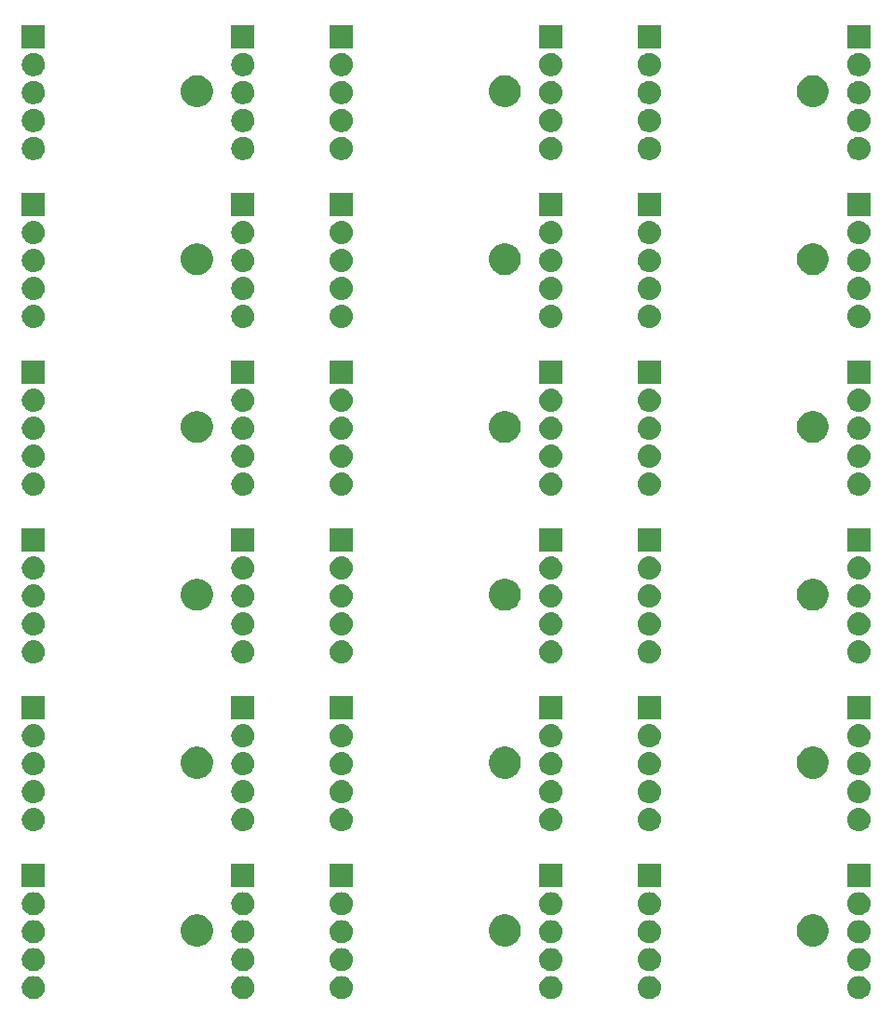
<source format=gbr>
G04 #@! TF.GenerationSoftware,KiCad,Pcbnew,5.0.1*
G04 #@! TF.CreationDate,2019-02-10T16:30:13-05:00*
G04 #@! TF.ProjectId,RevB-Panel,526576422D50616E656C2E6B69636164,rev?*
G04 #@! TF.SameCoordinates,Original*
G04 #@! TF.FileFunction,Soldermask,Bot*
G04 #@! TF.FilePolarity,Negative*
%FSLAX46Y46*%
G04 Gerber Fmt 4.6, Leading zero omitted, Abs format (unit mm)*
G04 Created by KiCad (PCBNEW 5.0.1) date Sun 10 Feb 2019 04:30:13 PM EST*
%MOMM*%
%LPD*%
G01*
G04 APERTURE LIST*
%ADD10C,0.100000*%
G04 APERTURE END LIST*
D10*
G36*
X209008707Y-149147596D02*
X209085836Y-149155193D01*
X209217787Y-149195220D01*
X209283763Y-149215233D01*
X209466172Y-149312733D01*
X209626054Y-149443946D01*
X209757267Y-149603828D01*
X209854767Y-149786237D01*
X209854767Y-149786238D01*
X209914807Y-149984164D01*
X209935080Y-150190000D01*
X209914807Y-150395836D01*
X209874780Y-150527787D01*
X209854767Y-150593763D01*
X209757267Y-150776172D01*
X209626054Y-150936054D01*
X209466172Y-151067267D01*
X209283763Y-151164767D01*
X209217787Y-151184780D01*
X209085836Y-151224807D01*
X209008707Y-151232404D01*
X208931580Y-151240000D01*
X208828420Y-151240000D01*
X208751293Y-151232404D01*
X208674164Y-151224807D01*
X208542213Y-151184780D01*
X208476237Y-151164767D01*
X208293828Y-151067267D01*
X208133946Y-150936054D01*
X208002733Y-150776172D01*
X207905233Y-150593763D01*
X207885220Y-150527787D01*
X207845193Y-150395836D01*
X207824920Y-150190000D01*
X207845193Y-149984164D01*
X207905233Y-149786238D01*
X207905233Y-149786237D01*
X208002733Y-149603828D01*
X208133946Y-149443946D01*
X208293828Y-149312733D01*
X208476237Y-149215233D01*
X208542213Y-149195220D01*
X208674164Y-149155193D01*
X208751293Y-149147596D01*
X208828420Y-149140000D01*
X208931580Y-149140000D01*
X209008707Y-149147596D01*
X209008707Y-149147596D01*
G37*
G36*
X181008707Y-149147596D02*
X181085836Y-149155193D01*
X181217787Y-149195220D01*
X181283763Y-149215233D01*
X181466172Y-149312733D01*
X181626054Y-149443946D01*
X181757267Y-149603828D01*
X181854767Y-149786237D01*
X181854767Y-149786238D01*
X181914807Y-149984164D01*
X181935080Y-150190000D01*
X181914807Y-150395836D01*
X181874780Y-150527787D01*
X181854767Y-150593763D01*
X181757267Y-150776172D01*
X181626054Y-150936054D01*
X181466172Y-151067267D01*
X181283763Y-151164767D01*
X181217787Y-151184780D01*
X181085836Y-151224807D01*
X181008707Y-151232404D01*
X180931580Y-151240000D01*
X180828420Y-151240000D01*
X180751293Y-151232404D01*
X180674164Y-151224807D01*
X180542213Y-151184780D01*
X180476237Y-151164767D01*
X180293828Y-151067267D01*
X180133946Y-150936054D01*
X180002733Y-150776172D01*
X179905233Y-150593763D01*
X179885220Y-150527787D01*
X179845193Y-150395836D01*
X179824920Y-150190000D01*
X179845193Y-149984164D01*
X179905233Y-149786238D01*
X179905233Y-149786237D01*
X180002733Y-149603828D01*
X180133946Y-149443946D01*
X180293828Y-149312733D01*
X180476237Y-149215233D01*
X180542213Y-149195220D01*
X180674164Y-149155193D01*
X180751293Y-149147596D01*
X180828420Y-149140000D01*
X180931580Y-149140000D01*
X181008707Y-149147596D01*
X181008707Y-149147596D01*
G37*
G36*
X153008707Y-149147596D02*
X153085836Y-149155193D01*
X153217787Y-149195220D01*
X153283763Y-149215233D01*
X153466172Y-149312733D01*
X153626054Y-149443946D01*
X153757267Y-149603828D01*
X153854767Y-149786237D01*
X153854767Y-149786238D01*
X153914807Y-149984164D01*
X153935080Y-150190000D01*
X153914807Y-150395836D01*
X153874780Y-150527787D01*
X153854767Y-150593763D01*
X153757267Y-150776172D01*
X153626054Y-150936054D01*
X153466172Y-151067267D01*
X153283763Y-151164767D01*
X153217787Y-151184780D01*
X153085836Y-151224807D01*
X153008707Y-151232404D01*
X152931580Y-151240000D01*
X152828420Y-151240000D01*
X152751293Y-151232404D01*
X152674164Y-151224807D01*
X152542213Y-151184780D01*
X152476237Y-151164767D01*
X152293828Y-151067267D01*
X152133946Y-150936054D01*
X152002733Y-150776172D01*
X151905233Y-150593763D01*
X151885220Y-150527787D01*
X151845193Y-150395836D01*
X151824920Y-150190000D01*
X151845193Y-149984164D01*
X151905233Y-149786238D01*
X151905233Y-149786237D01*
X152002733Y-149603828D01*
X152133946Y-149443946D01*
X152293828Y-149312733D01*
X152476237Y-149215233D01*
X152542213Y-149195220D01*
X152674164Y-149155193D01*
X152751293Y-149147596D01*
X152828420Y-149140000D01*
X152931580Y-149140000D01*
X153008707Y-149147596D01*
X153008707Y-149147596D01*
G37*
G36*
X200058707Y-149147596D02*
X200135836Y-149155193D01*
X200267787Y-149195220D01*
X200333763Y-149215233D01*
X200516172Y-149312733D01*
X200676054Y-149443946D01*
X200807267Y-149603828D01*
X200904767Y-149786237D01*
X200904767Y-149786238D01*
X200964807Y-149984164D01*
X200985080Y-150190000D01*
X200964807Y-150395836D01*
X200924780Y-150527787D01*
X200904767Y-150593763D01*
X200807267Y-150776172D01*
X200676054Y-150936054D01*
X200516172Y-151067267D01*
X200333763Y-151164767D01*
X200267787Y-151184780D01*
X200135836Y-151224807D01*
X200058707Y-151232404D01*
X199981580Y-151240000D01*
X199878420Y-151240000D01*
X199801293Y-151232404D01*
X199724164Y-151224807D01*
X199592213Y-151184780D01*
X199526237Y-151164767D01*
X199343828Y-151067267D01*
X199183946Y-150936054D01*
X199052733Y-150776172D01*
X198955233Y-150593763D01*
X198935220Y-150527787D01*
X198895193Y-150395836D01*
X198874920Y-150190000D01*
X198895193Y-149984164D01*
X198955233Y-149786238D01*
X198955233Y-149786237D01*
X199052733Y-149603828D01*
X199183946Y-149443946D01*
X199343828Y-149312733D01*
X199526237Y-149215233D01*
X199592213Y-149195220D01*
X199724164Y-149155193D01*
X199801293Y-149147596D01*
X199878420Y-149140000D01*
X199981580Y-149140000D01*
X200058707Y-149147596D01*
X200058707Y-149147596D01*
G37*
G36*
X172058707Y-149147596D02*
X172135836Y-149155193D01*
X172267787Y-149195220D01*
X172333763Y-149215233D01*
X172516172Y-149312733D01*
X172676054Y-149443946D01*
X172807267Y-149603828D01*
X172904767Y-149786237D01*
X172904767Y-149786238D01*
X172964807Y-149984164D01*
X172985080Y-150190000D01*
X172964807Y-150395836D01*
X172924780Y-150527787D01*
X172904767Y-150593763D01*
X172807267Y-150776172D01*
X172676054Y-150936054D01*
X172516172Y-151067267D01*
X172333763Y-151164767D01*
X172267787Y-151184780D01*
X172135836Y-151224807D01*
X172058707Y-151232404D01*
X171981580Y-151240000D01*
X171878420Y-151240000D01*
X171801293Y-151232404D01*
X171724164Y-151224807D01*
X171592213Y-151184780D01*
X171526237Y-151164767D01*
X171343828Y-151067267D01*
X171183946Y-150936054D01*
X171052733Y-150776172D01*
X170955233Y-150593763D01*
X170935220Y-150527787D01*
X170895193Y-150395836D01*
X170874920Y-150190000D01*
X170895193Y-149984164D01*
X170955233Y-149786238D01*
X170955233Y-149786237D01*
X171052733Y-149603828D01*
X171183946Y-149443946D01*
X171343828Y-149312733D01*
X171526237Y-149215233D01*
X171592213Y-149195220D01*
X171724164Y-149155193D01*
X171801293Y-149147596D01*
X171878420Y-149140000D01*
X171981580Y-149140000D01*
X172058707Y-149147596D01*
X172058707Y-149147596D01*
G37*
G36*
X228058707Y-149147596D02*
X228135836Y-149155193D01*
X228267787Y-149195220D01*
X228333763Y-149215233D01*
X228516172Y-149312733D01*
X228676054Y-149443946D01*
X228807267Y-149603828D01*
X228904767Y-149786237D01*
X228904767Y-149786238D01*
X228964807Y-149984164D01*
X228985080Y-150190000D01*
X228964807Y-150395836D01*
X228924780Y-150527787D01*
X228904767Y-150593763D01*
X228807267Y-150776172D01*
X228676054Y-150936054D01*
X228516172Y-151067267D01*
X228333763Y-151164767D01*
X228267787Y-151184780D01*
X228135836Y-151224807D01*
X228058707Y-151232404D01*
X227981580Y-151240000D01*
X227878420Y-151240000D01*
X227801293Y-151232404D01*
X227724164Y-151224807D01*
X227592213Y-151184780D01*
X227526237Y-151164767D01*
X227343828Y-151067267D01*
X227183946Y-150936054D01*
X227052733Y-150776172D01*
X226955233Y-150593763D01*
X226935220Y-150527787D01*
X226895193Y-150395836D01*
X226874920Y-150190000D01*
X226895193Y-149984164D01*
X226955233Y-149786238D01*
X226955233Y-149786237D01*
X227052733Y-149603828D01*
X227183946Y-149443946D01*
X227343828Y-149312733D01*
X227526237Y-149215233D01*
X227592213Y-149195220D01*
X227724164Y-149155193D01*
X227801293Y-149147596D01*
X227878420Y-149140000D01*
X227981580Y-149140000D01*
X228058707Y-149147596D01*
X228058707Y-149147596D01*
G37*
G36*
X200058707Y-146607597D02*
X200135836Y-146615193D01*
X200267787Y-146655220D01*
X200333763Y-146675233D01*
X200516172Y-146772733D01*
X200676054Y-146903946D01*
X200807267Y-147063828D01*
X200904767Y-147246237D01*
X200904767Y-147246238D01*
X200964807Y-147444164D01*
X200985080Y-147650000D01*
X200964807Y-147855836D01*
X200924780Y-147987787D01*
X200904767Y-148053763D01*
X200807267Y-148236172D01*
X200676054Y-148396054D01*
X200516172Y-148527267D01*
X200333763Y-148624767D01*
X200267787Y-148644780D01*
X200135836Y-148684807D01*
X200058707Y-148692404D01*
X199981580Y-148700000D01*
X199878420Y-148700000D01*
X199801293Y-148692404D01*
X199724164Y-148684807D01*
X199592213Y-148644780D01*
X199526237Y-148624767D01*
X199343828Y-148527267D01*
X199183946Y-148396054D01*
X199052733Y-148236172D01*
X198955233Y-148053763D01*
X198935220Y-147987787D01*
X198895193Y-147855836D01*
X198874920Y-147650000D01*
X198895193Y-147444164D01*
X198955233Y-147246238D01*
X198955233Y-147246237D01*
X199052733Y-147063828D01*
X199183946Y-146903946D01*
X199343828Y-146772733D01*
X199526237Y-146675233D01*
X199592213Y-146655220D01*
X199724164Y-146615193D01*
X199801293Y-146607597D01*
X199878420Y-146600000D01*
X199981580Y-146600000D01*
X200058707Y-146607597D01*
X200058707Y-146607597D01*
G37*
G36*
X172058707Y-146607597D02*
X172135836Y-146615193D01*
X172267787Y-146655220D01*
X172333763Y-146675233D01*
X172516172Y-146772733D01*
X172676054Y-146903946D01*
X172807267Y-147063828D01*
X172904767Y-147246237D01*
X172904767Y-147246238D01*
X172964807Y-147444164D01*
X172985080Y-147650000D01*
X172964807Y-147855836D01*
X172924780Y-147987787D01*
X172904767Y-148053763D01*
X172807267Y-148236172D01*
X172676054Y-148396054D01*
X172516172Y-148527267D01*
X172333763Y-148624767D01*
X172267787Y-148644780D01*
X172135836Y-148684807D01*
X172058707Y-148692404D01*
X171981580Y-148700000D01*
X171878420Y-148700000D01*
X171801293Y-148692404D01*
X171724164Y-148684807D01*
X171592213Y-148644780D01*
X171526237Y-148624767D01*
X171343828Y-148527267D01*
X171183946Y-148396054D01*
X171052733Y-148236172D01*
X170955233Y-148053763D01*
X170935220Y-147987787D01*
X170895193Y-147855836D01*
X170874920Y-147650000D01*
X170895193Y-147444164D01*
X170955233Y-147246238D01*
X170955233Y-147246237D01*
X171052733Y-147063828D01*
X171183946Y-146903946D01*
X171343828Y-146772733D01*
X171526237Y-146675233D01*
X171592213Y-146655220D01*
X171724164Y-146615193D01*
X171801293Y-146607597D01*
X171878420Y-146600000D01*
X171981580Y-146600000D01*
X172058707Y-146607597D01*
X172058707Y-146607597D01*
G37*
G36*
X228058707Y-146607597D02*
X228135836Y-146615193D01*
X228267787Y-146655220D01*
X228333763Y-146675233D01*
X228516172Y-146772733D01*
X228676054Y-146903946D01*
X228807267Y-147063828D01*
X228904767Y-147246237D01*
X228904767Y-147246238D01*
X228964807Y-147444164D01*
X228985080Y-147650000D01*
X228964807Y-147855836D01*
X228924780Y-147987787D01*
X228904767Y-148053763D01*
X228807267Y-148236172D01*
X228676054Y-148396054D01*
X228516172Y-148527267D01*
X228333763Y-148624767D01*
X228267787Y-148644780D01*
X228135836Y-148684807D01*
X228058707Y-148692404D01*
X227981580Y-148700000D01*
X227878420Y-148700000D01*
X227801293Y-148692404D01*
X227724164Y-148684807D01*
X227592213Y-148644780D01*
X227526237Y-148624767D01*
X227343828Y-148527267D01*
X227183946Y-148396054D01*
X227052733Y-148236172D01*
X226955233Y-148053763D01*
X226935220Y-147987787D01*
X226895193Y-147855836D01*
X226874920Y-147650000D01*
X226895193Y-147444164D01*
X226955233Y-147246238D01*
X226955233Y-147246237D01*
X227052733Y-147063828D01*
X227183946Y-146903946D01*
X227343828Y-146772733D01*
X227526237Y-146675233D01*
X227592213Y-146655220D01*
X227724164Y-146615193D01*
X227801293Y-146607597D01*
X227878420Y-146600000D01*
X227981580Y-146600000D01*
X228058707Y-146607597D01*
X228058707Y-146607597D01*
G37*
G36*
X153008707Y-146607597D02*
X153085836Y-146615193D01*
X153217787Y-146655220D01*
X153283763Y-146675233D01*
X153466172Y-146772733D01*
X153626054Y-146903946D01*
X153757267Y-147063828D01*
X153854767Y-147246237D01*
X153854767Y-147246238D01*
X153914807Y-147444164D01*
X153935080Y-147650000D01*
X153914807Y-147855836D01*
X153874780Y-147987787D01*
X153854767Y-148053763D01*
X153757267Y-148236172D01*
X153626054Y-148396054D01*
X153466172Y-148527267D01*
X153283763Y-148624767D01*
X153217787Y-148644780D01*
X153085836Y-148684807D01*
X153008707Y-148692404D01*
X152931580Y-148700000D01*
X152828420Y-148700000D01*
X152751293Y-148692404D01*
X152674164Y-148684807D01*
X152542213Y-148644780D01*
X152476237Y-148624767D01*
X152293828Y-148527267D01*
X152133946Y-148396054D01*
X152002733Y-148236172D01*
X151905233Y-148053763D01*
X151885220Y-147987787D01*
X151845193Y-147855836D01*
X151824920Y-147650000D01*
X151845193Y-147444164D01*
X151905233Y-147246238D01*
X151905233Y-147246237D01*
X152002733Y-147063828D01*
X152133946Y-146903946D01*
X152293828Y-146772733D01*
X152476237Y-146675233D01*
X152542213Y-146655220D01*
X152674164Y-146615193D01*
X152751293Y-146607597D01*
X152828420Y-146600000D01*
X152931580Y-146600000D01*
X153008707Y-146607597D01*
X153008707Y-146607597D01*
G37*
G36*
X181008707Y-146607597D02*
X181085836Y-146615193D01*
X181217787Y-146655220D01*
X181283763Y-146675233D01*
X181466172Y-146772733D01*
X181626054Y-146903946D01*
X181757267Y-147063828D01*
X181854767Y-147246237D01*
X181854767Y-147246238D01*
X181914807Y-147444164D01*
X181935080Y-147650000D01*
X181914807Y-147855836D01*
X181874780Y-147987787D01*
X181854767Y-148053763D01*
X181757267Y-148236172D01*
X181626054Y-148396054D01*
X181466172Y-148527267D01*
X181283763Y-148624767D01*
X181217787Y-148644780D01*
X181085836Y-148684807D01*
X181008707Y-148692404D01*
X180931580Y-148700000D01*
X180828420Y-148700000D01*
X180751293Y-148692404D01*
X180674164Y-148684807D01*
X180542213Y-148644780D01*
X180476237Y-148624767D01*
X180293828Y-148527267D01*
X180133946Y-148396054D01*
X180002733Y-148236172D01*
X179905233Y-148053763D01*
X179885220Y-147987787D01*
X179845193Y-147855836D01*
X179824920Y-147650000D01*
X179845193Y-147444164D01*
X179905233Y-147246238D01*
X179905233Y-147246237D01*
X180002733Y-147063828D01*
X180133946Y-146903946D01*
X180293828Y-146772733D01*
X180476237Y-146675233D01*
X180542213Y-146655220D01*
X180674164Y-146615193D01*
X180751293Y-146607597D01*
X180828420Y-146600000D01*
X180931580Y-146600000D01*
X181008707Y-146607597D01*
X181008707Y-146607597D01*
G37*
G36*
X209008707Y-146607597D02*
X209085836Y-146615193D01*
X209217787Y-146655220D01*
X209283763Y-146675233D01*
X209466172Y-146772733D01*
X209626054Y-146903946D01*
X209757267Y-147063828D01*
X209854767Y-147246237D01*
X209854767Y-147246238D01*
X209914807Y-147444164D01*
X209935080Y-147650000D01*
X209914807Y-147855836D01*
X209874780Y-147987787D01*
X209854767Y-148053763D01*
X209757267Y-148236172D01*
X209626054Y-148396054D01*
X209466172Y-148527267D01*
X209283763Y-148624767D01*
X209217787Y-148644780D01*
X209085836Y-148684807D01*
X209008707Y-148692404D01*
X208931580Y-148700000D01*
X208828420Y-148700000D01*
X208751293Y-148692404D01*
X208674164Y-148684807D01*
X208542213Y-148644780D01*
X208476237Y-148624767D01*
X208293828Y-148527267D01*
X208133946Y-148396054D01*
X208002733Y-148236172D01*
X207905233Y-148053763D01*
X207885220Y-147987787D01*
X207845193Y-147855836D01*
X207824920Y-147650000D01*
X207845193Y-147444164D01*
X207905233Y-147246238D01*
X207905233Y-147246237D01*
X208002733Y-147063828D01*
X208133946Y-146903946D01*
X208293828Y-146772733D01*
X208476237Y-146675233D01*
X208542213Y-146655220D01*
X208674164Y-146615193D01*
X208751293Y-146607597D01*
X208828420Y-146600000D01*
X208931580Y-146600000D01*
X209008707Y-146607597D01*
X209008707Y-146607597D01*
G37*
G36*
X168172947Y-143605722D02*
X168436833Y-143715027D01*
X168674324Y-143873713D01*
X168876287Y-144075676D01*
X169034973Y-144313167D01*
X169144278Y-144577053D01*
X169200000Y-144857186D01*
X169200000Y-145142814D01*
X169144278Y-145422947D01*
X169034973Y-145686833D01*
X168876287Y-145924324D01*
X168674324Y-146126287D01*
X168436833Y-146284973D01*
X168172947Y-146394278D01*
X167892814Y-146450000D01*
X167607186Y-146450000D01*
X167327053Y-146394278D01*
X167063167Y-146284973D01*
X166825676Y-146126287D01*
X166623713Y-145924324D01*
X166465027Y-145686833D01*
X166355722Y-145422947D01*
X166300000Y-145142814D01*
X166300000Y-144857186D01*
X166355722Y-144577053D01*
X166465027Y-144313167D01*
X166623713Y-144075676D01*
X166825676Y-143873713D01*
X167063167Y-143715027D01*
X167327053Y-143605722D01*
X167607186Y-143550000D01*
X167892814Y-143550000D01*
X168172947Y-143605722D01*
X168172947Y-143605722D01*
G37*
G36*
X196172947Y-143605722D02*
X196436833Y-143715027D01*
X196674324Y-143873713D01*
X196876287Y-144075676D01*
X197034973Y-144313167D01*
X197144278Y-144577053D01*
X197200000Y-144857186D01*
X197200000Y-145142814D01*
X197144278Y-145422947D01*
X197034973Y-145686833D01*
X196876287Y-145924324D01*
X196674324Y-146126287D01*
X196436833Y-146284973D01*
X196172947Y-146394278D01*
X195892814Y-146450000D01*
X195607186Y-146450000D01*
X195327053Y-146394278D01*
X195063167Y-146284973D01*
X194825676Y-146126287D01*
X194623713Y-145924324D01*
X194465027Y-145686833D01*
X194355722Y-145422947D01*
X194300000Y-145142814D01*
X194300000Y-144857186D01*
X194355722Y-144577053D01*
X194465027Y-144313167D01*
X194623713Y-144075676D01*
X194825676Y-143873713D01*
X195063167Y-143715027D01*
X195327053Y-143605722D01*
X195607186Y-143550000D01*
X195892814Y-143550000D01*
X196172947Y-143605722D01*
X196172947Y-143605722D01*
G37*
G36*
X224172947Y-143605722D02*
X224436833Y-143715027D01*
X224674324Y-143873713D01*
X224876287Y-144075676D01*
X225034973Y-144313167D01*
X225144278Y-144577053D01*
X225200000Y-144857186D01*
X225200000Y-145142814D01*
X225144278Y-145422947D01*
X225034973Y-145686833D01*
X224876287Y-145924324D01*
X224674324Y-146126287D01*
X224436833Y-146284973D01*
X224172947Y-146394278D01*
X223892814Y-146450000D01*
X223607186Y-146450000D01*
X223327053Y-146394278D01*
X223063167Y-146284973D01*
X222825676Y-146126287D01*
X222623713Y-145924324D01*
X222465027Y-145686833D01*
X222355722Y-145422947D01*
X222300000Y-145142814D01*
X222300000Y-144857186D01*
X222355722Y-144577053D01*
X222465027Y-144313167D01*
X222623713Y-144075676D01*
X222825676Y-143873713D01*
X223063167Y-143715027D01*
X223327053Y-143605722D01*
X223607186Y-143550000D01*
X223892814Y-143550000D01*
X224172947Y-143605722D01*
X224172947Y-143605722D01*
G37*
G36*
X209008707Y-144067597D02*
X209085836Y-144075193D01*
X209217787Y-144115220D01*
X209283763Y-144135233D01*
X209466172Y-144232733D01*
X209626054Y-144363946D01*
X209757267Y-144523828D01*
X209854767Y-144706237D01*
X209854767Y-144706238D01*
X209914807Y-144904164D01*
X209935080Y-145110000D01*
X209914807Y-145315836D01*
X209882315Y-145422947D01*
X209854767Y-145513763D01*
X209757267Y-145696172D01*
X209626054Y-145856054D01*
X209466172Y-145987267D01*
X209283763Y-146084767D01*
X209217787Y-146104780D01*
X209085836Y-146144807D01*
X209008707Y-146152403D01*
X208931580Y-146160000D01*
X208828420Y-146160000D01*
X208751293Y-146152403D01*
X208674164Y-146144807D01*
X208542213Y-146104780D01*
X208476237Y-146084767D01*
X208293828Y-145987267D01*
X208133946Y-145856054D01*
X208002733Y-145696172D01*
X207905233Y-145513763D01*
X207877685Y-145422947D01*
X207845193Y-145315836D01*
X207824920Y-145110000D01*
X207845193Y-144904164D01*
X207905233Y-144706238D01*
X207905233Y-144706237D01*
X208002733Y-144523828D01*
X208133946Y-144363946D01*
X208293828Y-144232733D01*
X208476237Y-144135233D01*
X208542213Y-144115220D01*
X208674164Y-144075193D01*
X208751293Y-144067597D01*
X208828420Y-144060000D01*
X208931580Y-144060000D01*
X209008707Y-144067597D01*
X209008707Y-144067597D01*
G37*
G36*
X181008707Y-144067597D02*
X181085836Y-144075193D01*
X181217787Y-144115220D01*
X181283763Y-144135233D01*
X181466172Y-144232733D01*
X181626054Y-144363946D01*
X181757267Y-144523828D01*
X181854767Y-144706237D01*
X181854767Y-144706238D01*
X181914807Y-144904164D01*
X181935080Y-145110000D01*
X181914807Y-145315836D01*
X181882315Y-145422947D01*
X181854767Y-145513763D01*
X181757267Y-145696172D01*
X181626054Y-145856054D01*
X181466172Y-145987267D01*
X181283763Y-146084767D01*
X181217787Y-146104780D01*
X181085836Y-146144807D01*
X181008707Y-146152403D01*
X180931580Y-146160000D01*
X180828420Y-146160000D01*
X180751293Y-146152403D01*
X180674164Y-146144807D01*
X180542213Y-146104780D01*
X180476237Y-146084767D01*
X180293828Y-145987267D01*
X180133946Y-145856054D01*
X180002733Y-145696172D01*
X179905233Y-145513763D01*
X179877685Y-145422947D01*
X179845193Y-145315836D01*
X179824920Y-145110000D01*
X179845193Y-144904164D01*
X179905233Y-144706238D01*
X179905233Y-144706237D01*
X180002733Y-144523828D01*
X180133946Y-144363946D01*
X180293828Y-144232733D01*
X180476237Y-144135233D01*
X180542213Y-144115220D01*
X180674164Y-144075193D01*
X180751293Y-144067597D01*
X180828420Y-144060000D01*
X180931580Y-144060000D01*
X181008707Y-144067597D01*
X181008707Y-144067597D01*
G37*
G36*
X172058707Y-144067597D02*
X172135836Y-144075193D01*
X172267787Y-144115220D01*
X172333763Y-144135233D01*
X172516172Y-144232733D01*
X172676054Y-144363946D01*
X172807267Y-144523828D01*
X172904767Y-144706237D01*
X172904767Y-144706238D01*
X172964807Y-144904164D01*
X172985080Y-145110000D01*
X172964807Y-145315836D01*
X172932315Y-145422947D01*
X172904767Y-145513763D01*
X172807267Y-145696172D01*
X172676054Y-145856054D01*
X172516172Y-145987267D01*
X172333763Y-146084767D01*
X172267787Y-146104780D01*
X172135836Y-146144807D01*
X172058707Y-146152403D01*
X171981580Y-146160000D01*
X171878420Y-146160000D01*
X171801293Y-146152403D01*
X171724164Y-146144807D01*
X171592213Y-146104780D01*
X171526237Y-146084767D01*
X171343828Y-145987267D01*
X171183946Y-145856054D01*
X171052733Y-145696172D01*
X170955233Y-145513763D01*
X170927685Y-145422947D01*
X170895193Y-145315836D01*
X170874920Y-145110000D01*
X170895193Y-144904164D01*
X170955233Y-144706238D01*
X170955233Y-144706237D01*
X171052733Y-144523828D01*
X171183946Y-144363946D01*
X171343828Y-144232733D01*
X171526237Y-144135233D01*
X171592213Y-144115220D01*
X171724164Y-144075193D01*
X171801293Y-144067597D01*
X171878420Y-144060000D01*
X171981580Y-144060000D01*
X172058707Y-144067597D01*
X172058707Y-144067597D01*
G37*
G36*
X228058707Y-144067597D02*
X228135836Y-144075193D01*
X228267787Y-144115220D01*
X228333763Y-144135233D01*
X228516172Y-144232733D01*
X228676054Y-144363946D01*
X228807267Y-144523828D01*
X228904767Y-144706237D01*
X228904767Y-144706238D01*
X228964807Y-144904164D01*
X228985080Y-145110000D01*
X228964807Y-145315836D01*
X228932315Y-145422947D01*
X228904767Y-145513763D01*
X228807267Y-145696172D01*
X228676054Y-145856054D01*
X228516172Y-145987267D01*
X228333763Y-146084767D01*
X228267787Y-146104780D01*
X228135836Y-146144807D01*
X228058707Y-146152403D01*
X227981580Y-146160000D01*
X227878420Y-146160000D01*
X227801293Y-146152403D01*
X227724164Y-146144807D01*
X227592213Y-146104780D01*
X227526237Y-146084767D01*
X227343828Y-145987267D01*
X227183946Y-145856054D01*
X227052733Y-145696172D01*
X226955233Y-145513763D01*
X226927685Y-145422947D01*
X226895193Y-145315836D01*
X226874920Y-145110000D01*
X226895193Y-144904164D01*
X226955233Y-144706238D01*
X226955233Y-144706237D01*
X227052733Y-144523828D01*
X227183946Y-144363946D01*
X227343828Y-144232733D01*
X227526237Y-144135233D01*
X227592213Y-144115220D01*
X227724164Y-144075193D01*
X227801293Y-144067597D01*
X227878420Y-144060000D01*
X227981580Y-144060000D01*
X228058707Y-144067597D01*
X228058707Y-144067597D01*
G37*
G36*
X200058707Y-144067597D02*
X200135836Y-144075193D01*
X200267787Y-144115220D01*
X200333763Y-144135233D01*
X200516172Y-144232733D01*
X200676054Y-144363946D01*
X200807267Y-144523828D01*
X200904767Y-144706237D01*
X200904767Y-144706238D01*
X200964807Y-144904164D01*
X200985080Y-145110000D01*
X200964807Y-145315836D01*
X200932315Y-145422947D01*
X200904767Y-145513763D01*
X200807267Y-145696172D01*
X200676054Y-145856054D01*
X200516172Y-145987267D01*
X200333763Y-146084767D01*
X200267787Y-146104780D01*
X200135836Y-146144807D01*
X200058707Y-146152403D01*
X199981580Y-146160000D01*
X199878420Y-146160000D01*
X199801293Y-146152403D01*
X199724164Y-146144807D01*
X199592213Y-146104780D01*
X199526237Y-146084767D01*
X199343828Y-145987267D01*
X199183946Y-145856054D01*
X199052733Y-145696172D01*
X198955233Y-145513763D01*
X198927685Y-145422947D01*
X198895193Y-145315836D01*
X198874920Y-145110000D01*
X198895193Y-144904164D01*
X198955233Y-144706238D01*
X198955233Y-144706237D01*
X199052733Y-144523828D01*
X199183946Y-144363946D01*
X199343828Y-144232733D01*
X199526237Y-144135233D01*
X199592213Y-144115220D01*
X199724164Y-144075193D01*
X199801293Y-144067597D01*
X199878420Y-144060000D01*
X199981580Y-144060000D01*
X200058707Y-144067597D01*
X200058707Y-144067597D01*
G37*
G36*
X153008707Y-144067597D02*
X153085836Y-144075193D01*
X153217787Y-144115220D01*
X153283763Y-144135233D01*
X153466172Y-144232733D01*
X153626054Y-144363946D01*
X153757267Y-144523828D01*
X153854767Y-144706237D01*
X153854767Y-144706238D01*
X153914807Y-144904164D01*
X153935080Y-145110000D01*
X153914807Y-145315836D01*
X153882315Y-145422947D01*
X153854767Y-145513763D01*
X153757267Y-145696172D01*
X153626054Y-145856054D01*
X153466172Y-145987267D01*
X153283763Y-146084767D01*
X153217787Y-146104780D01*
X153085836Y-146144807D01*
X153008707Y-146152403D01*
X152931580Y-146160000D01*
X152828420Y-146160000D01*
X152751293Y-146152403D01*
X152674164Y-146144807D01*
X152542213Y-146104780D01*
X152476237Y-146084767D01*
X152293828Y-145987267D01*
X152133946Y-145856054D01*
X152002733Y-145696172D01*
X151905233Y-145513763D01*
X151877685Y-145422947D01*
X151845193Y-145315836D01*
X151824920Y-145110000D01*
X151845193Y-144904164D01*
X151905233Y-144706238D01*
X151905233Y-144706237D01*
X152002733Y-144523828D01*
X152133946Y-144363946D01*
X152293828Y-144232733D01*
X152476237Y-144135233D01*
X152542213Y-144115220D01*
X152674164Y-144075193D01*
X152751293Y-144067597D01*
X152828420Y-144060000D01*
X152931580Y-144060000D01*
X153008707Y-144067597D01*
X153008707Y-144067597D01*
G37*
G36*
X228058707Y-141527596D02*
X228135836Y-141535193D01*
X228267787Y-141575220D01*
X228333763Y-141595233D01*
X228516172Y-141692733D01*
X228676054Y-141823946D01*
X228807267Y-141983828D01*
X228904767Y-142166237D01*
X228904767Y-142166238D01*
X228964807Y-142364164D01*
X228985080Y-142570000D01*
X228964807Y-142775836D01*
X228924780Y-142907787D01*
X228904767Y-142973763D01*
X228807267Y-143156172D01*
X228676054Y-143316054D01*
X228516172Y-143447267D01*
X228333763Y-143544767D01*
X228267787Y-143564780D01*
X228135836Y-143604807D01*
X228058707Y-143612403D01*
X227981580Y-143620000D01*
X227878420Y-143620000D01*
X227801293Y-143612403D01*
X227724164Y-143604807D01*
X227592213Y-143564780D01*
X227526237Y-143544767D01*
X227343828Y-143447267D01*
X227183946Y-143316054D01*
X227052733Y-143156172D01*
X226955233Y-142973763D01*
X226935220Y-142907787D01*
X226895193Y-142775836D01*
X226874920Y-142570000D01*
X226895193Y-142364164D01*
X226955233Y-142166238D01*
X226955233Y-142166237D01*
X227052733Y-141983828D01*
X227183946Y-141823946D01*
X227343828Y-141692733D01*
X227526237Y-141595233D01*
X227592213Y-141575220D01*
X227724164Y-141535193D01*
X227801293Y-141527596D01*
X227878420Y-141520000D01*
X227981580Y-141520000D01*
X228058707Y-141527596D01*
X228058707Y-141527596D01*
G37*
G36*
X153008707Y-141527596D02*
X153085836Y-141535193D01*
X153217787Y-141575220D01*
X153283763Y-141595233D01*
X153466172Y-141692733D01*
X153626054Y-141823946D01*
X153757267Y-141983828D01*
X153854767Y-142166237D01*
X153854767Y-142166238D01*
X153914807Y-142364164D01*
X153935080Y-142570000D01*
X153914807Y-142775836D01*
X153874780Y-142907787D01*
X153854767Y-142973763D01*
X153757267Y-143156172D01*
X153626054Y-143316054D01*
X153466172Y-143447267D01*
X153283763Y-143544767D01*
X153217787Y-143564780D01*
X153085836Y-143604807D01*
X153008707Y-143612403D01*
X152931580Y-143620000D01*
X152828420Y-143620000D01*
X152751293Y-143612403D01*
X152674164Y-143604807D01*
X152542213Y-143564780D01*
X152476237Y-143544767D01*
X152293828Y-143447267D01*
X152133946Y-143316054D01*
X152002733Y-143156172D01*
X151905233Y-142973763D01*
X151885220Y-142907787D01*
X151845193Y-142775836D01*
X151824920Y-142570000D01*
X151845193Y-142364164D01*
X151905233Y-142166238D01*
X151905233Y-142166237D01*
X152002733Y-141983828D01*
X152133946Y-141823946D01*
X152293828Y-141692733D01*
X152476237Y-141595233D01*
X152542213Y-141575220D01*
X152674164Y-141535193D01*
X152751293Y-141527596D01*
X152828420Y-141520000D01*
X152931580Y-141520000D01*
X153008707Y-141527596D01*
X153008707Y-141527596D01*
G37*
G36*
X172058707Y-141527596D02*
X172135836Y-141535193D01*
X172267787Y-141575220D01*
X172333763Y-141595233D01*
X172516172Y-141692733D01*
X172676054Y-141823946D01*
X172807267Y-141983828D01*
X172904767Y-142166237D01*
X172904767Y-142166238D01*
X172964807Y-142364164D01*
X172985080Y-142570000D01*
X172964807Y-142775836D01*
X172924780Y-142907787D01*
X172904767Y-142973763D01*
X172807267Y-143156172D01*
X172676054Y-143316054D01*
X172516172Y-143447267D01*
X172333763Y-143544767D01*
X172267787Y-143564780D01*
X172135836Y-143604807D01*
X172058707Y-143612403D01*
X171981580Y-143620000D01*
X171878420Y-143620000D01*
X171801293Y-143612403D01*
X171724164Y-143604807D01*
X171592213Y-143564780D01*
X171526237Y-143544767D01*
X171343828Y-143447267D01*
X171183946Y-143316054D01*
X171052733Y-143156172D01*
X170955233Y-142973763D01*
X170935220Y-142907787D01*
X170895193Y-142775836D01*
X170874920Y-142570000D01*
X170895193Y-142364164D01*
X170955233Y-142166238D01*
X170955233Y-142166237D01*
X171052733Y-141983828D01*
X171183946Y-141823946D01*
X171343828Y-141692733D01*
X171526237Y-141595233D01*
X171592213Y-141575220D01*
X171724164Y-141535193D01*
X171801293Y-141527596D01*
X171878420Y-141520000D01*
X171981580Y-141520000D01*
X172058707Y-141527596D01*
X172058707Y-141527596D01*
G37*
G36*
X200058707Y-141527596D02*
X200135836Y-141535193D01*
X200267787Y-141575220D01*
X200333763Y-141595233D01*
X200516172Y-141692733D01*
X200676054Y-141823946D01*
X200807267Y-141983828D01*
X200904767Y-142166237D01*
X200904767Y-142166238D01*
X200964807Y-142364164D01*
X200985080Y-142570000D01*
X200964807Y-142775836D01*
X200924780Y-142907787D01*
X200904767Y-142973763D01*
X200807267Y-143156172D01*
X200676054Y-143316054D01*
X200516172Y-143447267D01*
X200333763Y-143544767D01*
X200267787Y-143564780D01*
X200135836Y-143604807D01*
X200058707Y-143612403D01*
X199981580Y-143620000D01*
X199878420Y-143620000D01*
X199801293Y-143612403D01*
X199724164Y-143604807D01*
X199592213Y-143564780D01*
X199526237Y-143544767D01*
X199343828Y-143447267D01*
X199183946Y-143316054D01*
X199052733Y-143156172D01*
X198955233Y-142973763D01*
X198935220Y-142907787D01*
X198895193Y-142775836D01*
X198874920Y-142570000D01*
X198895193Y-142364164D01*
X198955233Y-142166238D01*
X198955233Y-142166237D01*
X199052733Y-141983828D01*
X199183946Y-141823946D01*
X199343828Y-141692733D01*
X199526237Y-141595233D01*
X199592213Y-141575220D01*
X199724164Y-141535193D01*
X199801293Y-141527596D01*
X199878420Y-141520000D01*
X199981580Y-141520000D01*
X200058707Y-141527596D01*
X200058707Y-141527596D01*
G37*
G36*
X209008707Y-141527596D02*
X209085836Y-141535193D01*
X209217787Y-141575220D01*
X209283763Y-141595233D01*
X209466172Y-141692733D01*
X209626054Y-141823946D01*
X209757267Y-141983828D01*
X209854767Y-142166237D01*
X209854767Y-142166238D01*
X209914807Y-142364164D01*
X209935080Y-142570000D01*
X209914807Y-142775836D01*
X209874780Y-142907787D01*
X209854767Y-142973763D01*
X209757267Y-143156172D01*
X209626054Y-143316054D01*
X209466172Y-143447267D01*
X209283763Y-143544767D01*
X209217787Y-143564780D01*
X209085836Y-143604807D01*
X209008707Y-143612403D01*
X208931580Y-143620000D01*
X208828420Y-143620000D01*
X208751293Y-143612403D01*
X208674164Y-143604807D01*
X208542213Y-143564780D01*
X208476237Y-143544767D01*
X208293828Y-143447267D01*
X208133946Y-143316054D01*
X208002733Y-143156172D01*
X207905233Y-142973763D01*
X207885220Y-142907787D01*
X207845193Y-142775836D01*
X207824920Y-142570000D01*
X207845193Y-142364164D01*
X207905233Y-142166238D01*
X207905233Y-142166237D01*
X208002733Y-141983828D01*
X208133946Y-141823946D01*
X208293828Y-141692733D01*
X208476237Y-141595233D01*
X208542213Y-141575220D01*
X208674164Y-141535193D01*
X208751293Y-141527596D01*
X208828420Y-141520000D01*
X208931580Y-141520000D01*
X209008707Y-141527596D01*
X209008707Y-141527596D01*
G37*
G36*
X181008707Y-141527596D02*
X181085836Y-141535193D01*
X181217787Y-141575220D01*
X181283763Y-141595233D01*
X181466172Y-141692733D01*
X181626054Y-141823946D01*
X181757267Y-141983828D01*
X181854767Y-142166237D01*
X181854767Y-142166238D01*
X181914807Y-142364164D01*
X181935080Y-142570000D01*
X181914807Y-142775836D01*
X181874780Y-142907787D01*
X181854767Y-142973763D01*
X181757267Y-143156172D01*
X181626054Y-143316054D01*
X181466172Y-143447267D01*
X181283763Y-143544767D01*
X181217787Y-143564780D01*
X181085836Y-143604807D01*
X181008707Y-143612403D01*
X180931580Y-143620000D01*
X180828420Y-143620000D01*
X180751293Y-143612403D01*
X180674164Y-143604807D01*
X180542213Y-143564780D01*
X180476237Y-143544767D01*
X180293828Y-143447267D01*
X180133946Y-143316054D01*
X180002733Y-143156172D01*
X179905233Y-142973763D01*
X179885220Y-142907787D01*
X179845193Y-142775836D01*
X179824920Y-142570000D01*
X179845193Y-142364164D01*
X179905233Y-142166238D01*
X179905233Y-142166237D01*
X180002733Y-141983828D01*
X180133946Y-141823946D01*
X180293828Y-141692733D01*
X180476237Y-141595233D01*
X180542213Y-141575220D01*
X180674164Y-141535193D01*
X180751293Y-141527596D01*
X180828420Y-141520000D01*
X180931580Y-141520000D01*
X181008707Y-141527596D01*
X181008707Y-141527596D01*
G37*
G36*
X181930000Y-141080000D02*
X179830000Y-141080000D01*
X179830000Y-138980000D01*
X181930000Y-138980000D01*
X181930000Y-141080000D01*
X181930000Y-141080000D01*
G37*
G36*
X200980000Y-141080000D02*
X198880000Y-141080000D01*
X198880000Y-138980000D01*
X200980000Y-138980000D01*
X200980000Y-141080000D01*
X200980000Y-141080000D01*
G37*
G36*
X153930000Y-141080000D02*
X151830000Y-141080000D01*
X151830000Y-138980000D01*
X153930000Y-138980000D01*
X153930000Y-141080000D01*
X153930000Y-141080000D01*
G37*
G36*
X228980000Y-141080000D02*
X226880000Y-141080000D01*
X226880000Y-138980000D01*
X228980000Y-138980000D01*
X228980000Y-141080000D01*
X228980000Y-141080000D01*
G37*
G36*
X172980000Y-141080000D02*
X170880000Y-141080000D01*
X170880000Y-138980000D01*
X172980000Y-138980000D01*
X172980000Y-141080000D01*
X172980000Y-141080000D01*
G37*
G36*
X209930000Y-141080000D02*
X207830000Y-141080000D01*
X207830000Y-138980000D01*
X209930000Y-138980000D01*
X209930000Y-141080000D01*
X209930000Y-141080000D01*
G37*
G36*
X209008707Y-133897597D02*
X209085836Y-133905193D01*
X209217787Y-133945220D01*
X209283763Y-133965233D01*
X209466172Y-134062733D01*
X209626054Y-134193946D01*
X209757267Y-134353828D01*
X209854767Y-134536237D01*
X209854767Y-134536238D01*
X209914807Y-134734164D01*
X209935080Y-134940000D01*
X209914807Y-135145836D01*
X209874780Y-135277787D01*
X209854767Y-135343763D01*
X209757267Y-135526172D01*
X209626054Y-135686054D01*
X209466172Y-135817267D01*
X209283763Y-135914767D01*
X209217787Y-135934780D01*
X209085836Y-135974807D01*
X209008707Y-135982403D01*
X208931580Y-135990000D01*
X208828420Y-135990000D01*
X208751293Y-135982403D01*
X208674164Y-135974807D01*
X208542213Y-135934780D01*
X208476237Y-135914767D01*
X208293828Y-135817267D01*
X208133946Y-135686054D01*
X208002733Y-135526172D01*
X207905233Y-135343763D01*
X207885220Y-135277787D01*
X207845193Y-135145836D01*
X207824920Y-134940000D01*
X207845193Y-134734164D01*
X207905233Y-134536238D01*
X207905233Y-134536237D01*
X208002733Y-134353828D01*
X208133946Y-134193946D01*
X208293828Y-134062733D01*
X208476237Y-133965233D01*
X208542213Y-133945220D01*
X208674164Y-133905193D01*
X208751293Y-133897597D01*
X208828420Y-133890000D01*
X208931580Y-133890000D01*
X209008707Y-133897597D01*
X209008707Y-133897597D01*
G37*
G36*
X228058707Y-133897597D02*
X228135836Y-133905193D01*
X228267787Y-133945220D01*
X228333763Y-133965233D01*
X228516172Y-134062733D01*
X228676054Y-134193946D01*
X228807267Y-134353828D01*
X228904767Y-134536237D01*
X228904767Y-134536238D01*
X228964807Y-134734164D01*
X228985080Y-134940000D01*
X228964807Y-135145836D01*
X228924780Y-135277787D01*
X228904767Y-135343763D01*
X228807267Y-135526172D01*
X228676054Y-135686054D01*
X228516172Y-135817267D01*
X228333763Y-135914767D01*
X228267787Y-135934780D01*
X228135836Y-135974807D01*
X228058707Y-135982403D01*
X227981580Y-135990000D01*
X227878420Y-135990000D01*
X227801293Y-135982403D01*
X227724164Y-135974807D01*
X227592213Y-135934780D01*
X227526237Y-135914767D01*
X227343828Y-135817267D01*
X227183946Y-135686054D01*
X227052733Y-135526172D01*
X226955233Y-135343763D01*
X226935220Y-135277787D01*
X226895193Y-135145836D01*
X226874920Y-134940000D01*
X226895193Y-134734164D01*
X226955233Y-134536238D01*
X226955233Y-134536237D01*
X227052733Y-134353828D01*
X227183946Y-134193946D01*
X227343828Y-134062733D01*
X227526237Y-133965233D01*
X227592213Y-133945220D01*
X227724164Y-133905193D01*
X227801293Y-133897597D01*
X227878420Y-133890000D01*
X227981580Y-133890000D01*
X228058707Y-133897597D01*
X228058707Y-133897597D01*
G37*
G36*
X200058707Y-133897597D02*
X200135836Y-133905193D01*
X200267787Y-133945220D01*
X200333763Y-133965233D01*
X200516172Y-134062733D01*
X200676054Y-134193946D01*
X200807267Y-134353828D01*
X200904767Y-134536237D01*
X200904767Y-134536238D01*
X200964807Y-134734164D01*
X200985080Y-134940000D01*
X200964807Y-135145836D01*
X200924780Y-135277787D01*
X200904767Y-135343763D01*
X200807267Y-135526172D01*
X200676054Y-135686054D01*
X200516172Y-135817267D01*
X200333763Y-135914767D01*
X200267787Y-135934780D01*
X200135836Y-135974807D01*
X200058707Y-135982403D01*
X199981580Y-135990000D01*
X199878420Y-135990000D01*
X199801293Y-135982403D01*
X199724164Y-135974807D01*
X199592213Y-135934780D01*
X199526237Y-135914767D01*
X199343828Y-135817267D01*
X199183946Y-135686054D01*
X199052733Y-135526172D01*
X198955233Y-135343763D01*
X198935220Y-135277787D01*
X198895193Y-135145836D01*
X198874920Y-134940000D01*
X198895193Y-134734164D01*
X198955233Y-134536238D01*
X198955233Y-134536237D01*
X199052733Y-134353828D01*
X199183946Y-134193946D01*
X199343828Y-134062733D01*
X199526237Y-133965233D01*
X199592213Y-133945220D01*
X199724164Y-133905193D01*
X199801293Y-133897597D01*
X199878420Y-133890000D01*
X199981580Y-133890000D01*
X200058707Y-133897597D01*
X200058707Y-133897597D01*
G37*
G36*
X181008707Y-133897597D02*
X181085836Y-133905193D01*
X181217787Y-133945220D01*
X181283763Y-133965233D01*
X181466172Y-134062733D01*
X181626054Y-134193946D01*
X181757267Y-134353828D01*
X181854767Y-134536237D01*
X181854767Y-134536238D01*
X181914807Y-134734164D01*
X181935080Y-134940000D01*
X181914807Y-135145836D01*
X181874780Y-135277787D01*
X181854767Y-135343763D01*
X181757267Y-135526172D01*
X181626054Y-135686054D01*
X181466172Y-135817267D01*
X181283763Y-135914767D01*
X181217787Y-135934780D01*
X181085836Y-135974807D01*
X181008707Y-135982403D01*
X180931580Y-135990000D01*
X180828420Y-135990000D01*
X180751293Y-135982403D01*
X180674164Y-135974807D01*
X180542213Y-135934780D01*
X180476237Y-135914767D01*
X180293828Y-135817267D01*
X180133946Y-135686054D01*
X180002733Y-135526172D01*
X179905233Y-135343763D01*
X179885220Y-135277787D01*
X179845193Y-135145836D01*
X179824920Y-134940000D01*
X179845193Y-134734164D01*
X179905233Y-134536238D01*
X179905233Y-134536237D01*
X180002733Y-134353828D01*
X180133946Y-134193946D01*
X180293828Y-134062733D01*
X180476237Y-133965233D01*
X180542213Y-133945220D01*
X180674164Y-133905193D01*
X180751293Y-133897597D01*
X180828420Y-133890000D01*
X180931580Y-133890000D01*
X181008707Y-133897597D01*
X181008707Y-133897597D01*
G37*
G36*
X172058707Y-133897597D02*
X172135836Y-133905193D01*
X172267787Y-133945220D01*
X172333763Y-133965233D01*
X172516172Y-134062733D01*
X172676054Y-134193946D01*
X172807267Y-134353828D01*
X172904767Y-134536237D01*
X172904767Y-134536238D01*
X172964807Y-134734164D01*
X172985080Y-134940000D01*
X172964807Y-135145836D01*
X172924780Y-135277787D01*
X172904767Y-135343763D01*
X172807267Y-135526172D01*
X172676054Y-135686054D01*
X172516172Y-135817267D01*
X172333763Y-135914767D01*
X172267787Y-135934780D01*
X172135836Y-135974807D01*
X172058707Y-135982403D01*
X171981580Y-135990000D01*
X171878420Y-135990000D01*
X171801293Y-135982403D01*
X171724164Y-135974807D01*
X171592213Y-135934780D01*
X171526237Y-135914767D01*
X171343828Y-135817267D01*
X171183946Y-135686054D01*
X171052733Y-135526172D01*
X170955233Y-135343763D01*
X170935220Y-135277787D01*
X170895193Y-135145836D01*
X170874920Y-134940000D01*
X170895193Y-134734164D01*
X170955233Y-134536238D01*
X170955233Y-134536237D01*
X171052733Y-134353828D01*
X171183946Y-134193946D01*
X171343828Y-134062733D01*
X171526237Y-133965233D01*
X171592213Y-133945220D01*
X171724164Y-133905193D01*
X171801293Y-133897597D01*
X171878420Y-133890000D01*
X171981580Y-133890000D01*
X172058707Y-133897597D01*
X172058707Y-133897597D01*
G37*
G36*
X153008707Y-133897597D02*
X153085836Y-133905193D01*
X153217787Y-133945220D01*
X153283763Y-133965233D01*
X153466172Y-134062733D01*
X153626054Y-134193946D01*
X153757267Y-134353828D01*
X153854767Y-134536237D01*
X153854767Y-134536238D01*
X153914807Y-134734164D01*
X153935080Y-134940000D01*
X153914807Y-135145836D01*
X153874780Y-135277787D01*
X153854767Y-135343763D01*
X153757267Y-135526172D01*
X153626054Y-135686054D01*
X153466172Y-135817267D01*
X153283763Y-135914767D01*
X153217787Y-135934780D01*
X153085836Y-135974807D01*
X153008707Y-135982403D01*
X152931580Y-135990000D01*
X152828420Y-135990000D01*
X152751293Y-135982403D01*
X152674164Y-135974807D01*
X152542213Y-135934780D01*
X152476237Y-135914767D01*
X152293828Y-135817267D01*
X152133946Y-135686054D01*
X152002733Y-135526172D01*
X151905233Y-135343763D01*
X151885220Y-135277787D01*
X151845193Y-135145836D01*
X151824920Y-134940000D01*
X151845193Y-134734164D01*
X151905233Y-134536238D01*
X151905233Y-134536237D01*
X152002733Y-134353828D01*
X152133946Y-134193946D01*
X152293828Y-134062733D01*
X152476237Y-133965233D01*
X152542213Y-133945220D01*
X152674164Y-133905193D01*
X152751293Y-133897597D01*
X152828420Y-133890000D01*
X152931580Y-133890000D01*
X153008707Y-133897597D01*
X153008707Y-133897597D01*
G37*
G36*
X200058707Y-131357597D02*
X200135836Y-131365193D01*
X200267787Y-131405220D01*
X200333763Y-131425233D01*
X200516172Y-131522733D01*
X200676054Y-131653946D01*
X200807267Y-131813828D01*
X200904767Y-131996237D01*
X200904767Y-131996238D01*
X200964807Y-132194164D01*
X200985080Y-132400000D01*
X200964807Y-132605836D01*
X200924780Y-132737787D01*
X200904767Y-132803763D01*
X200807267Y-132986172D01*
X200676054Y-133146054D01*
X200516172Y-133277267D01*
X200333763Y-133374767D01*
X200267787Y-133394780D01*
X200135836Y-133434807D01*
X200058707Y-133442403D01*
X199981580Y-133450000D01*
X199878420Y-133450000D01*
X199801293Y-133442403D01*
X199724164Y-133434807D01*
X199592213Y-133394780D01*
X199526237Y-133374767D01*
X199343828Y-133277267D01*
X199183946Y-133146054D01*
X199052733Y-132986172D01*
X198955233Y-132803763D01*
X198935220Y-132737787D01*
X198895193Y-132605836D01*
X198874920Y-132400000D01*
X198895193Y-132194164D01*
X198955233Y-131996238D01*
X198955233Y-131996237D01*
X199052733Y-131813828D01*
X199183946Y-131653946D01*
X199343828Y-131522733D01*
X199526237Y-131425233D01*
X199592213Y-131405220D01*
X199724164Y-131365193D01*
X199801293Y-131357597D01*
X199878420Y-131350000D01*
X199981580Y-131350000D01*
X200058707Y-131357597D01*
X200058707Y-131357597D01*
G37*
G36*
X228058707Y-131357597D02*
X228135836Y-131365193D01*
X228267787Y-131405220D01*
X228333763Y-131425233D01*
X228516172Y-131522733D01*
X228676054Y-131653946D01*
X228807267Y-131813828D01*
X228904767Y-131996237D01*
X228904767Y-131996238D01*
X228964807Y-132194164D01*
X228985080Y-132400000D01*
X228964807Y-132605836D01*
X228924780Y-132737787D01*
X228904767Y-132803763D01*
X228807267Y-132986172D01*
X228676054Y-133146054D01*
X228516172Y-133277267D01*
X228333763Y-133374767D01*
X228267787Y-133394780D01*
X228135836Y-133434807D01*
X228058707Y-133442403D01*
X227981580Y-133450000D01*
X227878420Y-133450000D01*
X227801293Y-133442403D01*
X227724164Y-133434807D01*
X227592213Y-133394780D01*
X227526237Y-133374767D01*
X227343828Y-133277267D01*
X227183946Y-133146054D01*
X227052733Y-132986172D01*
X226955233Y-132803763D01*
X226935220Y-132737787D01*
X226895193Y-132605836D01*
X226874920Y-132400000D01*
X226895193Y-132194164D01*
X226955233Y-131996238D01*
X226955233Y-131996237D01*
X227052733Y-131813828D01*
X227183946Y-131653946D01*
X227343828Y-131522733D01*
X227526237Y-131425233D01*
X227592213Y-131405220D01*
X227724164Y-131365193D01*
X227801293Y-131357597D01*
X227878420Y-131350000D01*
X227981580Y-131350000D01*
X228058707Y-131357597D01*
X228058707Y-131357597D01*
G37*
G36*
X153008707Y-131357597D02*
X153085836Y-131365193D01*
X153217787Y-131405220D01*
X153283763Y-131425233D01*
X153466172Y-131522733D01*
X153626054Y-131653946D01*
X153757267Y-131813828D01*
X153854767Y-131996237D01*
X153854767Y-131996238D01*
X153914807Y-132194164D01*
X153935080Y-132400000D01*
X153914807Y-132605836D01*
X153874780Y-132737787D01*
X153854767Y-132803763D01*
X153757267Y-132986172D01*
X153626054Y-133146054D01*
X153466172Y-133277267D01*
X153283763Y-133374767D01*
X153217787Y-133394780D01*
X153085836Y-133434807D01*
X153008707Y-133442403D01*
X152931580Y-133450000D01*
X152828420Y-133450000D01*
X152751293Y-133442403D01*
X152674164Y-133434807D01*
X152542213Y-133394780D01*
X152476237Y-133374767D01*
X152293828Y-133277267D01*
X152133946Y-133146054D01*
X152002733Y-132986172D01*
X151905233Y-132803763D01*
X151885220Y-132737787D01*
X151845193Y-132605836D01*
X151824920Y-132400000D01*
X151845193Y-132194164D01*
X151905233Y-131996238D01*
X151905233Y-131996237D01*
X152002733Y-131813828D01*
X152133946Y-131653946D01*
X152293828Y-131522733D01*
X152476237Y-131425233D01*
X152542213Y-131405220D01*
X152674164Y-131365193D01*
X152751293Y-131357597D01*
X152828420Y-131350000D01*
X152931580Y-131350000D01*
X153008707Y-131357597D01*
X153008707Y-131357597D01*
G37*
G36*
X209008707Y-131357597D02*
X209085836Y-131365193D01*
X209217787Y-131405220D01*
X209283763Y-131425233D01*
X209466172Y-131522733D01*
X209626054Y-131653946D01*
X209757267Y-131813828D01*
X209854767Y-131996237D01*
X209854767Y-131996238D01*
X209914807Y-132194164D01*
X209935080Y-132400000D01*
X209914807Y-132605836D01*
X209874780Y-132737787D01*
X209854767Y-132803763D01*
X209757267Y-132986172D01*
X209626054Y-133146054D01*
X209466172Y-133277267D01*
X209283763Y-133374767D01*
X209217787Y-133394780D01*
X209085836Y-133434807D01*
X209008707Y-133442403D01*
X208931580Y-133450000D01*
X208828420Y-133450000D01*
X208751293Y-133442403D01*
X208674164Y-133434807D01*
X208542213Y-133394780D01*
X208476237Y-133374767D01*
X208293828Y-133277267D01*
X208133946Y-133146054D01*
X208002733Y-132986172D01*
X207905233Y-132803763D01*
X207885220Y-132737787D01*
X207845193Y-132605836D01*
X207824920Y-132400000D01*
X207845193Y-132194164D01*
X207905233Y-131996238D01*
X207905233Y-131996237D01*
X208002733Y-131813828D01*
X208133946Y-131653946D01*
X208293828Y-131522733D01*
X208476237Y-131425233D01*
X208542213Y-131405220D01*
X208674164Y-131365193D01*
X208751293Y-131357597D01*
X208828420Y-131350000D01*
X208931580Y-131350000D01*
X209008707Y-131357597D01*
X209008707Y-131357597D01*
G37*
G36*
X172058707Y-131357597D02*
X172135836Y-131365193D01*
X172267787Y-131405220D01*
X172333763Y-131425233D01*
X172516172Y-131522733D01*
X172676054Y-131653946D01*
X172807267Y-131813828D01*
X172904767Y-131996237D01*
X172904767Y-131996238D01*
X172964807Y-132194164D01*
X172985080Y-132400000D01*
X172964807Y-132605836D01*
X172924780Y-132737787D01*
X172904767Y-132803763D01*
X172807267Y-132986172D01*
X172676054Y-133146054D01*
X172516172Y-133277267D01*
X172333763Y-133374767D01*
X172267787Y-133394780D01*
X172135836Y-133434807D01*
X172058707Y-133442403D01*
X171981580Y-133450000D01*
X171878420Y-133450000D01*
X171801293Y-133442403D01*
X171724164Y-133434807D01*
X171592213Y-133394780D01*
X171526237Y-133374767D01*
X171343828Y-133277267D01*
X171183946Y-133146054D01*
X171052733Y-132986172D01*
X170955233Y-132803763D01*
X170935220Y-132737787D01*
X170895193Y-132605836D01*
X170874920Y-132400000D01*
X170895193Y-132194164D01*
X170955233Y-131996238D01*
X170955233Y-131996237D01*
X171052733Y-131813828D01*
X171183946Y-131653946D01*
X171343828Y-131522733D01*
X171526237Y-131425233D01*
X171592213Y-131405220D01*
X171724164Y-131365193D01*
X171801293Y-131357597D01*
X171878420Y-131350000D01*
X171981580Y-131350000D01*
X172058707Y-131357597D01*
X172058707Y-131357597D01*
G37*
G36*
X181008707Y-131357597D02*
X181085836Y-131365193D01*
X181217787Y-131405220D01*
X181283763Y-131425233D01*
X181466172Y-131522733D01*
X181626054Y-131653946D01*
X181757267Y-131813828D01*
X181854767Y-131996237D01*
X181854767Y-131996238D01*
X181914807Y-132194164D01*
X181935080Y-132400000D01*
X181914807Y-132605836D01*
X181874780Y-132737787D01*
X181854767Y-132803763D01*
X181757267Y-132986172D01*
X181626054Y-133146054D01*
X181466172Y-133277267D01*
X181283763Y-133374767D01*
X181217787Y-133394780D01*
X181085836Y-133434807D01*
X181008707Y-133442403D01*
X180931580Y-133450000D01*
X180828420Y-133450000D01*
X180751293Y-133442403D01*
X180674164Y-133434807D01*
X180542213Y-133394780D01*
X180476237Y-133374767D01*
X180293828Y-133277267D01*
X180133946Y-133146054D01*
X180002733Y-132986172D01*
X179905233Y-132803763D01*
X179885220Y-132737787D01*
X179845193Y-132605836D01*
X179824920Y-132400000D01*
X179845193Y-132194164D01*
X179905233Y-131996238D01*
X179905233Y-131996237D01*
X180002733Y-131813828D01*
X180133946Y-131653946D01*
X180293828Y-131522733D01*
X180476237Y-131425233D01*
X180542213Y-131405220D01*
X180674164Y-131365193D01*
X180751293Y-131357597D01*
X180828420Y-131350000D01*
X180931580Y-131350000D01*
X181008707Y-131357597D01*
X181008707Y-131357597D01*
G37*
G36*
X224172947Y-128355722D02*
X224436833Y-128465027D01*
X224674324Y-128623713D01*
X224876287Y-128825676D01*
X225034973Y-129063167D01*
X225144278Y-129327053D01*
X225200000Y-129607186D01*
X225200000Y-129892814D01*
X225144278Y-130172947D01*
X225034973Y-130436833D01*
X224876287Y-130674324D01*
X224674324Y-130876287D01*
X224436833Y-131034973D01*
X224172947Y-131144278D01*
X223892814Y-131200000D01*
X223607186Y-131200000D01*
X223327053Y-131144278D01*
X223063167Y-131034973D01*
X222825676Y-130876287D01*
X222623713Y-130674324D01*
X222465027Y-130436833D01*
X222355722Y-130172947D01*
X222300000Y-129892814D01*
X222300000Y-129607186D01*
X222355722Y-129327053D01*
X222465027Y-129063167D01*
X222623713Y-128825676D01*
X222825676Y-128623713D01*
X223063167Y-128465027D01*
X223327053Y-128355722D01*
X223607186Y-128300000D01*
X223892814Y-128300000D01*
X224172947Y-128355722D01*
X224172947Y-128355722D01*
G37*
G36*
X196172947Y-128355722D02*
X196436833Y-128465027D01*
X196674324Y-128623713D01*
X196876287Y-128825676D01*
X197034973Y-129063167D01*
X197144278Y-129327053D01*
X197200000Y-129607186D01*
X197200000Y-129892814D01*
X197144278Y-130172947D01*
X197034973Y-130436833D01*
X196876287Y-130674324D01*
X196674324Y-130876287D01*
X196436833Y-131034973D01*
X196172947Y-131144278D01*
X195892814Y-131200000D01*
X195607186Y-131200000D01*
X195327053Y-131144278D01*
X195063167Y-131034973D01*
X194825676Y-130876287D01*
X194623713Y-130674324D01*
X194465027Y-130436833D01*
X194355722Y-130172947D01*
X194300000Y-129892814D01*
X194300000Y-129607186D01*
X194355722Y-129327053D01*
X194465027Y-129063167D01*
X194623713Y-128825676D01*
X194825676Y-128623713D01*
X195063167Y-128465027D01*
X195327053Y-128355722D01*
X195607186Y-128300000D01*
X195892814Y-128300000D01*
X196172947Y-128355722D01*
X196172947Y-128355722D01*
G37*
G36*
X168172947Y-128355722D02*
X168436833Y-128465027D01*
X168674324Y-128623713D01*
X168876287Y-128825676D01*
X169034973Y-129063167D01*
X169144278Y-129327053D01*
X169200000Y-129607186D01*
X169200000Y-129892814D01*
X169144278Y-130172947D01*
X169034973Y-130436833D01*
X168876287Y-130674324D01*
X168674324Y-130876287D01*
X168436833Y-131034973D01*
X168172947Y-131144278D01*
X167892814Y-131200000D01*
X167607186Y-131200000D01*
X167327053Y-131144278D01*
X167063167Y-131034973D01*
X166825676Y-130876287D01*
X166623713Y-130674324D01*
X166465027Y-130436833D01*
X166355722Y-130172947D01*
X166300000Y-129892814D01*
X166300000Y-129607186D01*
X166355722Y-129327053D01*
X166465027Y-129063167D01*
X166623713Y-128825676D01*
X166825676Y-128623713D01*
X167063167Y-128465027D01*
X167327053Y-128355722D01*
X167607186Y-128300000D01*
X167892814Y-128300000D01*
X168172947Y-128355722D01*
X168172947Y-128355722D01*
G37*
G36*
X153008707Y-128817596D02*
X153085836Y-128825193D01*
X153217787Y-128865220D01*
X153283763Y-128885233D01*
X153466172Y-128982733D01*
X153626054Y-129113946D01*
X153757267Y-129273828D01*
X153854767Y-129456237D01*
X153854767Y-129456238D01*
X153914807Y-129654164D01*
X153935080Y-129860000D01*
X153914807Y-130065836D01*
X153882315Y-130172947D01*
X153854767Y-130263763D01*
X153757267Y-130446172D01*
X153626054Y-130606054D01*
X153466172Y-130737267D01*
X153283763Y-130834767D01*
X153217787Y-130854780D01*
X153085836Y-130894807D01*
X153008707Y-130902403D01*
X152931580Y-130910000D01*
X152828420Y-130910000D01*
X152751293Y-130902403D01*
X152674164Y-130894807D01*
X152542213Y-130854780D01*
X152476237Y-130834767D01*
X152293828Y-130737267D01*
X152133946Y-130606054D01*
X152002733Y-130446172D01*
X151905233Y-130263763D01*
X151877685Y-130172947D01*
X151845193Y-130065836D01*
X151824920Y-129860000D01*
X151845193Y-129654164D01*
X151905233Y-129456238D01*
X151905233Y-129456237D01*
X152002733Y-129273828D01*
X152133946Y-129113946D01*
X152293828Y-128982733D01*
X152476237Y-128885233D01*
X152542213Y-128865220D01*
X152674164Y-128825193D01*
X152751293Y-128817596D01*
X152828420Y-128810000D01*
X152931580Y-128810000D01*
X153008707Y-128817596D01*
X153008707Y-128817596D01*
G37*
G36*
X209008707Y-128817596D02*
X209085836Y-128825193D01*
X209217787Y-128865220D01*
X209283763Y-128885233D01*
X209466172Y-128982733D01*
X209626054Y-129113946D01*
X209757267Y-129273828D01*
X209854767Y-129456237D01*
X209854767Y-129456238D01*
X209914807Y-129654164D01*
X209935080Y-129860000D01*
X209914807Y-130065836D01*
X209882315Y-130172947D01*
X209854767Y-130263763D01*
X209757267Y-130446172D01*
X209626054Y-130606054D01*
X209466172Y-130737267D01*
X209283763Y-130834767D01*
X209217787Y-130854780D01*
X209085836Y-130894807D01*
X209008707Y-130902403D01*
X208931580Y-130910000D01*
X208828420Y-130910000D01*
X208751293Y-130902403D01*
X208674164Y-130894807D01*
X208542213Y-130854780D01*
X208476237Y-130834767D01*
X208293828Y-130737267D01*
X208133946Y-130606054D01*
X208002733Y-130446172D01*
X207905233Y-130263763D01*
X207877685Y-130172947D01*
X207845193Y-130065836D01*
X207824920Y-129860000D01*
X207845193Y-129654164D01*
X207905233Y-129456238D01*
X207905233Y-129456237D01*
X208002733Y-129273828D01*
X208133946Y-129113946D01*
X208293828Y-128982733D01*
X208476237Y-128885233D01*
X208542213Y-128865220D01*
X208674164Y-128825193D01*
X208751293Y-128817596D01*
X208828420Y-128810000D01*
X208931580Y-128810000D01*
X209008707Y-128817596D01*
X209008707Y-128817596D01*
G37*
G36*
X200058707Y-128817596D02*
X200135836Y-128825193D01*
X200267787Y-128865220D01*
X200333763Y-128885233D01*
X200516172Y-128982733D01*
X200676054Y-129113946D01*
X200807267Y-129273828D01*
X200904767Y-129456237D01*
X200904767Y-129456238D01*
X200964807Y-129654164D01*
X200985080Y-129860000D01*
X200964807Y-130065836D01*
X200932315Y-130172947D01*
X200904767Y-130263763D01*
X200807267Y-130446172D01*
X200676054Y-130606054D01*
X200516172Y-130737267D01*
X200333763Y-130834767D01*
X200267787Y-130854780D01*
X200135836Y-130894807D01*
X200058707Y-130902403D01*
X199981580Y-130910000D01*
X199878420Y-130910000D01*
X199801293Y-130902403D01*
X199724164Y-130894807D01*
X199592213Y-130854780D01*
X199526237Y-130834767D01*
X199343828Y-130737267D01*
X199183946Y-130606054D01*
X199052733Y-130446172D01*
X198955233Y-130263763D01*
X198927685Y-130172947D01*
X198895193Y-130065836D01*
X198874920Y-129860000D01*
X198895193Y-129654164D01*
X198955233Y-129456238D01*
X198955233Y-129456237D01*
X199052733Y-129273828D01*
X199183946Y-129113946D01*
X199343828Y-128982733D01*
X199526237Y-128885233D01*
X199592213Y-128865220D01*
X199724164Y-128825193D01*
X199801293Y-128817596D01*
X199878420Y-128810000D01*
X199981580Y-128810000D01*
X200058707Y-128817596D01*
X200058707Y-128817596D01*
G37*
G36*
X228058707Y-128817596D02*
X228135836Y-128825193D01*
X228267787Y-128865220D01*
X228333763Y-128885233D01*
X228516172Y-128982733D01*
X228676054Y-129113946D01*
X228807267Y-129273828D01*
X228904767Y-129456237D01*
X228904767Y-129456238D01*
X228964807Y-129654164D01*
X228985080Y-129860000D01*
X228964807Y-130065836D01*
X228932315Y-130172947D01*
X228904767Y-130263763D01*
X228807267Y-130446172D01*
X228676054Y-130606054D01*
X228516172Y-130737267D01*
X228333763Y-130834767D01*
X228267787Y-130854780D01*
X228135836Y-130894807D01*
X228058707Y-130902403D01*
X227981580Y-130910000D01*
X227878420Y-130910000D01*
X227801293Y-130902403D01*
X227724164Y-130894807D01*
X227592213Y-130854780D01*
X227526237Y-130834767D01*
X227343828Y-130737267D01*
X227183946Y-130606054D01*
X227052733Y-130446172D01*
X226955233Y-130263763D01*
X226927685Y-130172947D01*
X226895193Y-130065836D01*
X226874920Y-129860000D01*
X226895193Y-129654164D01*
X226955233Y-129456238D01*
X226955233Y-129456237D01*
X227052733Y-129273828D01*
X227183946Y-129113946D01*
X227343828Y-128982733D01*
X227526237Y-128885233D01*
X227592213Y-128865220D01*
X227724164Y-128825193D01*
X227801293Y-128817596D01*
X227878420Y-128810000D01*
X227981580Y-128810000D01*
X228058707Y-128817596D01*
X228058707Y-128817596D01*
G37*
G36*
X181008707Y-128817596D02*
X181085836Y-128825193D01*
X181217787Y-128865220D01*
X181283763Y-128885233D01*
X181466172Y-128982733D01*
X181626054Y-129113946D01*
X181757267Y-129273828D01*
X181854767Y-129456237D01*
X181854767Y-129456238D01*
X181914807Y-129654164D01*
X181935080Y-129860000D01*
X181914807Y-130065836D01*
X181882315Y-130172947D01*
X181854767Y-130263763D01*
X181757267Y-130446172D01*
X181626054Y-130606054D01*
X181466172Y-130737267D01*
X181283763Y-130834767D01*
X181217787Y-130854780D01*
X181085836Y-130894807D01*
X181008707Y-130902403D01*
X180931580Y-130910000D01*
X180828420Y-130910000D01*
X180751293Y-130902403D01*
X180674164Y-130894807D01*
X180542213Y-130854780D01*
X180476237Y-130834767D01*
X180293828Y-130737267D01*
X180133946Y-130606054D01*
X180002733Y-130446172D01*
X179905233Y-130263763D01*
X179877685Y-130172947D01*
X179845193Y-130065836D01*
X179824920Y-129860000D01*
X179845193Y-129654164D01*
X179905233Y-129456238D01*
X179905233Y-129456237D01*
X180002733Y-129273828D01*
X180133946Y-129113946D01*
X180293828Y-128982733D01*
X180476237Y-128885233D01*
X180542213Y-128865220D01*
X180674164Y-128825193D01*
X180751293Y-128817596D01*
X180828420Y-128810000D01*
X180931580Y-128810000D01*
X181008707Y-128817596D01*
X181008707Y-128817596D01*
G37*
G36*
X172058707Y-128817596D02*
X172135836Y-128825193D01*
X172267787Y-128865220D01*
X172333763Y-128885233D01*
X172516172Y-128982733D01*
X172676054Y-129113946D01*
X172807267Y-129273828D01*
X172904767Y-129456237D01*
X172904767Y-129456238D01*
X172964807Y-129654164D01*
X172985080Y-129860000D01*
X172964807Y-130065836D01*
X172932315Y-130172947D01*
X172904767Y-130263763D01*
X172807267Y-130446172D01*
X172676054Y-130606054D01*
X172516172Y-130737267D01*
X172333763Y-130834767D01*
X172267787Y-130854780D01*
X172135836Y-130894807D01*
X172058707Y-130902403D01*
X171981580Y-130910000D01*
X171878420Y-130910000D01*
X171801293Y-130902403D01*
X171724164Y-130894807D01*
X171592213Y-130854780D01*
X171526237Y-130834767D01*
X171343828Y-130737267D01*
X171183946Y-130606054D01*
X171052733Y-130446172D01*
X170955233Y-130263763D01*
X170927685Y-130172947D01*
X170895193Y-130065836D01*
X170874920Y-129860000D01*
X170895193Y-129654164D01*
X170955233Y-129456238D01*
X170955233Y-129456237D01*
X171052733Y-129273828D01*
X171183946Y-129113946D01*
X171343828Y-128982733D01*
X171526237Y-128885233D01*
X171592213Y-128865220D01*
X171724164Y-128825193D01*
X171801293Y-128817596D01*
X171878420Y-128810000D01*
X171981580Y-128810000D01*
X172058707Y-128817596D01*
X172058707Y-128817596D01*
G37*
G36*
X153008707Y-126277596D02*
X153085836Y-126285193D01*
X153217787Y-126325220D01*
X153283763Y-126345233D01*
X153466172Y-126442733D01*
X153626054Y-126573946D01*
X153757267Y-126733828D01*
X153854767Y-126916237D01*
X153854767Y-126916238D01*
X153914807Y-127114164D01*
X153935080Y-127320000D01*
X153914807Y-127525836D01*
X153874780Y-127657787D01*
X153854767Y-127723763D01*
X153757267Y-127906172D01*
X153626054Y-128066054D01*
X153466172Y-128197267D01*
X153283763Y-128294767D01*
X153217787Y-128314780D01*
X153085836Y-128354807D01*
X153008707Y-128362403D01*
X152931580Y-128370000D01*
X152828420Y-128370000D01*
X152751293Y-128362403D01*
X152674164Y-128354807D01*
X152542213Y-128314780D01*
X152476237Y-128294767D01*
X152293828Y-128197267D01*
X152133946Y-128066054D01*
X152002733Y-127906172D01*
X151905233Y-127723763D01*
X151885220Y-127657787D01*
X151845193Y-127525836D01*
X151824920Y-127320000D01*
X151845193Y-127114164D01*
X151905233Y-126916238D01*
X151905233Y-126916237D01*
X152002733Y-126733828D01*
X152133946Y-126573946D01*
X152293828Y-126442733D01*
X152476237Y-126345233D01*
X152542213Y-126325220D01*
X152674164Y-126285193D01*
X152751293Y-126277596D01*
X152828420Y-126270000D01*
X152931580Y-126270000D01*
X153008707Y-126277596D01*
X153008707Y-126277596D01*
G37*
G36*
X209008707Y-126277596D02*
X209085836Y-126285193D01*
X209217787Y-126325220D01*
X209283763Y-126345233D01*
X209466172Y-126442733D01*
X209626054Y-126573946D01*
X209757267Y-126733828D01*
X209854767Y-126916237D01*
X209854767Y-126916238D01*
X209914807Y-127114164D01*
X209935080Y-127320000D01*
X209914807Y-127525836D01*
X209874780Y-127657787D01*
X209854767Y-127723763D01*
X209757267Y-127906172D01*
X209626054Y-128066054D01*
X209466172Y-128197267D01*
X209283763Y-128294767D01*
X209217787Y-128314780D01*
X209085836Y-128354807D01*
X209008707Y-128362403D01*
X208931580Y-128370000D01*
X208828420Y-128370000D01*
X208751293Y-128362403D01*
X208674164Y-128354807D01*
X208542213Y-128314780D01*
X208476237Y-128294767D01*
X208293828Y-128197267D01*
X208133946Y-128066054D01*
X208002733Y-127906172D01*
X207905233Y-127723763D01*
X207885220Y-127657787D01*
X207845193Y-127525836D01*
X207824920Y-127320000D01*
X207845193Y-127114164D01*
X207905233Y-126916238D01*
X207905233Y-126916237D01*
X208002733Y-126733828D01*
X208133946Y-126573946D01*
X208293828Y-126442733D01*
X208476237Y-126345233D01*
X208542213Y-126325220D01*
X208674164Y-126285193D01*
X208751293Y-126277596D01*
X208828420Y-126270000D01*
X208931580Y-126270000D01*
X209008707Y-126277596D01*
X209008707Y-126277596D01*
G37*
G36*
X228058707Y-126277596D02*
X228135836Y-126285193D01*
X228267787Y-126325220D01*
X228333763Y-126345233D01*
X228516172Y-126442733D01*
X228676054Y-126573946D01*
X228807267Y-126733828D01*
X228904767Y-126916237D01*
X228904767Y-126916238D01*
X228964807Y-127114164D01*
X228985080Y-127320000D01*
X228964807Y-127525836D01*
X228924780Y-127657787D01*
X228904767Y-127723763D01*
X228807267Y-127906172D01*
X228676054Y-128066054D01*
X228516172Y-128197267D01*
X228333763Y-128294767D01*
X228267787Y-128314780D01*
X228135836Y-128354807D01*
X228058707Y-128362403D01*
X227981580Y-128370000D01*
X227878420Y-128370000D01*
X227801293Y-128362403D01*
X227724164Y-128354807D01*
X227592213Y-128314780D01*
X227526237Y-128294767D01*
X227343828Y-128197267D01*
X227183946Y-128066054D01*
X227052733Y-127906172D01*
X226955233Y-127723763D01*
X226935220Y-127657787D01*
X226895193Y-127525836D01*
X226874920Y-127320000D01*
X226895193Y-127114164D01*
X226955233Y-126916238D01*
X226955233Y-126916237D01*
X227052733Y-126733828D01*
X227183946Y-126573946D01*
X227343828Y-126442733D01*
X227526237Y-126345233D01*
X227592213Y-126325220D01*
X227724164Y-126285193D01*
X227801293Y-126277596D01*
X227878420Y-126270000D01*
X227981580Y-126270000D01*
X228058707Y-126277596D01*
X228058707Y-126277596D01*
G37*
G36*
X200058707Y-126277596D02*
X200135836Y-126285193D01*
X200267787Y-126325220D01*
X200333763Y-126345233D01*
X200516172Y-126442733D01*
X200676054Y-126573946D01*
X200807267Y-126733828D01*
X200904767Y-126916237D01*
X200904767Y-126916238D01*
X200964807Y-127114164D01*
X200985080Y-127320000D01*
X200964807Y-127525836D01*
X200924780Y-127657787D01*
X200904767Y-127723763D01*
X200807267Y-127906172D01*
X200676054Y-128066054D01*
X200516172Y-128197267D01*
X200333763Y-128294767D01*
X200267787Y-128314780D01*
X200135836Y-128354807D01*
X200058707Y-128362403D01*
X199981580Y-128370000D01*
X199878420Y-128370000D01*
X199801293Y-128362403D01*
X199724164Y-128354807D01*
X199592213Y-128314780D01*
X199526237Y-128294767D01*
X199343828Y-128197267D01*
X199183946Y-128066054D01*
X199052733Y-127906172D01*
X198955233Y-127723763D01*
X198935220Y-127657787D01*
X198895193Y-127525836D01*
X198874920Y-127320000D01*
X198895193Y-127114164D01*
X198955233Y-126916238D01*
X198955233Y-126916237D01*
X199052733Y-126733828D01*
X199183946Y-126573946D01*
X199343828Y-126442733D01*
X199526237Y-126345233D01*
X199592213Y-126325220D01*
X199724164Y-126285193D01*
X199801293Y-126277596D01*
X199878420Y-126270000D01*
X199981580Y-126270000D01*
X200058707Y-126277596D01*
X200058707Y-126277596D01*
G37*
G36*
X181008707Y-126277596D02*
X181085836Y-126285193D01*
X181217787Y-126325220D01*
X181283763Y-126345233D01*
X181466172Y-126442733D01*
X181626054Y-126573946D01*
X181757267Y-126733828D01*
X181854767Y-126916237D01*
X181854767Y-126916238D01*
X181914807Y-127114164D01*
X181935080Y-127320000D01*
X181914807Y-127525836D01*
X181874780Y-127657787D01*
X181854767Y-127723763D01*
X181757267Y-127906172D01*
X181626054Y-128066054D01*
X181466172Y-128197267D01*
X181283763Y-128294767D01*
X181217787Y-128314780D01*
X181085836Y-128354807D01*
X181008707Y-128362403D01*
X180931580Y-128370000D01*
X180828420Y-128370000D01*
X180751293Y-128362403D01*
X180674164Y-128354807D01*
X180542213Y-128314780D01*
X180476237Y-128294767D01*
X180293828Y-128197267D01*
X180133946Y-128066054D01*
X180002733Y-127906172D01*
X179905233Y-127723763D01*
X179885220Y-127657787D01*
X179845193Y-127525836D01*
X179824920Y-127320000D01*
X179845193Y-127114164D01*
X179905233Y-126916238D01*
X179905233Y-126916237D01*
X180002733Y-126733828D01*
X180133946Y-126573946D01*
X180293828Y-126442733D01*
X180476237Y-126345233D01*
X180542213Y-126325220D01*
X180674164Y-126285193D01*
X180751293Y-126277596D01*
X180828420Y-126270000D01*
X180931580Y-126270000D01*
X181008707Y-126277596D01*
X181008707Y-126277596D01*
G37*
G36*
X172058707Y-126277596D02*
X172135836Y-126285193D01*
X172267787Y-126325220D01*
X172333763Y-126345233D01*
X172516172Y-126442733D01*
X172676054Y-126573946D01*
X172807267Y-126733828D01*
X172904767Y-126916237D01*
X172904767Y-126916238D01*
X172964807Y-127114164D01*
X172985080Y-127320000D01*
X172964807Y-127525836D01*
X172924780Y-127657787D01*
X172904767Y-127723763D01*
X172807267Y-127906172D01*
X172676054Y-128066054D01*
X172516172Y-128197267D01*
X172333763Y-128294767D01*
X172267787Y-128314780D01*
X172135836Y-128354807D01*
X172058707Y-128362403D01*
X171981580Y-128370000D01*
X171878420Y-128370000D01*
X171801293Y-128362403D01*
X171724164Y-128354807D01*
X171592213Y-128314780D01*
X171526237Y-128294767D01*
X171343828Y-128197267D01*
X171183946Y-128066054D01*
X171052733Y-127906172D01*
X170955233Y-127723763D01*
X170935220Y-127657787D01*
X170895193Y-127525836D01*
X170874920Y-127320000D01*
X170895193Y-127114164D01*
X170955233Y-126916238D01*
X170955233Y-126916237D01*
X171052733Y-126733828D01*
X171183946Y-126573946D01*
X171343828Y-126442733D01*
X171526237Y-126345233D01*
X171592213Y-126325220D01*
X171724164Y-126285193D01*
X171801293Y-126277596D01*
X171878420Y-126270000D01*
X171981580Y-126270000D01*
X172058707Y-126277596D01*
X172058707Y-126277596D01*
G37*
G36*
X181930000Y-125830000D02*
X179830000Y-125830000D01*
X179830000Y-123730000D01*
X181930000Y-123730000D01*
X181930000Y-125830000D01*
X181930000Y-125830000D01*
G37*
G36*
X200980000Y-125830000D02*
X198880000Y-125830000D01*
X198880000Y-123730000D01*
X200980000Y-123730000D01*
X200980000Y-125830000D01*
X200980000Y-125830000D01*
G37*
G36*
X153930000Y-125830000D02*
X151830000Y-125830000D01*
X151830000Y-123730000D01*
X153930000Y-123730000D01*
X153930000Y-125830000D01*
X153930000Y-125830000D01*
G37*
G36*
X209930000Y-125830000D02*
X207830000Y-125830000D01*
X207830000Y-123730000D01*
X209930000Y-123730000D01*
X209930000Y-125830000D01*
X209930000Y-125830000D01*
G37*
G36*
X172980000Y-125830000D02*
X170880000Y-125830000D01*
X170880000Y-123730000D01*
X172980000Y-123730000D01*
X172980000Y-125830000D01*
X172980000Y-125830000D01*
G37*
G36*
X228980000Y-125830000D02*
X226880000Y-125830000D01*
X226880000Y-123730000D01*
X228980000Y-123730000D01*
X228980000Y-125830000D01*
X228980000Y-125830000D01*
G37*
G36*
X181008707Y-118647597D02*
X181085836Y-118655193D01*
X181217787Y-118695220D01*
X181283763Y-118715233D01*
X181466172Y-118812733D01*
X181626054Y-118943946D01*
X181757267Y-119103828D01*
X181854767Y-119286237D01*
X181854767Y-119286238D01*
X181914807Y-119484164D01*
X181935080Y-119690000D01*
X181914807Y-119895836D01*
X181874780Y-120027787D01*
X181854767Y-120093763D01*
X181757267Y-120276172D01*
X181626054Y-120436054D01*
X181466172Y-120567267D01*
X181283763Y-120664767D01*
X181217787Y-120684780D01*
X181085836Y-120724807D01*
X181008707Y-120732403D01*
X180931580Y-120740000D01*
X180828420Y-120740000D01*
X180751293Y-120732403D01*
X180674164Y-120724807D01*
X180542213Y-120684780D01*
X180476237Y-120664767D01*
X180293828Y-120567267D01*
X180133946Y-120436054D01*
X180002733Y-120276172D01*
X179905233Y-120093763D01*
X179885220Y-120027787D01*
X179845193Y-119895836D01*
X179824920Y-119690000D01*
X179845193Y-119484164D01*
X179905233Y-119286238D01*
X179905233Y-119286237D01*
X180002733Y-119103828D01*
X180133946Y-118943946D01*
X180293828Y-118812733D01*
X180476237Y-118715233D01*
X180542213Y-118695220D01*
X180674164Y-118655193D01*
X180751293Y-118647597D01*
X180828420Y-118640000D01*
X180931580Y-118640000D01*
X181008707Y-118647597D01*
X181008707Y-118647597D01*
G37*
G36*
X200058707Y-118647597D02*
X200135836Y-118655193D01*
X200267787Y-118695220D01*
X200333763Y-118715233D01*
X200516172Y-118812733D01*
X200676054Y-118943946D01*
X200807267Y-119103828D01*
X200904767Y-119286237D01*
X200904767Y-119286238D01*
X200964807Y-119484164D01*
X200985080Y-119690000D01*
X200964807Y-119895836D01*
X200924780Y-120027787D01*
X200904767Y-120093763D01*
X200807267Y-120276172D01*
X200676054Y-120436054D01*
X200516172Y-120567267D01*
X200333763Y-120664767D01*
X200267787Y-120684780D01*
X200135836Y-120724807D01*
X200058707Y-120732403D01*
X199981580Y-120740000D01*
X199878420Y-120740000D01*
X199801293Y-120732403D01*
X199724164Y-120724807D01*
X199592213Y-120684780D01*
X199526237Y-120664767D01*
X199343828Y-120567267D01*
X199183946Y-120436054D01*
X199052733Y-120276172D01*
X198955233Y-120093763D01*
X198935220Y-120027787D01*
X198895193Y-119895836D01*
X198874920Y-119690000D01*
X198895193Y-119484164D01*
X198955233Y-119286238D01*
X198955233Y-119286237D01*
X199052733Y-119103828D01*
X199183946Y-118943946D01*
X199343828Y-118812733D01*
X199526237Y-118715233D01*
X199592213Y-118695220D01*
X199724164Y-118655193D01*
X199801293Y-118647597D01*
X199878420Y-118640000D01*
X199981580Y-118640000D01*
X200058707Y-118647597D01*
X200058707Y-118647597D01*
G37*
G36*
X209008707Y-118647597D02*
X209085836Y-118655193D01*
X209217787Y-118695220D01*
X209283763Y-118715233D01*
X209466172Y-118812733D01*
X209626054Y-118943946D01*
X209757267Y-119103828D01*
X209854767Y-119286237D01*
X209854767Y-119286238D01*
X209914807Y-119484164D01*
X209935080Y-119690000D01*
X209914807Y-119895836D01*
X209874780Y-120027787D01*
X209854767Y-120093763D01*
X209757267Y-120276172D01*
X209626054Y-120436054D01*
X209466172Y-120567267D01*
X209283763Y-120664767D01*
X209217787Y-120684780D01*
X209085836Y-120724807D01*
X209008707Y-120732403D01*
X208931580Y-120740000D01*
X208828420Y-120740000D01*
X208751293Y-120732403D01*
X208674164Y-120724807D01*
X208542213Y-120684780D01*
X208476237Y-120664767D01*
X208293828Y-120567267D01*
X208133946Y-120436054D01*
X208002733Y-120276172D01*
X207905233Y-120093763D01*
X207885220Y-120027787D01*
X207845193Y-119895836D01*
X207824920Y-119690000D01*
X207845193Y-119484164D01*
X207905233Y-119286238D01*
X207905233Y-119286237D01*
X208002733Y-119103828D01*
X208133946Y-118943946D01*
X208293828Y-118812733D01*
X208476237Y-118715233D01*
X208542213Y-118695220D01*
X208674164Y-118655193D01*
X208751293Y-118647597D01*
X208828420Y-118640000D01*
X208931580Y-118640000D01*
X209008707Y-118647597D01*
X209008707Y-118647597D01*
G37*
G36*
X228058707Y-118647597D02*
X228135836Y-118655193D01*
X228267787Y-118695220D01*
X228333763Y-118715233D01*
X228516172Y-118812733D01*
X228676054Y-118943946D01*
X228807267Y-119103828D01*
X228904767Y-119286237D01*
X228904767Y-119286238D01*
X228964807Y-119484164D01*
X228985080Y-119690000D01*
X228964807Y-119895836D01*
X228924780Y-120027787D01*
X228904767Y-120093763D01*
X228807267Y-120276172D01*
X228676054Y-120436054D01*
X228516172Y-120567267D01*
X228333763Y-120664767D01*
X228267787Y-120684780D01*
X228135836Y-120724807D01*
X228058707Y-120732403D01*
X227981580Y-120740000D01*
X227878420Y-120740000D01*
X227801293Y-120732403D01*
X227724164Y-120724807D01*
X227592213Y-120684780D01*
X227526237Y-120664767D01*
X227343828Y-120567267D01*
X227183946Y-120436054D01*
X227052733Y-120276172D01*
X226955233Y-120093763D01*
X226935220Y-120027787D01*
X226895193Y-119895836D01*
X226874920Y-119690000D01*
X226895193Y-119484164D01*
X226955233Y-119286238D01*
X226955233Y-119286237D01*
X227052733Y-119103828D01*
X227183946Y-118943946D01*
X227343828Y-118812733D01*
X227526237Y-118715233D01*
X227592213Y-118695220D01*
X227724164Y-118655193D01*
X227801293Y-118647597D01*
X227878420Y-118640000D01*
X227981580Y-118640000D01*
X228058707Y-118647597D01*
X228058707Y-118647597D01*
G37*
G36*
X153008707Y-118647597D02*
X153085836Y-118655193D01*
X153217787Y-118695220D01*
X153283763Y-118715233D01*
X153466172Y-118812733D01*
X153626054Y-118943946D01*
X153757267Y-119103828D01*
X153854767Y-119286237D01*
X153854767Y-119286238D01*
X153914807Y-119484164D01*
X153935080Y-119690000D01*
X153914807Y-119895836D01*
X153874780Y-120027787D01*
X153854767Y-120093763D01*
X153757267Y-120276172D01*
X153626054Y-120436054D01*
X153466172Y-120567267D01*
X153283763Y-120664767D01*
X153217787Y-120684780D01*
X153085836Y-120724807D01*
X153008707Y-120732403D01*
X152931580Y-120740000D01*
X152828420Y-120740000D01*
X152751293Y-120732403D01*
X152674164Y-120724807D01*
X152542213Y-120684780D01*
X152476237Y-120664767D01*
X152293828Y-120567267D01*
X152133946Y-120436054D01*
X152002733Y-120276172D01*
X151905233Y-120093763D01*
X151885220Y-120027787D01*
X151845193Y-119895836D01*
X151824920Y-119690000D01*
X151845193Y-119484164D01*
X151905233Y-119286238D01*
X151905233Y-119286237D01*
X152002733Y-119103828D01*
X152133946Y-118943946D01*
X152293828Y-118812733D01*
X152476237Y-118715233D01*
X152542213Y-118695220D01*
X152674164Y-118655193D01*
X152751293Y-118647597D01*
X152828420Y-118640000D01*
X152931580Y-118640000D01*
X153008707Y-118647597D01*
X153008707Y-118647597D01*
G37*
G36*
X172058707Y-118647597D02*
X172135836Y-118655193D01*
X172267787Y-118695220D01*
X172333763Y-118715233D01*
X172516172Y-118812733D01*
X172676054Y-118943946D01*
X172807267Y-119103828D01*
X172904767Y-119286237D01*
X172904767Y-119286238D01*
X172964807Y-119484164D01*
X172985080Y-119690000D01*
X172964807Y-119895836D01*
X172924780Y-120027787D01*
X172904767Y-120093763D01*
X172807267Y-120276172D01*
X172676054Y-120436054D01*
X172516172Y-120567267D01*
X172333763Y-120664767D01*
X172267787Y-120684780D01*
X172135836Y-120724807D01*
X172058707Y-120732403D01*
X171981580Y-120740000D01*
X171878420Y-120740000D01*
X171801293Y-120732403D01*
X171724164Y-120724807D01*
X171592213Y-120684780D01*
X171526237Y-120664767D01*
X171343828Y-120567267D01*
X171183946Y-120436054D01*
X171052733Y-120276172D01*
X170955233Y-120093763D01*
X170935220Y-120027787D01*
X170895193Y-119895836D01*
X170874920Y-119690000D01*
X170895193Y-119484164D01*
X170955233Y-119286238D01*
X170955233Y-119286237D01*
X171052733Y-119103828D01*
X171183946Y-118943946D01*
X171343828Y-118812733D01*
X171526237Y-118715233D01*
X171592213Y-118695220D01*
X171724164Y-118655193D01*
X171801293Y-118647597D01*
X171878420Y-118640000D01*
X171981580Y-118640000D01*
X172058707Y-118647597D01*
X172058707Y-118647597D01*
G37*
G36*
X172058707Y-116107597D02*
X172135836Y-116115193D01*
X172267787Y-116155220D01*
X172333763Y-116175233D01*
X172516172Y-116272733D01*
X172676054Y-116403946D01*
X172807267Y-116563828D01*
X172904767Y-116746237D01*
X172904767Y-116746238D01*
X172964807Y-116944164D01*
X172985080Y-117150000D01*
X172964807Y-117355836D01*
X172924780Y-117487787D01*
X172904767Y-117553763D01*
X172807267Y-117736172D01*
X172676054Y-117896054D01*
X172516172Y-118027267D01*
X172333763Y-118124767D01*
X172267787Y-118144780D01*
X172135836Y-118184807D01*
X172058707Y-118192403D01*
X171981580Y-118200000D01*
X171878420Y-118200000D01*
X171801293Y-118192403D01*
X171724164Y-118184807D01*
X171592213Y-118144780D01*
X171526237Y-118124767D01*
X171343828Y-118027267D01*
X171183946Y-117896054D01*
X171052733Y-117736172D01*
X170955233Y-117553763D01*
X170935220Y-117487787D01*
X170895193Y-117355836D01*
X170874920Y-117150000D01*
X170895193Y-116944164D01*
X170955233Y-116746238D01*
X170955233Y-116746237D01*
X171052733Y-116563828D01*
X171183946Y-116403946D01*
X171343828Y-116272733D01*
X171526237Y-116175233D01*
X171592213Y-116155220D01*
X171724164Y-116115193D01*
X171801293Y-116107597D01*
X171878420Y-116100000D01*
X171981580Y-116100000D01*
X172058707Y-116107597D01*
X172058707Y-116107597D01*
G37*
G36*
X153008707Y-116107597D02*
X153085836Y-116115193D01*
X153217787Y-116155220D01*
X153283763Y-116175233D01*
X153466172Y-116272733D01*
X153626054Y-116403946D01*
X153757267Y-116563828D01*
X153854767Y-116746237D01*
X153854767Y-116746238D01*
X153914807Y-116944164D01*
X153935080Y-117150000D01*
X153914807Y-117355836D01*
X153874780Y-117487787D01*
X153854767Y-117553763D01*
X153757267Y-117736172D01*
X153626054Y-117896054D01*
X153466172Y-118027267D01*
X153283763Y-118124767D01*
X153217787Y-118144780D01*
X153085836Y-118184807D01*
X153008707Y-118192403D01*
X152931580Y-118200000D01*
X152828420Y-118200000D01*
X152751293Y-118192403D01*
X152674164Y-118184807D01*
X152542213Y-118144780D01*
X152476237Y-118124767D01*
X152293828Y-118027267D01*
X152133946Y-117896054D01*
X152002733Y-117736172D01*
X151905233Y-117553763D01*
X151885220Y-117487787D01*
X151845193Y-117355836D01*
X151824920Y-117150000D01*
X151845193Y-116944164D01*
X151905233Y-116746238D01*
X151905233Y-116746237D01*
X152002733Y-116563828D01*
X152133946Y-116403946D01*
X152293828Y-116272733D01*
X152476237Y-116175233D01*
X152542213Y-116155220D01*
X152674164Y-116115193D01*
X152751293Y-116107597D01*
X152828420Y-116100000D01*
X152931580Y-116100000D01*
X153008707Y-116107597D01*
X153008707Y-116107597D01*
G37*
G36*
X181008707Y-116107597D02*
X181085836Y-116115193D01*
X181217787Y-116155220D01*
X181283763Y-116175233D01*
X181466172Y-116272733D01*
X181626054Y-116403946D01*
X181757267Y-116563828D01*
X181854767Y-116746237D01*
X181854767Y-116746238D01*
X181914807Y-116944164D01*
X181935080Y-117150000D01*
X181914807Y-117355836D01*
X181874780Y-117487787D01*
X181854767Y-117553763D01*
X181757267Y-117736172D01*
X181626054Y-117896054D01*
X181466172Y-118027267D01*
X181283763Y-118124767D01*
X181217787Y-118144780D01*
X181085836Y-118184807D01*
X181008707Y-118192403D01*
X180931580Y-118200000D01*
X180828420Y-118200000D01*
X180751293Y-118192403D01*
X180674164Y-118184807D01*
X180542213Y-118144780D01*
X180476237Y-118124767D01*
X180293828Y-118027267D01*
X180133946Y-117896054D01*
X180002733Y-117736172D01*
X179905233Y-117553763D01*
X179885220Y-117487787D01*
X179845193Y-117355836D01*
X179824920Y-117150000D01*
X179845193Y-116944164D01*
X179905233Y-116746238D01*
X179905233Y-116746237D01*
X180002733Y-116563828D01*
X180133946Y-116403946D01*
X180293828Y-116272733D01*
X180476237Y-116175233D01*
X180542213Y-116155220D01*
X180674164Y-116115193D01*
X180751293Y-116107597D01*
X180828420Y-116100000D01*
X180931580Y-116100000D01*
X181008707Y-116107597D01*
X181008707Y-116107597D01*
G37*
G36*
X200058707Y-116107597D02*
X200135836Y-116115193D01*
X200267787Y-116155220D01*
X200333763Y-116175233D01*
X200516172Y-116272733D01*
X200676054Y-116403946D01*
X200807267Y-116563828D01*
X200904767Y-116746237D01*
X200904767Y-116746238D01*
X200964807Y-116944164D01*
X200985080Y-117150000D01*
X200964807Y-117355836D01*
X200924780Y-117487787D01*
X200904767Y-117553763D01*
X200807267Y-117736172D01*
X200676054Y-117896054D01*
X200516172Y-118027267D01*
X200333763Y-118124767D01*
X200267787Y-118144780D01*
X200135836Y-118184807D01*
X200058707Y-118192403D01*
X199981580Y-118200000D01*
X199878420Y-118200000D01*
X199801293Y-118192403D01*
X199724164Y-118184807D01*
X199592213Y-118144780D01*
X199526237Y-118124767D01*
X199343828Y-118027267D01*
X199183946Y-117896054D01*
X199052733Y-117736172D01*
X198955233Y-117553763D01*
X198935220Y-117487787D01*
X198895193Y-117355836D01*
X198874920Y-117150000D01*
X198895193Y-116944164D01*
X198955233Y-116746238D01*
X198955233Y-116746237D01*
X199052733Y-116563828D01*
X199183946Y-116403946D01*
X199343828Y-116272733D01*
X199526237Y-116175233D01*
X199592213Y-116155220D01*
X199724164Y-116115193D01*
X199801293Y-116107597D01*
X199878420Y-116100000D01*
X199981580Y-116100000D01*
X200058707Y-116107597D01*
X200058707Y-116107597D01*
G37*
G36*
X209008707Y-116107597D02*
X209085836Y-116115193D01*
X209217787Y-116155220D01*
X209283763Y-116175233D01*
X209466172Y-116272733D01*
X209626054Y-116403946D01*
X209757267Y-116563828D01*
X209854767Y-116746237D01*
X209854767Y-116746238D01*
X209914807Y-116944164D01*
X209935080Y-117150000D01*
X209914807Y-117355836D01*
X209874780Y-117487787D01*
X209854767Y-117553763D01*
X209757267Y-117736172D01*
X209626054Y-117896054D01*
X209466172Y-118027267D01*
X209283763Y-118124767D01*
X209217787Y-118144780D01*
X209085836Y-118184807D01*
X209008707Y-118192403D01*
X208931580Y-118200000D01*
X208828420Y-118200000D01*
X208751293Y-118192403D01*
X208674164Y-118184807D01*
X208542213Y-118144780D01*
X208476237Y-118124767D01*
X208293828Y-118027267D01*
X208133946Y-117896054D01*
X208002733Y-117736172D01*
X207905233Y-117553763D01*
X207885220Y-117487787D01*
X207845193Y-117355836D01*
X207824920Y-117150000D01*
X207845193Y-116944164D01*
X207905233Y-116746238D01*
X207905233Y-116746237D01*
X208002733Y-116563828D01*
X208133946Y-116403946D01*
X208293828Y-116272733D01*
X208476237Y-116175233D01*
X208542213Y-116155220D01*
X208674164Y-116115193D01*
X208751293Y-116107597D01*
X208828420Y-116100000D01*
X208931580Y-116100000D01*
X209008707Y-116107597D01*
X209008707Y-116107597D01*
G37*
G36*
X228058707Y-116107597D02*
X228135836Y-116115193D01*
X228267787Y-116155220D01*
X228333763Y-116175233D01*
X228516172Y-116272733D01*
X228676054Y-116403946D01*
X228807267Y-116563828D01*
X228904767Y-116746237D01*
X228904767Y-116746238D01*
X228964807Y-116944164D01*
X228985080Y-117150000D01*
X228964807Y-117355836D01*
X228924780Y-117487787D01*
X228904767Y-117553763D01*
X228807267Y-117736172D01*
X228676054Y-117896054D01*
X228516172Y-118027267D01*
X228333763Y-118124767D01*
X228267787Y-118144780D01*
X228135836Y-118184807D01*
X228058707Y-118192403D01*
X227981580Y-118200000D01*
X227878420Y-118200000D01*
X227801293Y-118192403D01*
X227724164Y-118184807D01*
X227592213Y-118144780D01*
X227526237Y-118124767D01*
X227343828Y-118027267D01*
X227183946Y-117896054D01*
X227052733Y-117736172D01*
X226955233Y-117553763D01*
X226935220Y-117487787D01*
X226895193Y-117355836D01*
X226874920Y-117150000D01*
X226895193Y-116944164D01*
X226955233Y-116746238D01*
X226955233Y-116746237D01*
X227052733Y-116563828D01*
X227183946Y-116403946D01*
X227343828Y-116272733D01*
X227526237Y-116175233D01*
X227592213Y-116155220D01*
X227724164Y-116115193D01*
X227801293Y-116107597D01*
X227878420Y-116100000D01*
X227981580Y-116100000D01*
X228058707Y-116107597D01*
X228058707Y-116107597D01*
G37*
G36*
X168172947Y-113105722D02*
X168436833Y-113215027D01*
X168674324Y-113373713D01*
X168876287Y-113575676D01*
X169034973Y-113813167D01*
X169144278Y-114077053D01*
X169200000Y-114357186D01*
X169200000Y-114642814D01*
X169144278Y-114922947D01*
X169034973Y-115186833D01*
X168876287Y-115424324D01*
X168674324Y-115626287D01*
X168436833Y-115784973D01*
X168172947Y-115894278D01*
X167892814Y-115950000D01*
X167607186Y-115950000D01*
X167327053Y-115894278D01*
X167063167Y-115784973D01*
X166825676Y-115626287D01*
X166623713Y-115424324D01*
X166465027Y-115186833D01*
X166355722Y-114922947D01*
X166300000Y-114642814D01*
X166300000Y-114357186D01*
X166355722Y-114077053D01*
X166465027Y-113813167D01*
X166623713Y-113575676D01*
X166825676Y-113373713D01*
X167063167Y-113215027D01*
X167327053Y-113105722D01*
X167607186Y-113050000D01*
X167892814Y-113050000D01*
X168172947Y-113105722D01*
X168172947Y-113105722D01*
G37*
G36*
X224172947Y-113105722D02*
X224436833Y-113215027D01*
X224674324Y-113373713D01*
X224876287Y-113575676D01*
X225034973Y-113813167D01*
X225144278Y-114077053D01*
X225200000Y-114357186D01*
X225200000Y-114642814D01*
X225144278Y-114922947D01*
X225034973Y-115186833D01*
X224876287Y-115424324D01*
X224674324Y-115626287D01*
X224436833Y-115784973D01*
X224172947Y-115894278D01*
X223892814Y-115950000D01*
X223607186Y-115950000D01*
X223327053Y-115894278D01*
X223063167Y-115784973D01*
X222825676Y-115626287D01*
X222623713Y-115424324D01*
X222465027Y-115186833D01*
X222355722Y-114922947D01*
X222300000Y-114642814D01*
X222300000Y-114357186D01*
X222355722Y-114077053D01*
X222465027Y-113813167D01*
X222623713Y-113575676D01*
X222825676Y-113373713D01*
X223063167Y-113215027D01*
X223327053Y-113105722D01*
X223607186Y-113050000D01*
X223892814Y-113050000D01*
X224172947Y-113105722D01*
X224172947Y-113105722D01*
G37*
G36*
X196172947Y-113105722D02*
X196436833Y-113215027D01*
X196674324Y-113373713D01*
X196876287Y-113575676D01*
X197034973Y-113813167D01*
X197144278Y-114077053D01*
X197200000Y-114357186D01*
X197200000Y-114642814D01*
X197144278Y-114922947D01*
X197034973Y-115186833D01*
X196876287Y-115424324D01*
X196674324Y-115626287D01*
X196436833Y-115784973D01*
X196172947Y-115894278D01*
X195892814Y-115950000D01*
X195607186Y-115950000D01*
X195327053Y-115894278D01*
X195063167Y-115784973D01*
X194825676Y-115626287D01*
X194623713Y-115424324D01*
X194465027Y-115186833D01*
X194355722Y-114922947D01*
X194300000Y-114642814D01*
X194300000Y-114357186D01*
X194355722Y-114077053D01*
X194465027Y-113813167D01*
X194623713Y-113575676D01*
X194825676Y-113373713D01*
X195063167Y-113215027D01*
X195327053Y-113105722D01*
X195607186Y-113050000D01*
X195892814Y-113050000D01*
X196172947Y-113105722D01*
X196172947Y-113105722D01*
G37*
G36*
X172058707Y-113567596D02*
X172135836Y-113575193D01*
X172267787Y-113615220D01*
X172333763Y-113635233D01*
X172516172Y-113732733D01*
X172676054Y-113863946D01*
X172807267Y-114023828D01*
X172904767Y-114206237D01*
X172904767Y-114206238D01*
X172964807Y-114404164D01*
X172985080Y-114610000D01*
X172964807Y-114815836D01*
X172932315Y-114922947D01*
X172904767Y-115013763D01*
X172807267Y-115196172D01*
X172676054Y-115356054D01*
X172516172Y-115487267D01*
X172333763Y-115584767D01*
X172267787Y-115604780D01*
X172135836Y-115644807D01*
X172058707Y-115652403D01*
X171981580Y-115660000D01*
X171878420Y-115660000D01*
X171801293Y-115652403D01*
X171724164Y-115644807D01*
X171592213Y-115604780D01*
X171526237Y-115584767D01*
X171343828Y-115487267D01*
X171183946Y-115356054D01*
X171052733Y-115196172D01*
X170955233Y-115013763D01*
X170927685Y-114922947D01*
X170895193Y-114815836D01*
X170874920Y-114610000D01*
X170895193Y-114404164D01*
X170955233Y-114206238D01*
X170955233Y-114206237D01*
X171052733Y-114023828D01*
X171183946Y-113863946D01*
X171343828Y-113732733D01*
X171526237Y-113635233D01*
X171592213Y-113615220D01*
X171724164Y-113575193D01*
X171801293Y-113567596D01*
X171878420Y-113560000D01*
X171981580Y-113560000D01*
X172058707Y-113567596D01*
X172058707Y-113567596D01*
G37*
G36*
X209008707Y-113567596D02*
X209085836Y-113575193D01*
X209217787Y-113615220D01*
X209283763Y-113635233D01*
X209466172Y-113732733D01*
X209626054Y-113863946D01*
X209757267Y-114023828D01*
X209854767Y-114206237D01*
X209854767Y-114206238D01*
X209914807Y-114404164D01*
X209935080Y-114610000D01*
X209914807Y-114815836D01*
X209882315Y-114922947D01*
X209854767Y-115013763D01*
X209757267Y-115196172D01*
X209626054Y-115356054D01*
X209466172Y-115487267D01*
X209283763Y-115584767D01*
X209217787Y-115604780D01*
X209085836Y-115644807D01*
X209008707Y-115652403D01*
X208931580Y-115660000D01*
X208828420Y-115660000D01*
X208751293Y-115652403D01*
X208674164Y-115644807D01*
X208542213Y-115604780D01*
X208476237Y-115584767D01*
X208293828Y-115487267D01*
X208133946Y-115356054D01*
X208002733Y-115196172D01*
X207905233Y-115013763D01*
X207877685Y-114922947D01*
X207845193Y-114815836D01*
X207824920Y-114610000D01*
X207845193Y-114404164D01*
X207905233Y-114206238D01*
X207905233Y-114206237D01*
X208002733Y-114023828D01*
X208133946Y-113863946D01*
X208293828Y-113732733D01*
X208476237Y-113635233D01*
X208542213Y-113615220D01*
X208674164Y-113575193D01*
X208751293Y-113567596D01*
X208828420Y-113560000D01*
X208931580Y-113560000D01*
X209008707Y-113567596D01*
X209008707Y-113567596D01*
G37*
G36*
X153008707Y-113567596D02*
X153085836Y-113575193D01*
X153217787Y-113615220D01*
X153283763Y-113635233D01*
X153466172Y-113732733D01*
X153626054Y-113863946D01*
X153757267Y-114023828D01*
X153854767Y-114206237D01*
X153854767Y-114206238D01*
X153914807Y-114404164D01*
X153935080Y-114610000D01*
X153914807Y-114815836D01*
X153882315Y-114922947D01*
X153854767Y-115013763D01*
X153757267Y-115196172D01*
X153626054Y-115356054D01*
X153466172Y-115487267D01*
X153283763Y-115584767D01*
X153217787Y-115604780D01*
X153085836Y-115644807D01*
X153008707Y-115652403D01*
X152931580Y-115660000D01*
X152828420Y-115660000D01*
X152751293Y-115652403D01*
X152674164Y-115644807D01*
X152542213Y-115604780D01*
X152476237Y-115584767D01*
X152293828Y-115487267D01*
X152133946Y-115356054D01*
X152002733Y-115196172D01*
X151905233Y-115013763D01*
X151877685Y-114922947D01*
X151845193Y-114815836D01*
X151824920Y-114610000D01*
X151845193Y-114404164D01*
X151905233Y-114206238D01*
X151905233Y-114206237D01*
X152002733Y-114023828D01*
X152133946Y-113863946D01*
X152293828Y-113732733D01*
X152476237Y-113635233D01*
X152542213Y-113615220D01*
X152674164Y-113575193D01*
X152751293Y-113567596D01*
X152828420Y-113560000D01*
X152931580Y-113560000D01*
X153008707Y-113567596D01*
X153008707Y-113567596D01*
G37*
G36*
X228058707Y-113567596D02*
X228135836Y-113575193D01*
X228267787Y-113615220D01*
X228333763Y-113635233D01*
X228516172Y-113732733D01*
X228676054Y-113863946D01*
X228807267Y-114023828D01*
X228904767Y-114206237D01*
X228904767Y-114206238D01*
X228964807Y-114404164D01*
X228985080Y-114610000D01*
X228964807Y-114815836D01*
X228932315Y-114922947D01*
X228904767Y-115013763D01*
X228807267Y-115196172D01*
X228676054Y-115356054D01*
X228516172Y-115487267D01*
X228333763Y-115584767D01*
X228267787Y-115604780D01*
X228135836Y-115644807D01*
X228058707Y-115652403D01*
X227981580Y-115660000D01*
X227878420Y-115660000D01*
X227801293Y-115652403D01*
X227724164Y-115644807D01*
X227592213Y-115604780D01*
X227526237Y-115584767D01*
X227343828Y-115487267D01*
X227183946Y-115356054D01*
X227052733Y-115196172D01*
X226955233Y-115013763D01*
X226927685Y-114922947D01*
X226895193Y-114815836D01*
X226874920Y-114610000D01*
X226895193Y-114404164D01*
X226955233Y-114206238D01*
X226955233Y-114206237D01*
X227052733Y-114023828D01*
X227183946Y-113863946D01*
X227343828Y-113732733D01*
X227526237Y-113635233D01*
X227592213Y-113615220D01*
X227724164Y-113575193D01*
X227801293Y-113567596D01*
X227878420Y-113560000D01*
X227981580Y-113560000D01*
X228058707Y-113567596D01*
X228058707Y-113567596D01*
G37*
G36*
X181008707Y-113567596D02*
X181085836Y-113575193D01*
X181217787Y-113615220D01*
X181283763Y-113635233D01*
X181466172Y-113732733D01*
X181626054Y-113863946D01*
X181757267Y-114023828D01*
X181854767Y-114206237D01*
X181854767Y-114206238D01*
X181914807Y-114404164D01*
X181935080Y-114610000D01*
X181914807Y-114815836D01*
X181882315Y-114922947D01*
X181854767Y-115013763D01*
X181757267Y-115196172D01*
X181626054Y-115356054D01*
X181466172Y-115487267D01*
X181283763Y-115584767D01*
X181217787Y-115604780D01*
X181085836Y-115644807D01*
X181008707Y-115652403D01*
X180931580Y-115660000D01*
X180828420Y-115660000D01*
X180751293Y-115652403D01*
X180674164Y-115644807D01*
X180542213Y-115604780D01*
X180476237Y-115584767D01*
X180293828Y-115487267D01*
X180133946Y-115356054D01*
X180002733Y-115196172D01*
X179905233Y-115013763D01*
X179877685Y-114922947D01*
X179845193Y-114815836D01*
X179824920Y-114610000D01*
X179845193Y-114404164D01*
X179905233Y-114206238D01*
X179905233Y-114206237D01*
X180002733Y-114023828D01*
X180133946Y-113863946D01*
X180293828Y-113732733D01*
X180476237Y-113635233D01*
X180542213Y-113615220D01*
X180674164Y-113575193D01*
X180751293Y-113567596D01*
X180828420Y-113560000D01*
X180931580Y-113560000D01*
X181008707Y-113567596D01*
X181008707Y-113567596D01*
G37*
G36*
X200058707Y-113567596D02*
X200135836Y-113575193D01*
X200267787Y-113615220D01*
X200333763Y-113635233D01*
X200516172Y-113732733D01*
X200676054Y-113863946D01*
X200807267Y-114023828D01*
X200904767Y-114206237D01*
X200904767Y-114206238D01*
X200964807Y-114404164D01*
X200985080Y-114610000D01*
X200964807Y-114815836D01*
X200932315Y-114922947D01*
X200904767Y-115013763D01*
X200807267Y-115196172D01*
X200676054Y-115356054D01*
X200516172Y-115487267D01*
X200333763Y-115584767D01*
X200267787Y-115604780D01*
X200135836Y-115644807D01*
X200058707Y-115652403D01*
X199981580Y-115660000D01*
X199878420Y-115660000D01*
X199801293Y-115652403D01*
X199724164Y-115644807D01*
X199592213Y-115604780D01*
X199526237Y-115584767D01*
X199343828Y-115487267D01*
X199183946Y-115356054D01*
X199052733Y-115196172D01*
X198955233Y-115013763D01*
X198927685Y-114922947D01*
X198895193Y-114815836D01*
X198874920Y-114610000D01*
X198895193Y-114404164D01*
X198955233Y-114206238D01*
X198955233Y-114206237D01*
X199052733Y-114023828D01*
X199183946Y-113863946D01*
X199343828Y-113732733D01*
X199526237Y-113635233D01*
X199592213Y-113615220D01*
X199724164Y-113575193D01*
X199801293Y-113567596D01*
X199878420Y-113560000D01*
X199981580Y-113560000D01*
X200058707Y-113567596D01*
X200058707Y-113567596D01*
G37*
G36*
X172058707Y-111027597D02*
X172135836Y-111035193D01*
X172267787Y-111075220D01*
X172333763Y-111095233D01*
X172516172Y-111192733D01*
X172676054Y-111323946D01*
X172807267Y-111483828D01*
X172904767Y-111666237D01*
X172904767Y-111666238D01*
X172964807Y-111864164D01*
X172985080Y-112070000D01*
X172964807Y-112275836D01*
X172924780Y-112407787D01*
X172904767Y-112473763D01*
X172807267Y-112656172D01*
X172676054Y-112816054D01*
X172516172Y-112947267D01*
X172333763Y-113044767D01*
X172267787Y-113064780D01*
X172135836Y-113104807D01*
X172058707Y-113112404D01*
X171981580Y-113120000D01*
X171878420Y-113120000D01*
X171801293Y-113112404D01*
X171724164Y-113104807D01*
X171592213Y-113064780D01*
X171526237Y-113044767D01*
X171343828Y-112947267D01*
X171183946Y-112816054D01*
X171052733Y-112656172D01*
X170955233Y-112473763D01*
X170935220Y-112407787D01*
X170895193Y-112275836D01*
X170874920Y-112070000D01*
X170895193Y-111864164D01*
X170955233Y-111666238D01*
X170955233Y-111666237D01*
X171052733Y-111483828D01*
X171183946Y-111323946D01*
X171343828Y-111192733D01*
X171526237Y-111095233D01*
X171592213Y-111075220D01*
X171724164Y-111035193D01*
X171801293Y-111027597D01*
X171878420Y-111020000D01*
X171981580Y-111020000D01*
X172058707Y-111027597D01*
X172058707Y-111027597D01*
G37*
G36*
X228058707Y-111027597D02*
X228135836Y-111035193D01*
X228267787Y-111075220D01*
X228333763Y-111095233D01*
X228516172Y-111192733D01*
X228676054Y-111323946D01*
X228807267Y-111483828D01*
X228904767Y-111666237D01*
X228904767Y-111666238D01*
X228964807Y-111864164D01*
X228985080Y-112070000D01*
X228964807Y-112275836D01*
X228924780Y-112407787D01*
X228904767Y-112473763D01*
X228807267Y-112656172D01*
X228676054Y-112816054D01*
X228516172Y-112947267D01*
X228333763Y-113044767D01*
X228267787Y-113064780D01*
X228135836Y-113104807D01*
X228058707Y-113112404D01*
X227981580Y-113120000D01*
X227878420Y-113120000D01*
X227801293Y-113112404D01*
X227724164Y-113104807D01*
X227592213Y-113064780D01*
X227526237Y-113044767D01*
X227343828Y-112947267D01*
X227183946Y-112816054D01*
X227052733Y-112656172D01*
X226955233Y-112473763D01*
X226935220Y-112407787D01*
X226895193Y-112275836D01*
X226874920Y-112070000D01*
X226895193Y-111864164D01*
X226955233Y-111666238D01*
X226955233Y-111666237D01*
X227052733Y-111483828D01*
X227183946Y-111323946D01*
X227343828Y-111192733D01*
X227526237Y-111095233D01*
X227592213Y-111075220D01*
X227724164Y-111035193D01*
X227801293Y-111027597D01*
X227878420Y-111020000D01*
X227981580Y-111020000D01*
X228058707Y-111027597D01*
X228058707Y-111027597D01*
G37*
G36*
X181008707Y-111027597D02*
X181085836Y-111035193D01*
X181217787Y-111075220D01*
X181283763Y-111095233D01*
X181466172Y-111192733D01*
X181626054Y-111323946D01*
X181757267Y-111483828D01*
X181854767Y-111666237D01*
X181854767Y-111666238D01*
X181914807Y-111864164D01*
X181935080Y-112070000D01*
X181914807Y-112275836D01*
X181874780Y-112407787D01*
X181854767Y-112473763D01*
X181757267Y-112656172D01*
X181626054Y-112816054D01*
X181466172Y-112947267D01*
X181283763Y-113044767D01*
X181217787Y-113064780D01*
X181085836Y-113104807D01*
X181008707Y-113112404D01*
X180931580Y-113120000D01*
X180828420Y-113120000D01*
X180751293Y-113112404D01*
X180674164Y-113104807D01*
X180542213Y-113064780D01*
X180476237Y-113044767D01*
X180293828Y-112947267D01*
X180133946Y-112816054D01*
X180002733Y-112656172D01*
X179905233Y-112473763D01*
X179885220Y-112407787D01*
X179845193Y-112275836D01*
X179824920Y-112070000D01*
X179845193Y-111864164D01*
X179905233Y-111666238D01*
X179905233Y-111666237D01*
X180002733Y-111483828D01*
X180133946Y-111323946D01*
X180293828Y-111192733D01*
X180476237Y-111095233D01*
X180542213Y-111075220D01*
X180674164Y-111035193D01*
X180751293Y-111027597D01*
X180828420Y-111020000D01*
X180931580Y-111020000D01*
X181008707Y-111027597D01*
X181008707Y-111027597D01*
G37*
G36*
X153008707Y-111027597D02*
X153085836Y-111035193D01*
X153217787Y-111075220D01*
X153283763Y-111095233D01*
X153466172Y-111192733D01*
X153626054Y-111323946D01*
X153757267Y-111483828D01*
X153854767Y-111666237D01*
X153854767Y-111666238D01*
X153914807Y-111864164D01*
X153935080Y-112070000D01*
X153914807Y-112275836D01*
X153874780Y-112407787D01*
X153854767Y-112473763D01*
X153757267Y-112656172D01*
X153626054Y-112816054D01*
X153466172Y-112947267D01*
X153283763Y-113044767D01*
X153217787Y-113064780D01*
X153085836Y-113104807D01*
X153008707Y-113112404D01*
X152931580Y-113120000D01*
X152828420Y-113120000D01*
X152751293Y-113112404D01*
X152674164Y-113104807D01*
X152542213Y-113064780D01*
X152476237Y-113044767D01*
X152293828Y-112947267D01*
X152133946Y-112816054D01*
X152002733Y-112656172D01*
X151905233Y-112473763D01*
X151885220Y-112407787D01*
X151845193Y-112275836D01*
X151824920Y-112070000D01*
X151845193Y-111864164D01*
X151905233Y-111666238D01*
X151905233Y-111666237D01*
X152002733Y-111483828D01*
X152133946Y-111323946D01*
X152293828Y-111192733D01*
X152476237Y-111095233D01*
X152542213Y-111075220D01*
X152674164Y-111035193D01*
X152751293Y-111027597D01*
X152828420Y-111020000D01*
X152931580Y-111020000D01*
X153008707Y-111027597D01*
X153008707Y-111027597D01*
G37*
G36*
X200058707Y-111027597D02*
X200135836Y-111035193D01*
X200267787Y-111075220D01*
X200333763Y-111095233D01*
X200516172Y-111192733D01*
X200676054Y-111323946D01*
X200807267Y-111483828D01*
X200904767Y-111666237D01*
X200904767Y-111666238D01*
X200964807Y-111864164D01*
X200985080Y-112070000D01*
X200964807Y-112275836D01*
X200924780Y-112407787D01*
X200904767Y-112473763D01*
X200807267Y-112656172D01*
X200676054Y-112816054D01*
X200516172Y-112947267D01*
X200333763Y-113044767D01*
X200267787Y-113064780D01*
X200135836Y-113104807D01*
X200058707Y-113112404D01*
X199981580Y-113120000D01*
X199878420Y-113120000D01*
X199801293Y-113112404D01*
X199724164Y-113104807D01*
X199592213Y-113064780D01*
X199526237Y-113044767D01*
X199343828Y-112947267D01*
X199183946Y-112816054D01*
X199052733Y-112656172D01*
X198955233Y-112473763D01*
X198935220Y-112407787D01*
X198895193Y-112275836D01*
X198874920Y-112070000D01*
X198895193Y-111864164D01*
X198955233Y-111666238D01*
X198955233Y-111666237D01*
X199052733Y-111483828D01*
X199183946Y-111323946D01*
X199343828Y-111192733D01*
X199526237Y-111095233D01*
X199592213Y-111075220D01*
X199724164Y-111035193D01*
X199801293Y-111027597D01*
X199878420Y-111020000D01*
X199981580Y-111020000D01*
X200058707Y-111027597D01*
X200058707Y-111027597D01*
G37*
G36*
X209008707Y-111027597D02*
X209085836Y-111035193D01*
X209217787Y-111075220D01*
X209283763Y-111095233D01*
X209466172Y-111192733D01*
X209626054Y-111323946D01*
X209757267Y-111483828D01*
X209854767Y-111666237D01*
X209854767Y-111666238D01*
X209914807Y-111864164D01*
X209935080Y-112070000D01*
X209914807Y-112275836D01*
X209874780Y-112407787D01*
X209854767Y-112473763D01*
X209757267Y-112656172D01*
X209626054Y-112816054D01*
X209466172Y-112947267D01*
X209283763Y-113044767D01*
X209217787Y-113064780D01*
X209085836Y-113104807D01*
X209008707Y-113112404D01*
X208931580Y-113120000D01*
X208828420Y-113120000D01*
X208751293Y-113112404D01*
X208674164Y-113104807D01*
X208542213Y-113064780D01*
X208476237Y-113044767D01*
X208293828Y-112947267D01*
X208133946Y-112816054D01*
X208002733Y-112656172D01*
X207905233Y-112473763D01*
X207885220Y-112407787D01*
X207845193Y-112275836D01*
X207824920Y-112070000D01*
X207845193Y-111864164D01*
X207905233Y-111666238D01*
X207905233Y-111666237D01*
X208002733Y-111483828D01*
X208133946Y-111323946D01*
X208293828Y-111192733D01*
X208476237Y-111095233D01*
X208542213Y-111075220D01*
X208674164Y-111035193D01*
X208751293Y-111027597D01*
X208828420Y-111020000D01*
X208931580Y-111020000D01*
X209008707Y-111027597D01*
X209008707Y-111027597D01*
G37*
G36*
X181930000Y-110580000D02*
X179830000Y-110580000D01*
X179830000Y-108480000D01*
X181930000Y-108480000D01*
X181930000Y-110580000D01*
X181930000Y-110580000D01*
G37*
G36*
X228980000Y-110580000D02*
X226880000Y-110580000D01*
X226880000Y-108480000D01*
X228980000Y-108480000D01*
X228980000Y-110580000D01*
X228980000Y-110580000D01*
G37*
G36*
X209930000Y-110580000D02*
X207830000Y-110580000D01*
X207830000Y-108480000D01*
X209930000Y-108480000D01*
X209930000Y-110580000D01*
X209930000Y-110580000D01*
G37*
G36*
X200980000Y-110580000D02*
X198880000Y-110580000D01*
X198880000Y-108480000D01*
X200980000Y-108480000D01*
X200980000Y-110580000D01*
X200980000Y-110580000D01*
G37*
G36*
X153930000Y-110580000D02*
X151830000Y-110580000D01*
X151830000Y-108480000D01*
X153930000Y-108480000D01*
X153930000Y-110580000D01*
X153930000Y-110580000D01*
G37*
G36*
X172980000Y-110580000D02*
X170880000Y-110580000D01*
X170880000Y-108480000D01*
X172980000Y-108480000D01*
X172980000Y-110580000D01*
X172980000Y-110580000D01*
G37*
G36*
X200058707Y-103397596D02*
X200135836Y-103405193D01*
X200267787Y-103445220D01*
X200333763Y-103465233D01*
X200516172Y-103562733D01*
X200676054Y-103693946D01*
X200807267Y-103853828D01*
X200904767Y-104036237D01*
X200904767Y-104036238D01*
X200964807Y-104234164D01*
X200985080Y-104440000D01*
X200964807Y-104645836D01*
X200924780Y-104777787D01*
X200904767Y-104843763D01*
X200807267Y-105026172D01*
X200676054Y-105186054D01*
X200516172Y-105317267D01*
X200333763Y-105414767D01*
X200267787Y-105434780D01*
X200135836Y-105474807D01*
X200058707Y-105482403D01*
X199981580Y-105490000D01*
X199878420Y-105490000D01*
X199801293Y-105482404D01*
X199724164Y-105474807D01*
X199592213Y-105434780D01*
X199526237Y-105414767D01*
X199343828Y-105317267D01*
X199183946Y-105186054D01*
X199052733Y-105026172D01*
X198955233Y-104843763D01*
X198935220Y-104777787D01*
X198895193Y-104645836D01*
X198874920Y-104440000D01*
X198895193Y-104234164D01*
X198955233Y-104036238D01*
X198955233Y-104036237D01*
X199052733Y-103853828D01*
X199183946Y-103693946D01*
X199343828Y-103562733D01*
X199526237Y-103465233D01*
X199592213Y-103445220D01*
X199724164Y-103405193D01*
X199801293Y-103397596D01*
X199878420Y-103390000D01*
X199981580Y-103390000D01*
X200058707Y-103397596D01*
X200058707Y-103397596D01*
G37*
G36*
X153008707Y-103397596D02*
X153085836Y-103405193D01*
X153217787Y-103445220D01*
X153283763Y-103465233D01*
X153466172Y-103562733D01*
X153626054Y-103693946D01*
X153757267Y-103853828D01*
X153854767Y-104036237D01*
X153854767Y-104036238D01*
X153914807Y-104234164D01*
X153935080Y-104440000D01*
X153914807Y-104645836D01*
X153874780Y-104777787D01*
X153854767Y-104843763D01*
X153757267Y-105026172D01*
X153626054Y-105186054D01*
X153466172Y-105317267D01*
X153283763Y-105414767D01*
X153217787Y-105434780D01*
X153085836Y-105474807D01*
X153008707Y-105482403D01*
X152931580Y-105490000D01*
X152828420Y-105490000D01*
X152751293Y-105482404D01*
X152674164Y-105474807D01*
X152542213Y-105434780D01*
X152476237Y-105414767D01*
X152293828Y-105317267D01*
X152133946Y-105186054D01*
X152002733Y-105026172D01*
X151905233Y-104843763D01*
X151885220Y-104777787D01*
X151845193Y-104645836D01*
X151824920Y-104440000D01*
X151845193Y-104234164D01*
X151905233Y-104036238D01*
X151905233Y-104036237D01*
X152002733Y-103853828D01*
X152133946Y-103693946D01*
X152293828Y-103562733D01*
X152476237Y-103465233D01*
X152542213Y-103445220D01*
X152674164Y-103405193D01*
X152751293Y-103397596D01*
X152828420Y-103390000D01*
X152931580Y-103390000D01*
X153008707Y-103397596D01*
X153008707Y-103397596D01*
G37*
G36*
X172058707Y-103397596D02*
X172135836Y-103405193D01*
X172267787Y-103445220D01*
X172333763Y-103465233D01*
X172516172Y-103562733D01*
X172676054Y-103693946D01*
X172807267Y-103853828D01*
X172904767Y-104036237D01*
X172904767Y-104036238D01*
X172964807Y-104234164D01*
X172985080Y-104440000D01*
X172964807Y-104645836D01*
X172924780Y-104777787D01*
X172904767Y-104843763D01*
X172807267Y-105026172D01*
X172676054Y-105186054D01*
X172516172Y-105317267D01*
X172333763Y-105414767D01*
X172267787Y-105434780D01*
X172135836Y-105474807D01*
X172058707Y-105482403D01*
X171981580Y-105490000D01*
X171878420Y-105490000D01*
X171801293Y-105482404D01*
X171724164Y-105474807D01*
X171592213Y-105434780D01*
X171526237Y-105414767D01*
X171343828Y-105317267D01*
X171183946Y-105186054D01*
X171052733Y-105026172D01*
X170955233Y-104843763D01*
X170935220Y-104777787D01*
X170895193Y-104645836D01*
X170874920Y-104440000D01*
X170895193Y-104234164D01*
X170955233Y-104036238D01*
X170955233Y-104036237D01*
X171052733Y-103853828D01*
X171183946Y-103693946D01*
X171343828Y-103562733D01*
X171526237Y-103465233D01*
X171592213Y-103445220D01*
X171724164Y-103405193D01*
X171801293Y-103397596D01*
X171878420Y-103390000D01*
X171981580Y-103390000D01*
X172058707Y-103397596D01*
X172058707Y-103397596D01*
G37*
G36*
X209008707Y-103397596D02*
X209085836Y-103405193D01*
X209217787Y-103445220D01*
X209283763Y-103465233D01*
X209466172Y-103562733D01*
X209626054Y-103693946D01*
X209757267Y-103853828D01*
X209854767Y-104036237D01*
X209854767Y-104036238D01*
X209914807Y-104234164D01*
X209935080Y-104440000D01*
X209914807Y-104645836D01*
X209874780Y-104777787D01*
X209854767Y-104843763D01*
X209757267Y-105026172D01*
X209626054Y-105186054D01*
X209466172Y-105317267D01*
X209283763Y-105414767D01*
X209217787Y-105434780D01*
X209085836Y-105474807D01*
X209008707Y-105482403D01*
X208931580Y-105490000D01*
X208828420Y-105490000D01*
X208751293Y-105482404D01*
X208674164Y-105474807D01*
X208542213Y-105434780D01*
X208476237Y-105414767D01*
X208293828Y-105317267D01*
X208133946Y-105186054D01*
X208002733Y-105026172D01*
X207905233Y-104843763D01*
X207885220Y-104777787D01*
X207845193Y-104645836D01*
X207824920Y-104440000D01*
X207845193Y-104234164D01*
X207905233Y-104036238D01*
X207905233Y-104036237D01*
X208002733Y-103853828D01*
X208133946Y-103693946D01*
X208293828Y-103562733D01*
X208476237Y-103465233D01*
X208542213Y-103445220D01*
X208674164Y-103405193D01*
X208751293Y-103397596D01*
X208828420Y-103390000D01*
X208931580Y-103390000D01*
X209008707Y-103397596D01*
X209008707Y-103397596D01*
G37*
G36*
X228058707Y-103397596D02*
X228135836Y-103405193D01*
X228267787Y-103445220D01*
X228333763Y-103465233D01*
X228516172Y-103562733D01*
X228676054Y-103693946D01*
X228807267Y-103853828D01*
X228904767Y-104036237D01*
X228904767Y-104036238D01*
X228964807Y-104234164D01*
X228985080Y-104440000D01*
X228964807Y-104645836D01*
X228924780Y-104777787D01*
X228904767Y-104843763D01*
X228807267Y-105026172D01*
X228676054Y-105186054D01*
X228516172Y-105317267D01*
X228333763Y-105414767D01*
X228267787Y-105434780D01*
X228135836Y-105474807D01*
X228058707Y-105482403D01*
X227981580Y-105490000D01*
X227878420Y-105490000D01*
X227801293Y-105482404D01*
X227724164Y-105474807D01*
X227592213Y-105434780D01*
X227526237Y-105414767D01*
X227343828Y-105317267D01*
X227183946Y-105186054D01*
X227052733Y-105026172D01*
X226955233Y-104843763D01*
X226935220Y-104777787D01*
X226895193Y-104645836D01*
X226874920Y-104440000D01*
X226895193Y-104234164D01*
X226955233Y-104036238D01*
X226955233Y-104036237D01*
X227052733Y-103853828D01*
X227183946Y-103693946D01*
X227343828Y-103562733D01*
X227526237Y-103465233D01*
X227592213Y-103445220D01*
X227724164Y-103405193D01*
X227801293Y-103397596D01*
X227878420Y-103390000D01*
X227981580Y-103390000D01*
X228058707Y-103397596D01*
X228058707Y-103397596D01*
G37*
G36*
X181008707Y-103397596D02*
X181085836Y-103405193D01*
X181217787Y-103445220D01*
X181283763Y-103465233D01*
X181466172Y-103562733D01*
X181626054Y-103693946D01*
X181757267Y-103853828D01*
X181854767Y-104036237D01*
X181854767Y-104036238D01*
X181914807Y-104234164D01*
X181935080Y-104440000D01*
X181914807Y-104645836D01*
X181874780Y-104777787D01*
X181854767Y-104843763D01*
X181757267Y-105026172D01*
X181626054Y-105186054D01*
X181466172Y-105317267D01*
X181283763Y-105414767D01*
X181217787Y-105434780D01*
X181085836Y-105474807D01*
X181008707Y-105482403D01*
X180931580Y-105490000D01*
X180828420Y-105490000D01*
X180751293Y-105482404D01*
X180674164Y-105474807D01*
X180542213Y-105434780D01*
X180476237Y-105414767D01*
X180293828Y-105317267D01*
X180133946Y-105186054D01*
X180002733Y-105026172D01*
X179905233Y-104843763D01*
X179885220Y-104777787D01*
X179845193Y-104645836D01*
X179824920Y-104440000D01*
X179845193Y-104234164D01*
X179905233Y-104036238D01*
X179905233Y-104036237D01*
X180002733Y-103853828D01*
X180133946Y-103693946D01*
X180293828Y-103562733D01*
X180476237Y-103465233D01*
X180542213Y-103445220D01*
X180674164Y-103405193D01*
X180751293Y-103397596D01*
X180828420Y-103390000D01*
X180931580Y-103390000D01*
X181008707Y-103397596D01*
X181008707Y-103397596D01*
G37*
G36*
X200058707Y-100857596D02*
X200135836Y-100865193D01*
X200267787Y-100905220D01*
X200333763Y-100925233D01*
X200516172Y-101022733D01*
X200676054Y-101153946D01*
X200807267Y-101313828D01*
X200904767Y-101496237D01*
X200904767Y-101496238D01*
X200964807Y-101694164D01*
X200985080Y-101900000D01*
X200964807Y-102105836D01*
X200924780Y-102237787D01*
X200904767Y-102303763D01*
X200807267Y-102486172D01*
X200676054Y-102646054D01*
X200516172Y-102777267D01*
X200333763Y-102874767D01*
X200267787Y-102894780D01*
X200135836Y-102934807D01*
X200058707Y-102942403D01*
X199981580Y-102950000D01*
X199878420Y-102950000D01*
X199801293Y-102942404D01*
X199724164Y-102934807D01*
X199592213Y-102894780D01*
X199526237Y-102874767D01*
X199343828Y-102777267D01*
X199183946Y-102646054D01*
X199052733Y-102486172D01*
X198955233Y-102303763D01*
X198935220Y-102237787D01*
X198895193Y-102105836D01*
X198874920Y-101900000D01*
X198895193Y-101694164D01*
X198955233Y-101496238D01*
X198955233Y-101496237D01*
X199052733Y-101313828D01*
X199183946Y-101153946D01*
X199343828Y-101022733D01*
X199526237Y-100925233D01*
X199592213Y-100905220D01*
X199724164Y-100865193D01*
X199801293Y-100857597D01*
X199878420Y-100850000D01*
X199981580Y-100850000D01*
X200058707Y-100857596D01*
X200058707Y-100857596D01*
G37*
G36*
X172058707Y-100857596D02*
X172135836Y-100865193D01*
X172267787Y-100905220D01*
X172333763Y-100925233D01*
X172516172Y-101022733D01*
X172676054Y-101153946D01*
X172807267Y-101313828D01*
X172904767Y-101496237D01*
X172904767Y-101496238D01*
X172964807Y-101694164D01*
X172985080Y-101900000D01*
X172964807Y-102105836D01*
X172924780Y-102237787D01*
X172904767Y-102303763D01*
X172807267Y-102486172D01*
X172676054Y-102646054D01*
X172516172Y-102777267D01*
X172333763Y-102874767D01*
X172267787Y-102894780D01*
X172135836Y-102934807D01*
X172058707Y-102942403D01*
X171981580Y-102950000D01*
X171878420Y-102950000D01*
X171801293Y-102942404D01*
X171724164Y-102934807D01*
X171592213Y-102894780D01*
X171526237Y-102874767D01*
X171343828Y-102777267D01*
X171183946Y-102646054D01*
X171052733Y-102486172D01*
X170955233Y-102303763D01*
X170935220Y-102237787D01*
X170895193Y-102105836D01*
X170874920Y-101900000D01*
X170895193Y-101694164D01*
X170955233Y-101496238D01*
X170955233Y-101496237D01*
X171052733Y-101313828D01*
X171183946Y-101153946D01*
X171343828Y-101022733D01*
X171526237Y-100925233D01*
X171592213Y-100905220D01*
X171724164Y-100865193D01*
X171801293Y-100857597D01*
X171878420Y-100850000D01*
X171981580Y-100850000D01*
X172058707Y-100857596D01*
X172058707Y-100857596D01*
G37*
G36*
X228058707Y-100857596D02*
X228135836Y-100865193D01*
X228267787Y-100905220D01*
X228333763Y-100925233D01*
X228516172Y-101022733D01*
X228676054Y-101153946D01*
X228807267Y-101313828D01*
X228904767Y-101496237D01*
X228904767Y-101496238D01*
X228964807Y-101694164D01*
X228985080Y-101900000D01*
X228964807Y-102105836D01*
X228924780Y-102237787D01*
X228904767Y-102303763D01*
X228807267Y-102486172D01*
X228676054Y-102646054D01*
X228516172Y-102777267D01*
X228333763Y-102874767D01*
X228267787Y-102894780D01*
X228135836Y-102934807D01*
X228058707Y-102942403D01*
X227981580Y-102950000D01*
X227878420Y-102950000D01*
X227801293Y-102942404D01*
X227724164Y-102934807D01*
X227592213Y-102894780D01*
X227526237Y-102874767D01*
X227343828Y-102777267D01*
X227183946Y-102646054D01*
X227052733Y-102486172D01*
X226955233Y-102303763D01*
X226935220Y-102237787D01*
X226895193Y-102105836D01*
X226874920Y-101900000D01*
X226895193Y-101694164D01*
X226955233Y-101496238D01*
X226955233Y-101496237D01*
X227052733Y-101313828D01*
X227183946Y-101153946D01*
X227343828Y-101022733D01*
X227526237Y-100925233D01*
X227592213Y-100905220D01*
X227724164Y-100865193D01*
X227801293Y-100857597D01*
X227878420Y-100850000D01*
X227981580Y-100850000D01*
X228058707Y-100857596D01*
X228058707Y-100857596D01*
G37*
G36*
X209008707Y-100857596D02*
X209085836Y-100865193D01*
X209217787Y-100905220D01*
X209283763Y-100925233D01*
X209466172Y-101022733D01*
X209626054Y-101153946D01*
X209757267Y-101313828D01*
X209854767Y-101496237D01*
X209854767Y-101496238D01*
X209914807Y-101694164D01*
X209935080Y-101900000D01*
X209914807Y-102105836D01*
X209874780Y-102237787D01*
X209854767Y-102303763D01*
X209757267Y-102486172D01*
X209626054Y-102646054D01*
X209466172Y-102777267D01*
X209283763Y-102874767D01*
X209217787Y-102894780D01*
X209085836Y-102934807D01*
X209008707Y-102942403D01*
X208931580Y-102950000D01*
X208828420Y-102950000D01*
X208751293Y-102942404D01*
X208674164Y-102934807D01*
X208542213Y-102894780D01*
X208476237Y-102874767D01*
X208293828Y-102777267D01*
X208133946Y-102646054D01*
X208002733Y-102486172D01*
X207905233Y-102303763D01*
X207885220Y-102237787D01*
X207845193Y-102105836D01*
X207824920Y-101900000D01*
X207845193Y-101694164D01*
X207905233Y-101496238D01*
X207905233Y-101496237D01*
X208002733Y-101313828D01*
X208133946Y-101153946D01*
X208293828Y-101022733D01*
X208476237Y-100925233D01*
X208542213Y-100905220D01*
X208674164Y-100865193D01*
X208751293Y-100857597D01*
X208828420Y-100850000D01*
X208931580Y-100850000D01*
X209008707Y-100857596D01*
X209008707Y-100857596D01*
G37*
G36*
X181008707Y-100857596D02*
X181085836Y-100865193D01*
X181217787Y-100905220D01*
X181283763Y-100925233D01*
X181466172Y-101022733D01*
X181626054Y-101153946D01*
X181757267Y-101313828D01*
X181854767Y-101496237D01*
X181854767Y-101496238D01*
X181914807Y-101694164D01*
X181935080Y-101900000D01*
X181914807Y-102105836D01*
X181874780Y-102237787D01*
X181854767Y-102303763D01*
X181757267Y-102486172D01*
X181626054Y-102646054D01*
X181466172Y-102777267D01*
X181283763Y-102874767D01*
X181217787Y-102894780D01*
X181085836Y-102934807D01*
X181008707Y-102942403D01*
X180931580Y-102950000D01*
X180828420Y-102950000D01*
X180751293Y-102942404D01*
X180674164Y-102934807D01*
X180542213Y-102894780D01*
X180476237Y-102874767D01*
X180293828Y-102777267D01*
X180133946Y-102646054D01*
X180002733Y-102486172D01*
X179905233Y-102303763D01*
X179885220Y-102237787D01*
X179845193Y-102105836D01*
X179824920Y-101900000D01*
X179845193Y-101694164D01*
X179905233Y-101496238D01*
X179905233Y-101496237D01*
X180002733Y-101313828D01*
X180133946Y-101153946D01*
X180293828Y-101022733D01*
X180476237Y-100925233D01*
X180542213Y-100905220D01*
X180674164Y-100865193D01*
X180751293Y-100857597D01*
X180828420Y-100850000D01*
X180931580Y-100850000D01*
X181008707Y-100857596D01*
X181008707Y-100857596D01*
G37*
G36*
X153008707Y-100857596D02*
X153085836Y-100865193D01*
X153217787Y-100905220D01*
X153283763Y-100925233D01*
X153466172Y-101022733D01*
X153626054Y-101153946D01*
X153757267Y-101313828D01*
X153854767Y-101496237D01*
X153854767Y-101496238D01*
X153914807Y-101694164D01*
X153935080Y-101900000D01*
X153914807Y-102105836D01*
X153874780Y-102237787D01*
X153854767Y-102303763D01*
X153757267Y-102486172D01*
X153626054Y-102646054D01*
X153466172Y-102777267D01*
X153283763Y-102874767D01*
X153217787Y-102894780D01*
X153085836Y-102934807D01*
X153008707Y-102942403D01*
X152931580Y-102950000D01*
X152828420Y-102950000D01*
X152751293Y-102942404D01*
X152674164Y-102934807D01*
X152542213Y-102894780D01*
X152476237Y-102874767D01*
X152293828Y-102777267D01*
X152133946Y-102646054D01*
X152002733Y-102486172D01*
X151905233Y-102303763D01*
X151885220Y-102237787D01*
X151845193Y-102105836D01*
X151824920Y-101900000D01*
X151845193Y-101694164D01*
X151905233Y-101496238D01*
X151905233Y-101496237D01*
X152002733Y-101313828D01*
X152133946Y-101153946D01*
X152293828Y-101022733D01*
X152476237Y-100925233D01*
X152542213Y-100905220D01*
X152674164Y-100865193D01*
X152751293Y-100857597D01*
X152828420Y-100850000D01*
X152931580Y-100850000D01*
X153008707Y-100857596D01*
X153008707Y-100857596D01*
G37*
G36*
X196172947Y-97855722D02*
X196436833Y-97965027D01*
X196674324Y-98123713D01*
X196876287Y-98325676D01*
X197034973Y-98563167D01*
X197144278Y-98827053D01*
X197200000Y-99107186D01*
X197200000Y-99392814D01*
X197144278Y-99672947D01*
X197034973Y-99936833D01*
X196876287Y-100174324D01*
X196674324Y-100376287D01*
X196436833Y-100534973D01*
X196172947Y-100644278D01*
X195892814Y-100700000D01*
X195607186Y-100700000D01*
X195327053Y-100644278D01*
X195063167Y-100534973D01*
X194825676Y-100376287D01*
X194623713Y-100174324D01*
X194465027Y-99936833D01*
X194355722Y-99672947D01*
X194300000Y-99392814D01*
X194300000Y-99107186D01*
X194355722Y-98827053D01*
X194465027Y-98563167D01*
X194623713Y-98325676D01*
X194825676Y-98123713D01*
X195063167Y-97965027D01*
X195327053Y-97855722D01*
X195607186Y-97800000D01*
X195892814Y-97800000D01*
X196172947Y-97855722D01*
X196172947Y-97855722D01*
G37*
G36*
X168172947Y-97855722D02*
X168436833Y-97965027D01*
X168674324Y-98123713D01*
X168876287Y-98325676D01*
X169034973Y-98563167D01*
X169144278Y-98827053D01*
X169200000Y-99107186D01*
X169200000Y-99392814D01*
X169144278Y-99672947D01*
X169034973Y-99936833D01*
X168876287Y-100174324D01*
X168674324Y-100376287D01*
X168436833Y-100534973D01*
X168172947Y-100644278D01*
X167892814Y-100700000D01*
X167607186Y-100700000D01*
X167327053Y-100644278D01*
X167063167Y-100534973D01*
X166825676Y-100376287D01*
X166623713Y-100174324D01*
X166465027Y-99936833D01*
X166355722Y-99672947D01*
X166300000Y-99392814D01*
X166300000Y-99107186D01*
X166355722Y-98827053D01*
X166465027Y-98563167D01*
X166623713Y-98325676D01*
X166825676Y-98123713D01*
X167063167Y-97965027D01*
X167327053Y-97855722D01*
X167607186Y-97800000D01*
X167892814Y-97800000D01*
X168172947Y-97855722D01*
X168172947Y-97855722D01*
G37*
G36*
X224172947Y-97855722D02*
X224436833Y-97965027D01*
X224674324Y-98123713D01*
X224876287Y-98325676D01*
X225034973Y-98563167D01*
X225144278Y-98827053D01*
X225200000Y-99107186D01*
X225200000Y-99392814D01*
X225144278Y-99672947D01*
X225034973Y-99936833D01*
X224876287Y-100174324D01*
X224674324Y-100376287D01*
X224436833Y-100534973D01*
X224172947Y-100644278D01*
X223892814Y-100700000D01*
X223607186Y-100700000D01*
X223327053Y-100644278D01*
X223063167Y-100534973D01*
X222825676Y-100376287D01*
X222623713Y-100174324D01*
X222465027Y-99936833D01*
X222355722Y-99672947D01*
X222300000Y-99392814D01*
X222300000Y-99107186D01*
X222355722Y-98827053D01*
X222465027Y-98563167D01*
X222623713Y-98325676D01*
X222825676Y-98123713D01*
X223063167Y-97965027D01*
X223327053Y-97855722D01*
X223607186Y-97800000D01*
X223892814Y-97800000D01*
X224172947Y-97855722D01*
X224172947Y-97855722D01*
G37*
G36*
X181008707Y-98317596D02*
X181085836Y-98325193D01*
X181217787Y-98365220D01*
X181283763Y-98385233D01*
X181466172Y-98482733D01*
X181626054Y-98613946D01*
X181757267Y-98773828D01*
X181854767Y-98956237D01*
X181854767Y-98956238D01*
X181914807Y-99154164D01*
X181935080Y-99360000D01*
X181914807Y-99565836D01*
X181882315Y-99672947D01*
X181854767Y-99763763D01*
X181757267Y-99946172D01*
X181626054Y-100106054D01*
X181466172Y-100237267D01*
X181283763Y-100334767D01*
X181217787Y-100354780D01*
X181085836Y-100394807D01*
X181008707Y-100402404D01*
X180931580Y-100410000D01*
X180828420Y-100410000D01*
X180751293Y-100402404D01*
X180674164Y-100394807D01*
X180542213Y-100354780D01*
X180476237Y-100334767D01*
X180293828Y-100237267D01*
X180133946Y-100106054D01*
X180002733Y-99946172D01*
X179905233Y-99763763D01*
X179877685Y-99672947D01*
X179845193Y-99565836D01*
X179824920Y-99360000D01*
X179845193Y-99154164D01*
X179905233Y-98956238D01*
X179905233Y-98956237D01*
X180002733Y-98773828D01*
X180133946Y-98613946D01*
X180293828Y-98482733D01*
X180476237Y-98385233D01*
X180542213Y-98365220D01*
X180674164Y-98325193D01*
X180751293Y-98317597D01*
X180828420Y-98310000D01*
X180931580Y-98310000D01*
X181008707Y-98317596D01*
X181008707Y-98317596D01*
G37*
G36*
X172058707Y-98317596D02*
X172135836Y-98325193D01*
X172267787Y-98365220D01*
X172333763Y-98385233D01*
X172516172Y-98482733D01*
X172676054Y-98613946D01*
X172807267Y-98773828D01*
X172904767Y-98956237D01*
X172904767Y-98956238D01*
X172964807Y-99154164D01*
X172985080Y-99360000D01*
X172964807Y-99565836D01*
X172932315Y-99672947D01*
X172904767Y-99763763D01*
X172807267Y-99946172D01*
X172676054Y-100106054D01*
X172516172Y-100237267D01*
X172333763Y-100334767D01*
X172267787Y-100354780D01*
X172135836Y-100394807D01*
X172058707Y-100402404D01*
X171981580Y-100410000D01*
X171878420Y-100410000D01*
X171801293Y-100402404D01*
X171724164Y-100394807D01*
X171592213Y-100354780D01*
X171526237Y-100334767D01*
X171343828Y-100237267D01*
X171183946Y-100106054D01*
X171052733Y-99946172D01*
X170955233Y-99763763D01*
X170927685Y-99672947D01*
X170895193Y-99565836D01*
X170874920Y-99360000D01*
X170895193Y-99154164D01*
X170955233Y-98956238D01*
X170955233Y-98956237D01*
X171052733Y-98773828D01*
X171183946Y-98613946D01*
X171343828Y-98482733D01*
X171526237Y-98385233D01*
X171592213Y-98365220D01*
X171724164Y-98325193D01*
X171801293Y-98317597D01*
X171878420Y-98310000D01*
X171981580Y-98310000D01*
X172058707Y-98317596D01*
X172058707Y-98317596D01*
G37*
G36*
X209008707Y-98317596D02*
X209085836Y-98325193D01*
X209217787Y-98365220D01*
X209283763Y-98385233D01*
X209466172Y-98482733D01*
X209626054Y-98613946D01*
X209757267Y-98773828D01*
X209854767Y-98956237D01*
X209854767Y-98956238D01*
X209914807Y-99154164D01*
X209935080Y-99360000D01*
X209914807Y-99565836D01*
X209882315Y-99672947D01*
X209854767Y-99763763D01*
X209757267Y-99946172D01*
X209626054Y-100106054D01*
X209466172Y-100237267D01*
X209283763Y-100334767D01*
X209217787Y-100354780D01*
X209085836Y-100394807D01*
X209008707Y-100402404D01*
X208931580Y-100410000D01*
X208828420Y-100410000D01*
X208751293Y-100402404D01*
X208674164Y-100394807D01*
X208542213Y-100354780D01*
X208476237Y-100334767D01*
X208293828Y-100237267D01*
X208133946Y-100106054D01*
X208002733Y-99946172D01*
X207905233Y-99763763D01*
X207877685Y-99672947D01*
X207845193Y-99565836D01*
X207824920Y-99360000D01*
X207845193Y-99154164D01*
X207905233Y-98956238D01*
X207905233Y-98956237D01*
X208002733Y-98773828D01*
X208133946Y-98613946D01*
X208293828Y-98482733D01*
X208476237Y-98385233D01*
X208542213Y-98365220D01*
X208674164Y-98325193D01*
X208751293Y-98317597D01*
X208828420Y-98310000D01*
X208931580Y-98310000D01*
X209008707Y-98317596D01*
X209008707Y-98317596D01*
G37*
G36*
X200058707Y-98317596D02*
X200135836Y-98325193D01*
X200267787Y-98365220D01*
X200333763Y-98385233D01*
X200516172Y-98482733D01*
X200676054Y-98613946D01*
X200807267Y-98773828D01*
X200904767Y-98956237D01*
X200904767Y-98956238D01*
X200964807Y-99154164D01*
X200985080Y-99360000D01*
X200964807Y-99565836D01*
X200932315Y-99672947D01*
X200904767Y-99763763D01*
X200807267Y-99946172D01*
X200676054Y-100106054D01*
X200516172Y-100237267D01*
X200333763Y-100334767D01*
X200267787Y-100354780D01*
X200135836Y-100394807D01*
X200058707Y-100402404D01*
X199981580Y-100410000D01*
X199878420Y-100410000D01*
X199801293Y-100402404D01*
X199724164Y-100394807D01*
X199592213Y-100354780D01*
X199526237Y-100334767D01*
X199343828Y-100237267D01*
X199183946Y-100106054D01*
X199052733Y-99946172D01*
X198955233Y-99763763D01*
X198927685Y-99672947D01*
X198895193Y-99565836D01*
X198874920Y-99360000D01*
X198895193Y-99154164D01*
X198955233Y-98956238D01*
X198955233Y-98956237D01*
X199052733Y-98773828D01*
X199183946Y-98613946D01*
X199343828Y-98482733D01*
X199526237Y-98385233D01*
X199592213Y-98365220D01*
X199724164Y-98325193D01*
X199801293Y-98317597D01*
X199878420Y-98310000D01*
X199981580Y-98310000D01*
X200058707Y-98317596D01*
X200058707Y-98317596D01*
G37*
G36*
X153008707Y-98317596D02*
X153085836Y-98325193D01*
X153217787Y-98365220D01*
X153283763Y-98385233D01*
X153466172Y-98482733D01*
X153626054Y-98613946D01*
X153757267Y-98773828D01*
X153854767Y-98956237D01*
X153854767Y-98956238D01*
X153914807Y-99154164D01*
X153935080Y-99360000D01*
X153914807Y-99565836D01*
X153882315Y-99672947D01*
X153854767Y-99763763D01*
X153757267Y-99946172D01*
X153626054Y-100106054D01*
X153466172Y-100237267D01*
X153283763Y-100334767D01*
X153217787Y-100354780D01*
X153085836Y-100394807D01*
X153008707Y-100402404D01*
X152931580Y-100410000D01*
X152828420Y-100410000D01*
X152751293Y-100402404D01*
X152674164Y-100394807D01*
X152542213Y-100354780D01*
X152476237Y-100334767D01*
X152293828Y-100237267D01*
X152133946Y-100106054D01*
X152002733Y-99946172D01*
X151905233Y-99763763D01*
X151877685Y-99672947D01*
X151845193Y-99565836D01*
X151824920Y-99360000D01*
X151845193Y-99154164D01*
X151905233Y-98956238D01*
X151905233Y-98956237D01*
X152002733Y-98773828D01*
X152133946Y-98613946D01*
X152293828Y-98482733D01*
X152476237Y-98385233D01*
X152542213Y-98365220D01*
X152674164Y-98325193D01*
X152751293Y-98317597D01*
X152828420Y-98310000D01*
X152931580Y-98310000D01*
X153008707Y-98317596D01*
X153008707Y-98317596D01*
G37*
G36*
X228058707Y-98317596D02*
X228135836Y-98325193D01*
X228267787Y-98365220D01*
X228333763Y-98385233D01*
X228516172Y-98482733D01*
X228676054Y-98613946D01*
X228807267Y-98773828D01*
X228904767Y-98956237D01*
X228904767Y-98956238D01*
X228964807Y-99154164D01*
X228985080Y-99360000D01*
X228964807Y-99565836D01*
X228932315Y-99672947D01*
X228904767Y-99763763D01*
X228807267Y-99946172D01*
X228676054Y-100106054D01*
X228516172Y-100237267D01*
X228333763Y-100334767D01*
X228267787Y-100354780D01*
X228135836Y-100394807D01*
X228058707Y-100402404D01*
X227981580Y-100410000D01*
X227878420Y-100410000D01*
X227801293Y-100402404D01*
X227724164Y-100394807D01*
X227592213Y-100354780D01*
X227526237Y-100334767D01*
X227343828Y-100237267D01*
X227183946Y-100106054D01*
X227052733Y-99946172D01*
X226955233Y-99763763D01*
X226927685Y-99672947D01*
X226895193Y-99565836D01*
X226874920Y-99360000D01*
X226895193Y-99154164D01*
X226955233Y-98956238D01*
X226955233Y-98956237D01*
X227052733Y-98773828D01*
X227183946Y-98613946D01*
X227343828Y-98482733D01*
X227526237Y-98385233D01*
X227592213Y-98365220D01*
X227724164Y-98325193D01*
X227801293Y-98317597D01*
X227878420Y-98310000D01*
X227981580Y-98310000D01*
X228058707Y-98317596D01*
X228058707Y-98317596D01*
G37*
G36*
X172058707Y-95777596D02*
X172135836Y-95785193D01*
X172267787Y-95825220D01*
X172333763Y-95845233D01*
X172516172Y-95942733D01*
X172676054Y-96073946D01*
X172807267Y-96233828D01*
X172904767Y-96416237D01*
X172904767Y-96416238D01*
X172964807Y-96614164D01*
X172985080Y-96820000D01*
X172964807Y-97025836D01*
X172924780Y-97157787D01*
X172904767Y-97223763D01*
X172807267Y-97406172D01*
X172676054Y-97566054D01*
X172516172Y-97697267D01*
X172333763Y-97794767D01*
X172267787Y-97814780D01*
X172135836Y-97854807D01*
X172058707Y-97862403D01*
X171981580Y-97870000D01*
X171878420Y-97870000D01*
X171801293Y-97862403D01*
X171724164Y-97854807D01*
X171592213Y-97814780D01*
X171526237Y-97794767D01*
X171343828Y-97697267D01*
X171183946Y-97566054D01*
X171052733Y-97406172D01*
X170955233Y-97223763D01*
X170935220Y-97157787D01*
X170895193Y-97025836D01*
X170874920Y-96820000D01*
X170895193Y-96614164D01*
X170955233Y-96416238D01*
X170955233Y-96416237D01*
X171052733Y-96233828D01*
X171183946Y-96073946D01*
X171343828Y-95942733D01*
X171526237Y-95845233D01*
X171592213Y-95825220D01*
X171724164Y-95785193D01*
X171801293Y-95777597D01*
X171878420Y-95770000D01*
X171981580Y-95770000D01*
X172058707Y-95777596D01*
X172058707Y-95777596D01*
G37*
G36*
X228058707Y-95777596D02*
X228135836Y-95785193D01*
X228267787Y-95825220D01*
X228333763Y-95845233D01*
X228516172Y-95942733D01*
X228676054Y-96073946D01*
X228807267Y-96233828D01*
X228904767Y-96416237D01*
X228904767Y-96416238D01*
X228964807Y-96614164D01*
X228985080Y-96820000D01*
X228964807Y-97025836D01*
X228924780Y-97157787D01*
X228904767Y-97223763D01*
X228807267Y-97406172D01*
X228676054Y-97566054D01*
X228516172Y-97697267D01*
X228333763Y-97794767D01*
X228267787Y-97814780D01*
X228135836Y-97854807D01*
X228058707Y-97862403D01*
X227981580Y-97870000D01*
X227878420Y-97870000D01*
X227801293Y-97862403D01*
X227724164Y-97854807D01*
X227592213Y-97814780D01*
X227526237Y-97794767D01*
X227343828Y-97697267D01*
X227183946Y-97566054D01*
X227052733Y-97406172D01*
X226955233Y-97223763D01*
X226935220Y-97157787D01*
X226895193Y-97025836D01*
X226874920Y-96820000D01*
X226895193Y-96614164D01*
X226955233Y-96416238D01*
X226955233Y-96416237D01*
X227052733Y-96233828D01*
X227183946Y-96073946D01*
X227343828Y-95942733D01*
X227526237Y-95845233D01*
X227592213Y-95825220D01*
X227724164Y-95785193D01*
X227801293Y-95777597D01*
X227878420Y-95770000D01*
X227981580Y-95770000D01*
X228058707Y-95777596D01*
X228058707Y-95777596D01*
G37*
G36*
X153008707Y-95777596D02*
X153085836Y-95785193D01*
X153217787Y-95825220D01*
X153283763Y-95845233D01*
X153466172Y-95942733D01*
X153626054Y-96073946D01*
X153757267Y-96233828D01*
X153854767Y-96416237D01*
X153854767Y-96416238D01*
X153914807Y-96614164D01*
X153935080Y-96820000D01*
X153914807Y-97025836D01*
X153874780Y-97157787D01*
X153854767Y-97223763D01*
X153757267Y-97406172D01*
X153626054Y-97566054D01*
X153466172Y-97697267D01*
X153283763Y-97794767D01*
X153217787Y-97814780D01*
X153085836Y-97854807D01*
X153008707Y-97862403D01*
X152931580Y-97870000D01*
X152828420Y-97870000D01*
X152751293Y-97862403D01*
X152674164Y-97854807D01*
X152542213Y-97814780D01*
X152476237Y-97794767D01*
X152293828Y-97697267D01*
X152133946Y-97566054D01*
X152002733Y-97406172D01*
X151905233Y-97223763D01*
X151885220Y-97157787D01*
X151845193Y-97025836D01*
X151824920Y-96820000D01*
X151845193Y-96614164D01*
X151905233Y-96416238D01*
X151905233Y-96416237D01*
X152002733Y-96233828D01*
X152133946Y-96073946D01*
X152293828Y-95942733D01*
X152476237Y-95845233D01*
X152542213Y-95825220D01*
X152674164Y-95785193D01*
X152751293Y-95777597D01*
X152828420Y-95770000D01*
X152931580Y-95770000D01*
X153008707Y-95777596D01*
X153008707Y-95777596D01*
G37*
G36*
X181008707Y-95777596D02*
X181085836Y-95785193D01*
X181217787Y-95825220D01*
X181283763Y-95845233D01*
X181466172Y-95942733D01*
X181626054Y-96073946D01*
X181757267Y-96233828D01*
X181854767Y-96416237D01*
X181854767Y-96416238D01*
X181914807Y-96614164D01*
X181935080Y-96820000D01*
X181914807Y-97025836D01*
X181874780Y-97157787D01*
X181854767Y-97223763D01*
X181757267Y-97406172D01*
X181626054Y-97566054D01*
X181466172Y-97697267D01*
X181283763Y-97794767D01*
X181217787Y-97814780D01*
X181085836Y-97854807D01*
X181008707Y-97862403D01*
X180931580Y-97870000D01*
X180828420Y-97870000D01*
X180751293Y-97862403D01*
X180674164Y-97854807D01*
X180542213Y-97814780D01*
X180476237Y-97794767D01*
X180293828Y-97697267D01*
X180133946Y-97566054D01*
X180002733Y-97406172D01*
X179905233Y-97223763D01*
X179885220Y-97157787D01*
X179845193Y-97025836D01*
X179824920Y-96820000D01*
X179845193Y-96614164D01*
X179905233Y-96416238D01*
X179905233Y-96416237D01*
X180002733Y-96233828D01*
X180133946Y-96073946D01*
X180293828Y-95942733D01*
X180476237Y-95845233D01*
X180542213Y-95825220D01*
X180674164Y-95785193D01*
X180751293Y-95777597D01*
X180828420Y-95770000D01*
X180931580Y-95770000D01*
X181008707Y-95777596D01*
X181008707Y-95777596D01*
G37*
G36*
X209008707Y-95777596D02*
X209085836Y-95785193D01*
X209217787Y-95825220D01*
X209283763Y-95845233D01*
X209466172Y-95942733D01*
X209626054Y-96073946D01*
X209757267Y-96233828D01*
X209854767Y-96416237D01*
X209854767Y-96416238D01*
X209914807Y-96614164D01*
X209935080Y-96820000D01*
X209914807Y-97025836D01*
X209874780Y-97157787D01*
X209854767Y-97223763D01*
X209757267Y-97406172D01*
X209626054Y-97566054D01*
X209466172Y-97697267D01*
X209283763Y-97794767D01*
X209217787Y-97814780D01*
X209085836Y-97854807D01*
X209008707Y-97862403D01*
X208931580Y-97870000D01*
X208828420Y-97870000D01*
X208751293Y-97862403D01*
X208674164Y-97854807D01*
X208542213Y-97814780D01*
X208476237Y-97794767D01*
X208293828Y-97697267D01*
X208133946Y-97566054D01*
X208002733Y-97406172D01*
X207905233Y-97223763D01*
X207885220Y-97157787D01*
X207845193Y-97025836D01*
X207824920Y-96820000D01*
X207845193Y-96614164D01*
X207905233Y-96416238D01*
X207905233Y-96416237D01*
X208002733Y-96233828D01*
X208133946Y-96073946D01*
X208293828Y-95942733D01*
X208476237Y-95845233D01*
X208542213Y-95825220D01*
X208674164Y-95785193D01*
X208751293Y-95777597D01*
X208828420Y-95770000D01*
X208931580Y-95770000D01*
X209008707Y-95777596D01*
X209008707Y-95777596D01*
G37*
G36*
X200058707Y-95777596D02*
X200135836Y-95785193D01*
X200267787Y-95825220D01*
X200333763Y-95845233D01*
X200516172Y-95942733D01*
X200676054Y-96073946D01*
X200807267Y-96233828D01*
X200904767Y-96416237D01*
X200904767Y-96416238D01*
X200964807Y-96614164D01*
X200985080Y-96820000D01*
X200964807Y-97025836D01*
X200924780Y-97157787D01*
X200904767Y-97223763D01*
X200807267Y-97406172D01*
X200676054Y-97566054D01*
X200516172Y-97697267D01*
X200333763Y-97794767D01*
X200267787Y-97814780D01*
X200135836Y-97854807D01*
X200058707Y-97862403D01*
X199981580Y-97870000D01*
X199878420Y-97870000D01*
X199801293Y-97862403D01*
X199724164Y-97854807D01*
X199592213Y-97814780D01*
X199526237Y-97794767D01*
X199343828Y-97697267D01*
X199183946Y-97566054D01*
X199052733Y-97406172D01*
X198955233Y-97223763D01*
X198935220Y-97157787D01*
X198895193Y-97025836D01*
X198874920Y-96820000D01*
X198895193Y-96614164D01*
X198955233Y-96416238D01*
X198955233Y-96416237D01*
X199052733Y-96233828D01*
X199183946Y-96073946D01*
X199343828Y-95942733D01*
X199526237Y-95845233D01*
X199592213Y-95825220D01*
X199724164Y-95785193D01*
X199801293Y-95777597D01*
X199878420Y-95770000D01*
X199981580Y-95770000D01*
X200058707Y-95777596D01*
X200058707Y-95777596D01*
G37*
G36*
X153930000Y-95330000D02*
X151830000Y-95330000D01*
X151830000Y-93230000D01*
X153930000Y-93230000D01*
X153930000Y-95330000D01*
X153930000Y-95330000D01*
G37*
G36*
X209930000Y-95330000D02*
X207830000Y-95330000D01*
X207830000Y-93230000D01*
X209930000Y-93230000D01*
X209930000Y-95330000D01*
X209930000Y-95330000D01*
G37*
G36*
X181930000Y-95330000D02*
X179830000Y-95330000D01*
X179830000Y-93230000D01*
X181930000Y-93230000D01*
X181930000Y-95330000D01*
X181930000Y-95330000D01*
G37*
G36*
X200980000Y-95330000D02*
X198880000Y-95330000D01*
X198880000Y-93230000D01*
X200980000Y-93230000D01*
X200980000Y-95330000D01*
X200980000Y-95330000D01*
G37*
G36*
X172980000Y-95330000D02*
X170880000Y-95330000D01*
X170880000Y-93230000D01*
X172980000Y-93230000D01*
X172980000Y-95330000D01*
X172980000Y-95330000D01*
G37*
G36*
X228980000Y-95330000D02*
X226880000Y-95330000D01*
X226880000Y-93230000D01*
X228980000Y-93230000D01*
X228980000Y-95330000D01*
X228980000Y-95330000D01*
G37*
G36*
X228058707Y-88147596D02*
X228135836Y-88155193D01*
X228267787Y-88195220D01*
X228333763Y-88215233D01*
X228516172Y-88312733D01*
X228676054Y-88443946D01*
X228807267Y-88603828D01*
X228904767Y-88786237D01*
X228904767Y-88786238D01*
X228964807Y-88984164D01*
X228985080Y-89190000D01*
X228964807Y-89395836D01*
X228924780Y-89527787D01*
X228904767Y-89593763D01*
X228807267Y-89776172D01*
X228676054Y-89936054D01*
X228516172Y-90067267D01*
X228333763Y-90164767D01*
X228267787Y-90184780D01*
X228135836Y-90224807D01*
X228058707Y-90232404D01*
X227981580Y-90240000D01*
X227878420Y-90240000D01*
X227801293Y-90232404D01*
X227724164Y-90224807D01*
X227592213Y-90184780D01*
X227526237Y-90164767D01*
X227343828Y-90067267D01*
X227183946Y-89936054D01*
X227052733Y-89776172D01*
X226955233Y-89593763D01*
X226935220Y-89527787D01*
X226895193Y-89395836D01*
X226874920Y-89190000D01*
X226895193Y-88984164D01*
X226955233Y-88786238D01*
X226955233Y-88786237D01*
X227052733Y-88603828D01*
X227183946Y-88443946D01*
X227343828Y-88312733D01*
X227526237Y-88215233D01*
X227592213Y-88195220D01*
X227724164Y-88155193D01*
X227801293Y-88147596D01*
X227878420Y-88140000D01*
X227981580Y-88140000D01*
X228058707Y-88147596D01*
X228058707Y-88147596D01*
G37*
G36*
X181008707Y-88147596D02*
X181085836Y-88155193D01*
X181217787Y-88195220D01*
X181283763Y-88215233D01*
X181466172Y-88312733D01*
X181626054Y-88443946D01*
X181757267Y-88603828D01*
X181854767Y-88786237D01*
X181854767Y-88786238D01*
X181914807Y-88984164D01*
X181935080Y-89190000D01*
X181914807Y-89395836D01*
X181874780Y-89527787D01*
X181854767Y-89593763D01*
X181757267Y-89776172D01*
X181626054Y-89936054D01*
X181466172Y-90067267D01*
X181283763Y-90164767D01*
X181217787Y-90184780D01*
X181085836Y-90224807D01*
X181008707Y-90232404D01*
X180931580Y-90240000D01*
X180828420Y-90240000D01*
X180751293Y-90232404D01*
X180674164Y-90224807D01*
X180542213Y-90184780D01*
X180476237Y-90164767D01*
X180293828Y-90067267D01*
X180133946Y-89936054D01*
X180002733Y-89776172D01*
X179905233Y-89593763D01*
X179885220Y-89527787D01*
X179845193Y-89395836D01*
X179824920Y-89190000D01*
X179845193Y-88984164D01*
X179905233Y-88786238D01*
X179905233Y-88786237D01*
X180002733Y-88603828D01*
X180133946Y-88443946D01*
X180293828Y-88312733D01*
X180476237Y-88215233D01*
X180542213Y-88195220D01*
X180674164Y-88155193D01*
X180751293Y-88147596D01*
X180828420Y-88140000D01*
X180931580Y-88140000D01*
X181008707Y-88147596D01*
X181008707Y-88147596D01*
G37*
G36*
X209008707Y-88147596D02*
X209085836Y-88155193D01*
X209217787Y-88195220D01*
X209283763Y-88215233D01*
X209466172Y-88312733D01*
X209626054Y-88443946D01*
X209757267Y-88603828D01*
X209854767Y-88786237D01*
X209854767Y-88786238D01*
X209914807Y-88984164D01*
X209935080Y-89190000D01*
X209914807Y-89395836D01*
X209874780Y-89527787D01*
X209854767Y-89593763D01*
X209757267Y-89776172D01*
X209626054Y-89936054D01*
X209466172Y-90067267D01*
X209283763Y-90164767D01*
X209217787Y-90184780D01*
X209085836Y-90224807D01*
X209008707Y-90232404D01*
X208931580Y-90240000D01*
X208828420Y-90240000D01*
X208751293Y-90232404D01*
X208674164Y-90224807D01*
X208542213Y-90184780D01*
X208476237Y-90164767D01*
X208293828Y-90067267D01*
X208133946Y-89936054D01*
X208002733Y-89776172D01*
X207905233Y-89593763D01*
X207885220Y-89527787D01*
X207845193Y-89395836D01*
X207824920Y-89190000D01*
X207845193Y-88984164D01*
X207905233Y-88786238D01*
X207905233Y-88786237D01*
X208002733Y-88603828D01*
X208133946Y-88443946D01*
X208293828Y-88312733D01*
X208476237Y-88215233D01*
X208542213Y-88195220D01*
X208674164Y-88155193D01*
X208751293Y-88147596D01*
X208828420Y-88140000D01*
X208931580Y-88140000D01*
X209008707Y-88147596D01*
X209008707Y-88147596D01*
G37*
G36*
X153008707Y-88147596D02*
X153085836Y-88155193D01*
X153217787Y-88195220D01*
X153283763Y-88215233D01*
X153466172Y-88312733D01*
X153626054Y-88443946D01*
X153757267Y-88603828D01*
X153854767Y-88786237D01*
X153854767Y-88786238D01*
X153914807Y-88984164D01*
X153935080Y-89190000D01*
X153914807Y-89395836D01*
X153874780Y-89527787D01*
X153854767Y-89593763D01*
X153757267Y-89776172D01*
X153626054Y-89936054D01*
X153466172Y-90067267D01*
X153283763Y-90164767D01*
X153217787Y-90184780D01*
X153085836Y-90224807D01*
X153008707Y-90232404D01*
X152931580Y-90240000D01*
X152828420Y-90240000D01*
X152751293Y-90232404D01*
X152674164Y-90224807D01*
X152542213Y-90184780D01*
X152476237Y-90164767D01*
X152293828Y-90067267D01*
X152133946Y-89936054D01*
X152002733Y-89776172D01*
X151905233Y-89593763D01*
X151885220Y-89527787D01*
X151845193Y-89395836D01*
X151824920Y-89190000D01*
X151845193Y-88984164D01*
X151905233Y-88786238D01*
X151905233Y-88786237D01*
X152002733Y-88603828D01*
X152133946Y-88443946D01*
X152293828Y-88312733D01*
X152476237Y-88215233D01*
X152542213Y-88195220D01*
X152674164Y-88155193D01*
X152751293Y-88147596D01*
X152828420Y-88140000D01*
X152931580Y-88140000D01*
X153008707Y-88147596D01*
X153008707Y-88147596D01*
G37*
G36*
X172058707Y-88147596D02*
X172135836Y-88155193D01*
X172267787Y-88195220D01*
X172333763Y-88215233D01*
X172516172Y-88312733D01*
X172676054Y-88443946D01*
X172807267Y-88603828D01*
X172904767Y-88786237D01*
X172904767Y-88786238D01*
X172964807Y-88984164D01*
X172985080Y-89190000D01*
X172964807Y-89395836D01*
X172924780Y-89527787D01*
X172904767Y-89593763D01*
X172807267Y-89776172D01*
X172676054Y-89936054D01*
X172516172Y-90067267D01*
X172333763Y-90164767D01*
X172267787Y-90184780D01*
X172135836Y-90224807D01*
X172058707Y-90232404D01*
X171981580Y-90240000D01*
X171878420Y-90240000D01*
X171801293Y-90232404D01*
X171724164Y-90224807D01*
X171592213Y-90184780D01*
X171526237Y-90164767D01*
X171343828Y-90067267D01*
X171183946Y-89936054D01*
X171052733Y-89776172D01*
X170955233Y-89593763D01*
X170935220Y-89527787D01*
X170895193Y-89395836D01*
X170874920Y-89190000D01*
X170895193Y-88984164D01*
X170955233Y-88786238D01*
X170955233Y-88786237D01*
X171052733Y-88603828D01*
X171183946Y-88443946D01*
X171343828Y-88312733D01*
X171526237Y-88215233D01*
X171592213Y-88195220D01*
X171724164Y-88155193D01*
X171801293Y-88147596D01*
X171878420Y-88140000D01*
X171981580Y-88140000D01*
X172058707Y-88147596D01*
X172058707Y-88147596D01*
G37*
G36*
X200058707Y-88147596D02*
X200135836Y-88155193D01*
X200267787Y-88195220D01*
X200333763Y-88215233D01*
X200516172Y-88312733D01*
X200676054Y-88443946D01*
X200807267Y-88603828D01*
X200904767Y-88786237D01*
X200904767Y-88786238D01*
X200964807Y-88984164D01*
X200985080Y-89190000D01*
X200964807Y-89395836D01*
X200924780Y-89527787D01*
X200904767Y-89593763D01*
X200807267Y-89776172D01*
X200676054Y-89936054D01*
X200516172Y-90067267D01*
X200333763Y-90164767D01*
X200267787Y-90184780D01*
X200135836Y-90224807D01*
X200058707Y-90232404D01*
X199981580Y-90240000D01*
X199878420Y-90240000D01*
X199801293Y-90232404D01*
X199724164Y-90224807D01*
X199592213Y-90184780D01*
X199526237Y-90164767D01*
X199343828Y-90067267D01*
X199183946Y-89936054D01*
X199052733Y-89776172D01*
X198955233Y-89593763D01*
X198935220Y-89527787D01*
X198895193Y-89395836D01*
X198874920Y-89190000D01*
X198895193Y-88984164D01*
X198955233Y-88786238D01*
X198955233Y-88786237D01*
X199052733Y-88603828D01*
X199183946Y-88443946D01*
X199343828Y-88312733D01*
X199526237Y-88215233D01*
X199592213Y-88195220D01*
X199724164Y-88155193D01*
X199801293Y-88147596D01*
X199878420Y-88140000D01*
X199981580Y-88140000D01*
X200058707Y-88147596D01*
X200058707Y-88147596D01*
G37*
G36*
X172058707Y-85607597D02*
X172135836Y-85615193D01*
X172267787Y-85655220D01*
X172333763Y-85675233D01*
X172516172Y-85772733D01*
X172676054Y-85903946D01*
X172807267Y-86063828D01*
X172904767Y-86246237D01*
X172904767Y-86246238D01*
X172964807Y-86444164D01*
X172985080Y-86650000D01*
X172964807Y-86855836D01*
X172924780Y-86987787D01*
X172904767Y-87053763D01*
X172807267Y-87236172D01*
X172676054Y-87396054D01*
X172516172Y-87527267D01*
X172333763Y-87624767D01*
X172267787Y-87644780D01*
X172135836Y-87684807D01*
X172058707Y-87692404D01*
X171981580Y-87700000D01*
X171878420Y-87700000D01*
X171801293Y-87692404D01*
X171724164Y-87684807D01*
X171592213Y-87644780D01*
X171526237Y-87624767D01*
X171343828Y-87527267D01*
X171183946Y-87396054D01*
X171052733Y-87236172D01*
X170955233Y-87053763D01*
X170935220Y-86987787D01*
X170895193Y-86855836D01*
X170874920Y-86650000D01*
X170895193Y-86444164D01*
X170955233Y-86246238D01*
X170955233Y-86246237D01*
X171052733Y-86063828D01*
X171183946Y-85903946D01*
X171343828Y-85772733D01*
X171526237Y-85675233D01*
X171592213Y-85655220D01*
X171724164Y-85615193D01*
X171801293Y-85607597D01*
X171878420Y-85600000D01*
X171981580Y-85600000D01*
X172058707Y-85607597D01*
X172058707Y-85607597D01*
G37*
G36*
X209008707Y-85607597D02*
X209085836Y-85615193D01*
X209217787Y-85655220D01*
X209283763Y-85675233D01*
X209466172Y-85772733D01*
X209626054Y-85903946D01*
X209757267Y-86063828D01*
X209854767Y-86246237D01*
X209854767Y-86246238D01*
X209914807Y-86444164D01*
X209935080Y-86650000D01*
X209914807Y-86855836D01*
X209874780Y-86987787D01*
X209854767Y-87053763D01*
X209757267Y-87236172D01*
X209626054Y-87396054D01*
X209466172Y-87527267D01*
X209283763Y-87624767D01*
X209217787Y-87644780D01*
X209085836Y-87684807D01*
X209008707Y-87692404D01*
X208931580Y-87700000D01*
X208828420Y-87700000D01*
X208751293Y-87692404D01*
X208674164Y-87684807D01*
X208542213Y-87644780D01*
X208476237Y-87624767D01*
X208293828Y-87527267D01*
X208133946Y-87396054D01*
X208002733Y-87236172D01*
X207905233Y-87053763D01*
X207885220Y-86987787D01*
X207845193Y-86855836D01*
X207824920Y-86650000D01*
X207845193Y-86444164D01*
X207905233Y-86246238D01*
X207905233Y-86246237D01*
X208002733Y-86063828D01*
X208133946Y-85903946D01*
X208293828Y-85772733D01*
X208476237Y-85675233D01*
X208542213Y-85655220D01*
X208674164Y-85615193D01*
X208751293Y-85607597D01*
X208828420Y-85600000D01*
X208931580Y-85600000D01*
X209008707Y-85607597D01*
X209008707Y-85607597D01*
G37*
G36*
X228058707Y-85607597D02*
X228135836Y-85615193D01*
X228267787Y-85655220D01*
X228333763Y-85675233D01*
X228516172Y-85772733D01*
X228676054Y-85903946D01*
X228807267Y-86063828D01*
X228904767Y-86246237D01*
X228904767Y-86246238D01*
X228964807Y-86444164D01*
X228985080Y-86650000D01*
X228964807Y-86855836D01*
X228924780Y-86987787D01*
X228904767Y-87053763D01*
X228807267Y-87236172D01*
X228676054Y-87396054D01*
X228516172Y-87527267D01*
X228333763Y-87624767D01*
X228267787Y-87644780D01*
X228135836Y-87684807D01*
X228058707Y-87692404D01*
X227981580Y-87700000D01*
X227878420Y-87700000D01*
X227801293Y-87692404D01*
X227724164Y-87684807D01*
X227592213Y-87644780D01*
X227526237Y-87624767D01*
X227343828Y-87527267D01*
X227183946Y-87396054D01*
X227052733Y-87236172D01*
X226955233Y-87053763D01*
X226935220Y-86987787D01*
X226895193Y-86855836D01*
X226874920Y-86650000D01*
X226895193Y-86444164D01*
X226955233Y-86246238D01*
X226955233Y-86246237D01*
X227052733Y-86063828D01*
X227183946Y-85903946D01*
X227343828Y-85772733D01*
X227526237Y-85675233D01*
X227592213Y-85655220D01*
X227724164Y-85615193D01*
X227801293Y-85607597D01*
X227878420Y-85600000D01*
X227981580Y-85600000D01*
X228058707Y-85607597D01*
X228058707Y-85607597D01*
G37*
G36*
X181008707Y-85607597D02*
X181085836Y-85615193D01*
X181217787Y-85655220D01*
X181283763Y-85675233D01*
X181466172Y-85772733D01*
X181626054Y-85903946D01*
X181757267Y-86063828D01*
X181854767Y-86246237D01*
X181854767Y-86246238D01*
X181914807Y-86444164D01*
X181935080Y-86650000D01*
X181914807Y-86855836D01*
X181874780Y-86987787D01*
X181854767Y-87053763D01*
X181757267Y-87236172D01*
X181626054Y-87396054D01*
X181466172Y-87527267D01*
X181283763Y-87624767D01*
X181217787Y-87644780D01*
X181085836Y-87684807D01*
X181008707Y-87692404D01*
X180931580Y-87700000D01*
X180828420Y-87700000D01*
X180751293Y-87692404D01*
X180674164Y-87684807D01*
X180542213Y-87644780D01*
X180476237Y-87624767D01*
X180293828Y-87527267D01*
X180133946Y-87396054D01*
X180002733Y-87236172D01*
X179905233Y-87053763D01*
X179885220Y-86987787D01*
X179845193Y-86855836D01*
X179824920Y-86650000D01*
X179845193Y-86444164D01*
X179905233Y-86246238D01*
X179905233Y-86246237D01*
X180002733Y-86063828D01*
X180133946Y-85903946D01*
X180293828Y-85772733D01*
X180476237Y-85675233D01*
X180542213Y-85655220D01*
X180674164Y-85615193D01*
X180751293Y-85607597D01*
X180828420Y-85600000D01*
X180931580Y-85600000D01*
X181008707Y-85607597D01*
X181008707Y-85607597D01*
G37*
G36*
X200058707Y-85607597D02*
X200135836Y-85615193D01*
X200267787Y-85655220D01*
X200333763Y-85675233D01*
X200516172Y-85772733D01*
X200676054Y-85903946D01*
X200807267Y-86063828D01*
X200904767Y-86246237D01*
X200904767Y-86246238D01*
X200964807Y-86444164D01*
X200985080Y-86650000D01*
X200964807Y-86855836D01*
X200924780Y-86987787D01*
X200904767Y-87053763D01*
X200807267Y-87236172D01*
X200676054Y-87396054D01*
X200516172Y-87527267D01*
X200333763Y-87624767D01*
X200267787Y-87644780D01*
X200135836Y-87684807D01*
X200058707Y-87692404D01*
X199981580Y-87700000D01*
X199878420Y-87700000D01*
X199801293Y-87692404D01*
X199724164Y-87684807D01*
X199592213Y-87644780D01*
X199526237Y-87624767D01*
X199343828Y-87527267D01*
X199183946Y-87396054D01*
X199052733Y-87236172D01*
X198955233Y-87053763D01*
X198935220Y-86987787D01*
X198895193Y-86855836D01*
X198874920Y-86650000D01*
X198895193Y-86444164D01*
X198955233Y-86246238D01*
X198955233Y-86246237D01*
X199052733Y-86063828D01*
X199183946Y-85903946D01*
X199343828Y-85772733D01*
X199526237Y-85675233D01*
X199592213Y-85655220D01*
X199724164Y-85615193D01*
X199801293Y-85607597D01*
X199878420Y-85600000D01*
X199981580Y-85600000D01*
X200058707Y-85607597D01*
X200058707Y-85607597D01*
G37*
G36*
X153008707Y-85607597D02*
X153085836Y-85615193D01*
X153217787Y-85655220D01*
X153283763Y-85675233D01*
X153466172Y-85772733D01*
X153626054Y-85903946D01*
X153757267Y-86063828D01*
X153854767Y-86246237D01*
X153854767Y-86246238D01*
X153914807Y-86444164D01*
X153935080Y-86650000D01*
X153914807Y-86855836D01*
X153874780Y-86987787D01*
X153854767Y-87053763D01*
X153757267Y-87236172D01*
X153626054Y-87396054D01*
X153466172Y-87527267D01*
X153283763Y-87624767D01*
X153217787Y-87644780D01*
X153085836Y-87684807D01*
X153008707Y-87692404D01*
X152931580Y-87700000D01*
X152828420Y-87700000D01*
X152751293Y-87692404D01*
X152674164Y-87684807D01*
X152542213Y-87644780D01*
X152476237Y-87624767D01*
X152293828Y-87527267D01*
X152133946Y-87396054D01*
X152002733Y-87236172D01*
X151905233Y-87053763D01*
X151885220Y-86987787D01*
X151845193Y-86855836D01*
X151824920Y-86650000D01*
X151845193Y-86444164D01*
X151905233Y-86246238D01*
X151905233Y-86246237D01*
X152002733Y-86063828D01*
X152133946Y-85903946D01*
X152293828Y-85772733D01*
X152476237Y-85675233D01*
X152542213Y-85655220D01*
X152674164Y-85615193D01*
X152751293Y-85607597D01*
X152828420Y-85600000D01*
X152931580Y-85600000D01*
X153008707Y-85607597D01*
X153008707Y-85607597D01*
G37*
G36*
X224172947Y-82605722D02*
X224436833Y-82715027D01*
X224674324Y-82873713D01*
X224876287Y-83075676D01*
X225034973Y-83313167D01*
X225144278Y-83577053D01*
X225200000Y-83857186D01*
X225200000Y-84142814D01*
X225144278Y-84422947D01*
X225034973Y-84686833D01*
X224876287Y-84924324D01*
X224674324Y-85126287D01*
X224436833Y-85284973D01*
X224172947Y-85394278D01*
X223892814Y-85450000D01*
X223607186Y-85450000D01*
X223327053Y-85394278D01*
X223063167Y-85284973D01*
X222825676Y-85126287D01*
X222623713Y-84924324D01*
X222465027Y-84686833D01*
X222355722Y-84422947D01*
X222300000Y-84142814D01*
X222300000Y-83857186D01*
X222355722Y-83577053D01*
X222465027Y-83313167D01*
X222623713Y-83075676D01*
X222825676Y-82873713D01*
X223063167Y-82715027D01*
X223327053Y-82605722D01*
X223607186Y-82550000D01*
X223892814Y-82550000D01*
X224172947Y-82605722D01*
X224172947Y-82605722D01*
G37*
G36*
X196172947Y-82605722D02*
X196436833Y-82715027D01*
X196674324Y-82873713D01*
X196876287Y-83075676D01*
X197034973Y-83313167D01*
X197144278Y-83577053D01*
X197200000Y-83857186D01*
X197200000Y-84142814D01*
X197144278Y-84422947D01*
X197034973Y-84686833D01*
X196876287Y-84924324D01*
X196674324Y-85126287D01*
X196436833Y-85284973D01*
X196172947Y-85394278D01*
X195892814Y-85450000D01*
X195607186Y-85450000D01*
X195327053Y-85394278D01*
X195063167Y-85284973D01*
X194825676Y-85126287D01*
X194623713Y-84924324D01*
X194465027Y-84686833D01*
X194355722Y-84422947D01*
X194300000Y-84142814D01*
X194300000Y-83857186D01*
X194355722Y-83577053D01*
X194465027Y-83313167D01*
X194623713Y-83075676D01*
X194825676Y-82873713D01*
X195063167Y-82715027D01*
X195327053Y-82605722D01*
X195607186Y-82550000D01*
X195892814Y-82550000D01*
X196172947Y-82605722D01*
X196172947Y-82605722D01*
G37*
G36*
X168172947Y-82605722D02*
X168436833Y-82715027D01*
X168674324Y-82873713D01*
X168876287Y-83075676D01*
X169034973Y-83313167D01*
X169144278Y-83577053D01*
X169200000Y-83857186D01*
X169200000Y-84142814D01*
X169144278Y-84422947D01*
X169034973Y-84686833D01*
X168876287Y-84924324D01*
X168674324Y-85126287D01*
X168436833Y-85284973D01*
X168172947Y-85394278D01*
X167892814Y-85450000D01*
X167607186Y-85450000D01*
X167327053Y-85394278D01*
X167063167Y-85284973D01*
X166825676Y-85126287D01*
X166623713Y-84924324D01*
X166465027Y-84686833D01*
X166355722Y-84422947D01*
X166300000Y-84142814D01*
X166300000Y-83857186D01*
X166355722Y-83577053D01*
X166465027Y-83313167D01*
X166623713Y-83075676D01*
X166825676Y-82873713D01*
X167063167Y-82715027D01*
X167327053Y-82605722D01*
X167607186Y-82550000D01*
X167892814Y-82550000D01*
X168172947Y-82605722D01*
X168172947Y-82605722D01*
G37*
G36*
X172058707Y-83067596D02*
X172135836Y-83075193D01*
X172267787Y-83115220D01*
X172333763Y-83135233D01*
X172516172Y-83232733D01*
X172676054Y-83363946D01*
X172807267Y-83523828D01*
X172904767Y-83706237D01*
X172904767Y-83706238D01*
X172964807Y-83904164D01*
X172985080Y-84110000D01*
X172964807Y-84315836D01*
X172932315Y-84422947D01*
X172904767Y-84513763D01*
X172807267Y-84696172D01*
X172676054Y-84856054D01*
X172516172Y-84987267D01*
X172333763Y-85084767D01*
X172267787Y-85104780D01*
X172135836Y-85144807D01*
X172058707Y-85152403D01*
X171981580Y-85160000D01*
X171878420Y-85160000D01*
X171801293Y-85152403D01*
X171724164Y-85144807D01*
X171592213Y-85104780D01*
X171526237Y-85084767D01*
X171343828Y-84987267D01*
X171183946Y-84856054D01*
X171052733Y-84696172D01*
X170955233Y-84513763D01*
X170927685Y-84422947D01*
X170895193Y-84315836D01*
X170874920Y-84110000D01*
X170895193Y-83904164D01*
X170955233Y-83706238D01*
X170955233Y-83706237D01*
X171052733Y-83523828D01*
X171183946Y-83363946D01*
X171343828Y-83232733D01*
X171526237Y-83135233D01*
X171592213Y-83115220D01*
X171724164Y-83075193D01*
X171801293Y-83067596D01*
X171878420Y-83060000D01*
X171981580Y-83060000D01*
X172058707Y-83067596D01*
X172058707Y-83067596D01*
G37*
G36*
X153008707Y-83067596D02*
X153085836Y-83075193D01*
X153217787Y-83115220D01*
X153283763Y-83135233D01*
X153466172Y-83232733D01*
X153626054Y-83363946D01*
X153757267Y-83523828D01*
X153854767Y-83706237D01*
X153854767Y-83706238D01*
X153914807Y-83904164D01*
X153935080Y-84110000D01*
X153914807Y-84315836D01*
X153882315Y-84422947D01*
X153854767Y-84513763D01*
X153757267Y-84696172D01*
X153626054Y-84856054D01*
X153466172Y-84987267D01*
X153283763Y-85084767D01*
X153217787Y-85104780D01*
X153085836Y-85144807D01*
X153008707Y-85152403D01*
X152931580Y-85160000D01*
X152828420Y-85160000D01*
X152751293Y-85152403D01*
X152674164Y-85144807D01*
X152542213Y-85104780D01*
X152476237Y-85084767D01*
X152293828Y-84987267D01*
X152133946Y-84856054D01*
X152002733Y-84696172D01*
X151905233Y-84513763D01*
X151877685Y-84422947D01*
X151845193Y-84315836D01*
X151824920Y-84110000D01*
X151845193Y-83904164D01*
X151905233Y-83706238D01*
X151905233Y-83706237D01*
X152002733Y-83523828D01*
X152133946Y-83363946D01*
X152293828Y-83232733D01*
X152476237Y-83135233D01*
X152542213Y-83115220D01*
X152674164Y-83075193D01*
X152751293Y-83067596D01*
X152828420Y-83060000D01*
X152931580Y-83060000D01*
X153008707Y-83067596D01*
X153008707Y-83067596D01*
G37*
G36*
X200058707Y-83067596D02*
X200135836Y-83075193D01*
X200267787Y-83115220D01*
X200333763Y-83135233D01*
X200516172Y-83232733D01*
X200676054Y-83363946D01*
X200807267Y-83523828D01*
X200904767Y-83706237D01*
X200904767Y-83706238D01*
X200964807Y-83904164D01*
X200985080Y-84110000D01*
X200964807Y-84315836D01*
X200932315Y-84422947D01*
X200904767Y-84513763D01*
X200807267Y-84696172D01*
X200676054Y-84856054D01*
X200516172Y-84987267D01*
X200333763Y-85084767D01*
X200267787Y-85104780D01*
X200135836Y-85144807D01*
X200058707Y-85152403D01*
X199981580Y-85160000D01*
X199878420Y-85160000D01*
X199801293Y-85152403D01*
X199724164Y-85144807D01*
X199592213Y-85104780D01*
X199526237Y-85084767D01*
X199343828Y-84987267D01*
X199183946Y-84856054D01*
X199052733Y-84696172D01*
X198955233Y-84513763D01*
X198927685Y-84422947D01*
X198895193Y-84315836D01*
X198874920Y-84110000D01*
X198895193Y-83904164D01*
X198955233Y-83706238D01*
X198955233Y-83706237D01*
X199052733Y-83523828D01*
X199183946Y-83363946D01*
X199343828Y-83232733D01*
X199526237Y-83135233D01*
X199592213Y-83115220D01*
X199724164Y-83075193D01*
X199801293Y-83067596D01*
X199878420Y-83060000D01*
X199981580Y-83060000D01*
X200058707Y-83067596D01*
X200058707Y-83067596D01*
G37*
G36*
X181008707Y-83067596D02*
X181085836Y-83075193D01*
X181217787Y-83115220D01*
X181283763Y-83135233D01*
X181466172Y-83232733D01*
X181626054Y-83363946D01*
X181757267Y-83523828D01*
X181854767Y-83706237D01*
X181854767Y-83706238D01*
X181914807Y-83904164D01*
X181935080Y-84110000D01*
X181914807Y-84315836D01*
X181882315Y-84422947D01*
X181854767Y-84513763D01*
X181757267Y-84696172D01*
X181626054Y-84856054D01*
X181466172Y-84987267D01*
X181283763Y-85084767D01*
X181217787Y-85104780D01*
X181085836Y-85144807D01*
X181008707Y-85152403D01*
X180931580Y-85160000D01*
X180828420Y-85160000D01*
X180751293Y-85152403D01*
X180674164Y-85144807D01*
X180542213Y-85104780D01*
X180476237Y-85084767D01*
X180293828Y-84987267D01*
X180133946Y-84856054D01*
X180002733Y-84696172D01*
X179905233Y-84513763D01*
X179877685Y-84422947D01*
X179845193Y-84315836D01*
X179824920Y-84110000D01*
X179845193Y-83904164D01*
X179905233Y-83706238D01*
X179905233Y-83706237D01*
X180002733Y-83523828D01*
X180133946Y-83363946D01*
X180293828Y-83232733D01*
X180476237Y-83135233D01*
X180542213Y-83115220D01*
X180674164Y-83075193D01*
X180751293Y-83067596D01*
X180828420Y-83060000D01*
X180931580Y-83060000D01*
X181008707Y-83067596D01*
X181008707Y-83067596D01*
G37*
G36*
X228058707Y-83067596D02*
X228135836Y-83075193D01*
X228267787Y-83115220D01*
X228333763Y-83135233D01*
X228516172Y-83232733D01*
X228676054Y-83363946D01*
X228807267Y-83523828D01*
X228904767Y-83706237D01*
X228904767Y-83706238D01*
X228964807Y-83904164D01*
X228985080Y-84110000D01*
X228964807Y-84315836D01*
X228932315Y-84422947D01*
X228904767Y-84513763D01*
X228807267Y-84696172D01*
X228676054Y-84856054D01*
X228516172Y-84987267D01*
X228333763Y-85084767D01*
X228267787Y-85104780D01*
X228135836Y-85144807D01*
X228058707Y-85152404D01*
X227981580Y-85160000D01*
X227878420Y-85160000D01*
X227801293Y-85152403D01*
X227724164Y-85144807D01*
X227592213Y-85104780D01*
X227526237Y-85084767D01*
X227343828Y-84987267D01*
X227183946Y-84856054D01*
X227052733Y-84696172D01*
X226955233Y-84513763D01*
X226927685Y-84422947D01*
X226895193Y-84315836D01*
X226874920Y-84110000D01*
X226895193Y-83904164D01*
X226955233Y-83706238D01*
X226955233Y-83706237D01*
X227052733Y-83523828D01*
X227183946Y-83363946D01*
X227343828Y-83232733D01*
X227526237Y-83135233D01*
X227592213Y-83115220D01*
X227724164Y-83075193D01*
X227801293Y-83067596D01*
X227878420Y-83060000D01*
X227981580Y-83060000D01*
X228058707Y-83067596D01*
X228058707Y-83067596D01*
G37*
G36*
X209008707Y-83067596D02*
X209085836Y-83075193D01*
X209217787Y-83115220D01*
X209283763Y-83135233D01*
X209466172Y-83232733D01*
X209626054Y-83363946D01*
X209757267Y-83523828D01*
X209854767Y-83706237D01*
X209854767Y-83706238D01*
X209914807Y-83904164D01*
X209935080Y-84110000D01*
X209914807Y-84315836D01*
X209882315Y-84422947D01*
X209854767Y-84513763D01*
X209757267Y-84696172D01*
X209626054Y-84856054D01*
X209466172Y-84987267D01*
X209283763Y-85084767D01*
X209217787Y-85104780D01*
X209085836Y-85144807D01*
X209008707Y-85152403D01*
X208931580Y-85160000D01*
X208828420Y-85160000D01*
X208751293Y-85152403D01*
X208674164Y-85144807D01*
X208542213Y-85104780D01*
X208476237Y-85084767D01*
X208293828Y-84987267D01*
X208133946Y-84856054D01*
X208002733Y-84696172D01*
X207905233Y-84513763D01*
X207877685Y-84422947D01*
X207845193Y-84315836D01*
X207824920Y-84110000D01*
X207845193Y-83904164D01*
X207905233Y-83706238D01*
X207905233Y-83706237D01*
X208002733Y-83523828D01*
X208133946Y-83363946D01*
X208293828Y-83232733D01*
X208476237Y-83135233D01*
X208542213Y-83115220D01*
X208674164Y-83075193D01*
X208751293Y-83067596D01*
X208828420Y-83060000D01*
X208931580Y-83060000D01*
X209008707Y-83067596D01*
X209008707Y-83067596D01*
G37*
G36*
X200058707Y-80527597D02*
X200135836Y-80535193D01*
X200267787Y-80575220D01*
X200333763Y-80595233D01*
X200516172Y-80692733D01*
X200676054Y-80823946D01*
X200807267Y-80983828D01*
X200904767Y-81166237D01*
X200904767Y-81166238D01*
X200964807Y-81364164D01*
X200985080Y-81570000D01*
X200964807Y-81775836D01*
X200924780Y-81907787D01*
X200904767Y-81973763D01*
X200807267Y-82156172D01*
X200676054Y-82316054D01*
X200516172Y-82447267D01*
X200333763Y-82544767D01*
X200267787Y-82564780D01*
X200135836Y-82604807D01*
X200058707Y-82612404D01*
X199981580Y-82620000D01*
X199878420Y-82620000D01*
X199801293Y-82612404D01*
X199724164Y-82604807D01*
X199592213Y-82564780D01*
X199526237Y-82544767D01*
X199343828Y-82447267D01*
X199183946Y-82316054D01*
X199052733Y-82156172D01*
X198955233Y-81973763D01*
X198935220Y-81907787D01*
X198895193Y-81775836D01*
X198874920Y-81570000D01*
X198895193Y-81364164D01*
X198955233Y-81166238D01*
X198955233Y-81166237D01*
X199052733Y-80983828D01*
X199183946Y-80823946D01*
X199343828Y-80692733D01*
X199526237Y-80595233D01*
X199592213Y-80575220D01*
X199724164Y-80535193D01*
X199801293Y-80527597D01*
X199878420Y-80520000D01*
X199981580Y-80520000D01*
X200058707Y-80527597D01*
X200058707Y-80527597D01*
G37*
G36*
X181008707Y-80527597D02*
X181085836Y-80535193D01*
X181217787Y-80575220D01*
X181283763Y-80595233D01*
X181466172Y-80692733D01*
X181626054Y-80823946D01*
X181757267Y-80983828D01*
X181854767Y-81166237D01*
X181854767Y-81166238D01*
X181914807Y-81364164D01*
X181935080Y-81570000D01*
X181914807Y-81775836D01*
X181874780Y-81907787D01*
X181854767Y-81973763D01*
X181757267Y-82156172D01*
X181626054Y-82316054D01*
X181466172Y-82447267D01*
X181283763Y-82544767D01*
X181217787Y-82564780D01*
X181085836Y-82604807D01*
X181008707Y-82612404D01*
X180931580Y-82620000D01*
X180828420Y-82620000D01*
X180751293Y-82612404D01*
X180674164Y-82604807D01*
X180542213Y-82564780D01*
X180476237Y-82544767D01*
X180293828Y-82447267D01*
X180133946Y-82316054D01*
X180002733Y-82156172D01*
X179905233Y-81973763D01*
X179885220Y-81907787D01*
X179845193Y-81775836D01*
X179824920Y-81570000D01*
X179845193Y-81364164D01*
X179905233Y-81166238D01*
X179905233Y-81166237D01*
X180002733Y-80983828D01*
X180133946Y-80823946D01*
X180293828Y-80692733D01*
X180476237Y-80595233D01*
X180542213Y-80575220D01*
X180674164Y-80535193D01*
X180751293Y-80527597D01*
X180828420Y-80520000D01*
X180931580Y-80520000D01*
X181008707Y-80527597D01*
X181008707Y-80527597D01*
G37*
G36*
X209008707Y-80527597D02*
X209085836Y-80535193D01*
X209217787Y-80575220D01*
X209283763Y-80595233D01*
X209466172Y-80692733D01*
X209626054Y-80823946D01*
X209757267Y-80983828D01*
X209854767Y-81166237D01*
X209854767Y-81166238D01*
X209914807Y-81364164D01*
X209935080Y-81570000D01*
X209914807Y-81775836D01*
X209874780Y-81907787D01*
X209854767Y-81973763D01*
X209757267Y-82156172D01*
X209626054Y-82316054D01*
X209466172Y-82447267D01*
X209283763Y-82544767D01*
X209217787Y-82564780D01*
X209085836Y-82604807D01*
X209008707Y-82612404D01*
X208931580Y-82620000D01*
X208828420Y-82620000D01*
X208751293Y-82612404D01*
X208674164Y-82604807D01*
X208542213Y-82564780D01*
X208476237Y-82544767D01*
X208293828Y-82447267D01*
X208133946Y-82316054D01*
X208002733Y-82156172D01*
X207905233Y-81973763D01*
X207885220Y-81907787D01*
X207845193Y-81775836D01*
X207824920Y-81570000D01*
X207845193Y-81364164D01*
X207905233Y-81166238D01*
X207905233Y-81166237D01*
X208002733Y-80983828D01*
X208133946Y-80823946D01*
X208293828Y-80692733D01*
X208476237Y-80595233D01*
X208542213Y-80575220D01*
X208674164Y-80535193D01*
X208751293Y-80527597D01*
X208828420Y-80520000D01*
X208931580Y-80520000D01*
X209008707Y-80527597D01*
X209008707Y-80527597D01*
G37*
G36*
X153008707Y-80527597D02*
X153085836Y-80535193D01*
X153217787Y-80575220D01*
X153283763Y-80595233D01*
X153466172Y-80692733D01*
X153626054Y-80823946D01*
X153757267Y-80983828D01*
X153854767Y-81166237D01*
X153854767Y-81166238D01*
X153914807Y-81364164D01*
X153935080Y-81570000D01*
X153914807Y-81775836D01*
X153874780Y-81907787D01*
X153854767Y-81973763D01*
X153757267Y-82156172D01*
X153626054Y-82316054D01*
X153466172Y-82447267D01*
X153283763Y-82544767D01*
X153217787Y-82564780D01*
X153085836Y-82604807D01*
X153008707Y-82612404D01*
X152931580Y-82620000D01*
X152828420Y-82620000D01*
X152751293Y-82612404D01*
X152674164Y-82604807D01*
X152542213Y-82564780D01*
X152476237Y-82544767D01*
X152293828Y-82447267D01*
X152133946Y-82316054D01*
X152002733Y-82156172D01*
X151905233Y-81973763D01*
X151885220Y-81907787D01*
X151845193Y-81775836D01*
X151824920Y-81570000D01*
X151845193Y-81364164D01*
X151905233Y-81166238D01*
X151905233Y-81166237D01*
X152002733Y-80983828D01*
X152133946Y-80823946D01*
X152293828Y-80692733D01*
X152476237Y-80595233D01*
X152542213Y-80575220D01*
X152674164Y-80535193D01*
X152751293Y-80527597D01*
X152828420Y-80520000D01*
X152931580Y-80520000D01*
X153008707Y-80527597D01*
X153008707Y-80527597D01*
G37*
G36*
X228058707Y-80527597D02*
X228135836Y-80535193D01*
X228267787Y-80575220D01*
X228333763Y-80595233D01*
X228516172Y-80692733D01*
X228676054Y-80823946D01*
X228807267Y-80983828D01*
X228904767Y-81166237D01*
X228904767Y-81166238D01*
X228964807Y-81364164D01*
X228985080Y-81570000D01*
X228964807Y-81775836D01*
X228924780Y-81907787D01*
X228904767Y-81973763D01*
X228807267Y-82156172D01*
X228676054Y-82316054D01*
X228516172Y-82447267D01*
X228333763Y-82544767D01*
X228267787Y-82564780D01*
X228135836Y-82604807D01*
X228058707Y-82612404D01*
X227981580Y-82620000D01*
X227878420Y-82620000D01*
X227801293Y-82612404D01*
X227724164Y-82604807D01*
X227592213Y-82564780D01*
X227526237Y-82544767D01*
X227343828Y-82447267D01*
X227183946Y-82316054D01*
X227052733Y-82156172D01*
X226955233Y-81973763D01*
X226935220Y-81907787D01*
X226895193Y-81775836D01*
X226874920Y-81570000D01*
X226895193Y-81364164D01*
X226955233Y-81166238D01*
X226955233Y-81166237D01*
X227052733Y-80983828D01*
X227183946Y-80823946D01*
X227343828Y-80692733D01*
X227526237Y-80595233D01*
X227592213Y-80575220D01*
X227724164Y-80535193D01*
X227801293Y-80527597D01*
X227878420Y-80520000D01*
X227981580Y-80520000D01*
X228058707Y-80527597D01*
X228058707Y-80527597D01*
G37*
G36*
X172058707Y-80527597D02*
X172135836Y-80535193D01*
X172267787Y-80575220D01*
X172333763Y-80595233D01*
X172516172Y-80692733D01*
X172676054Y-80823946D01*
X172807267Y-80983828D01*
X172904767Y-81166237D01*
X172904767Y-81166238D01*
X172964807Y-81364164D01*
X172985080Y-81570000D01*
X172964807Y-81775836D01*
X172924780Y-81907787D01*
X172904767Y-81973763D01*
X172807267Y-82156172D01*
X172676054Y-82316054D01*
X172516172Y-82447267D01*
X172333763Y-82544767D01*
X172267787Y-82564780D01*
X172135836Y-82604807D01*
X172058707Y-82612404D01*
X171981580Y-82620000D01*
X171878420Y-82620000D01*
X171801293Y-82612404D01*
X171724164Y-82604807D01*
X171592213Y-82564780D01*
X171526237Y-82544767D01*
X171343828Y-82447267D01*
X171183946Y-82316054D01*
X171052733Y-82156172D01*
X170955233Y-81973763D01*
X170935220Y-81907787D01*
X170895193Y-81775836D01*
X170874920Y-81570000D01*
X170895193Y-81364164D01*
X170955233Y-81166238D01*
X170955233Y-81166237D01*
X171052733Y-80983828D01*
X171183946Y-80823946D01*
X171343828Y-80692733D01*
X171526237Y-80595233D01*
X171592213Y-80575220D01*
X171724164Y-80535193D01*
X171801293Y-80527597D01*
X171878420Y-80520000D01*
X171981580Y-80520000D01*
X172058707Y-80527597D01*
X172058707Y-80527597D01*
G37*
G36*
X209930000Y-80080000D02*
X207830000Y-80080000D01*
X207830000Y-77980000D01*
X209930000Y-77980000D01*
X209930000Y-80080000D01*
X209930000Y-80080000D01*
G37*
G36*
X153930000Y-80080000D02*
X151830000Y-80080000D01*
X151830000Y-77980000D01*
X153930000Y-77980000D01*
X153930000Y-80080000D01*
X153930000Y-80080000D01*
G37*
G36*
X172980000Y-80080000D02*
X170880000Y-80080000D01*
X170880000Y-77980000D01*
X172980000Y-77980000D01*
X172980000Y-80080000D01*
X172980000Y-80080000D01*
G37*
G36*
X181930000Y-80080000D02*
X179830000Y-80080000D01*
X179830000Y-77980000D01*
X181930000Y-77980000D01*
X181930000Y-80080000D01*
X181930000Y-80080000D01*
G37*
G36*
X200980000Y-80080000D02*
X198880000Y-80080000D01*
X198880000Y-77980000D01*
X200980000Y-77980000D01*
X200980000Y-80080000D01*
X200980000Y-80080000D01*
G37*
G36*
X228980000Y-80080000D02*
X226880000Y-80080000D01*
X226880000Y-77980000D01*
X228980000Y-77980000D01*
X228980000Y-80080000D01*
X228980000Y-80080000D01*
G37*
G36*
X228058707Y-72897597D02*
X228135836Y-72905193D01*
X228267787Y-72945220D01*
X228333763Y-72965233D01*
X228516172Y-73062733D01*
X228676054Y-73193946D01*
X228807267Y-73353828D01*
X228904767Y-73536237D01*
X228904767Y-73536238D01*
X228964807Y-73734164D01*
X228985080Y-73940000D01*
X228964807Y-74145836D01*
X228924780Y-74277787D01*
X228904767Y-74343763D01*
X228807267Y-74526172D01*
X228676054Y-74686054D01*
X228516172Y-74817267D01*
X228333763Y-74914767D01*
X228267787Y-74934780D01*
X228135836Y-74974807D01*
X228058707Y-74982403D01*
X227981580Y-74990000D01*
X227878420Y-74990000D01*
X227801293Y-74982403D01*
X227724164Y-74974807D01*
X227592213Y-74934780D01*
X227526237Y-74914767D01*
X227343828Y-74817267D01*
X227183946Y-74686054D01*
X227052733Y-74526172D01*
X226955233Y-74343763D01*
X226935220Y-74277787D01*
X226895193Y-74145836D01*
X226874920Y-73940000D01*
X226895193Y-73734164D01*
X226955233Y-73536238D01*
X226955233Y-73536237D01*
X227052733Y-73353828D01*
X227183946Y-73193946D01*
X227343828Y-73062733D01*
X227526237Y-72965233D01*
X227592213Y-72945220D01*
X227724164Y-72905193D01*
X227801293Y-72897597D01*
X227878420Y-72890000D01*
X227981580Y-72890000D01*
X228058707Y-72897597D01*
X228058707Y-72897597D01*
G37*
G36*
X172058707Y-72897597D02*
X172135836Y-72905193D01*
X172267787Y-72945220D01*
X172333763Y-72965233D01*
X172516172Y-73062733D01*
X172676054Y-73193946D01*
X172807267Y-73353828D01*
X172904767Y-73536237D01*
X172904767Y-73536238D01*
X172964807Y-73734164D01*
X172985080Y-73940000D01*
X172964807Y-74145836D01*
X172924780Y-74277787D01*
X172904767Y-74343763D01*
X172807267Y-74526172D01*
X172676054Y-74686054D01*
X172516172Y-74817267D01*
X172333763Y-74914767D01*
X172267787Y-74934780D01*
X172135836Y-74974807D01*
X172058707Y-74982403D01*
X171981580Y-74990000D01*
X171878420Y-74990000D01*
X171801293Y-74982403D01*
X171724164Y-74974807D01*
X171592213Y-74934780D01*
X171526237Y-74914767D01*
X171343828Y-74817267D01*
X171183946Y-74686054D01*
X171052733Y-74526172D01*
X170955233Y-74343763D01*
X170935220Y-74277787D01*
X170895193Y-74145836D01*
X170874920Y-73940000D01*
X170895193Y-73734164D01*
X170955233Y-73536238D01*
X170955233Y-73536237D01*
X171052733Y-73353828D01*
X171183946Y-73193946D01*
X171343828Y-73062733D01*
X171526237Y-72965233D01*
X171592213Y-72945220D01*
X171724164Y-72905193D01*
X171801293Y-72897597D01*
X171878420Y-72890000D01*
X171981580Y-72890000D01*
X172058707Y-72897597D01*
X172058707Y-72897597D01*
G37*
G36*
X200058707Y-72897597D02*
X200135836Y-72905193D01*
X200267787Y-72945220D01*
X200333763Y-72965233D01*
X200516172Y-73062733D01*
X200676054Y-73193946D01*
X200807267Y-73353828D01*
X200904767Y-73536237D01*
X200904767Y-73536238D01*
X200964807Y-73734164D01*
X200985080Y-73940000D01*
X200964807Y-74145836D01*
X200924780Y-74277787D01*
X200904767Y-74343763D01*
X200807267Y-74526172D01*
X200676054Y-74686054D01*
X200516172Y-74817267D01*
X200333763Y-74914767D01*
X200267787Y-74934780D01*
X200135836Y-74974807D01*
X200058707Y-74982403D01*
X199981580Y-74990000D01*
X199878420Y-74990000D01*
X199801293Y-74982403D01*
X199724164Y-74974807D01*
X199592213Y-74934780D01*
X199526237Y-74914767D01*
X199343828Y-74817267D01*
X199183946Y-74686054D01*
X199052733Y-74526172D01*
X198955233Y-74343763D01*
X198935220Y-74277787D01*
X198895193Y-74145836D01*
X198874920Y-73940000D01*
X198895193Y-73734164D01*
X198955233Y-73536238D01*
X198955233Y-73536237D01*
X199052733Y-73353828D01*
X199183946Y-73193946D01*
X199343828Y-73062733D01*
X199526237Y-72965233D01*
X199592213Y-72945220D01*
X199724164Y-72905193D01*
X199801293Y-72897597D01*
X199878420Y-72890000D01*
X199981580Y-72890000D01*
X200058707Y-72897597D01*
X200058707Y-72897597D01*
G37*
G36*
X209008707Y-72897597D02*
X209085836Y-72905193D01*
X209217787Y-72945220D01*
X209283763Y-72965233D01*
X209466172Y-73062733D01*
X209626054Y-73193946D01*
X209757267Y-73353828D01*
X209854767Y-73536237D01*
X209854767Y-73536238D01*
X209914807Y-73734164D01*
X209935080Y-73940000D01*
X209914807Y-74145836D01*
X209874780Y-74277787D01*
X209854767Y-74343763D01*
X209757267Y-74526172D01*
X209626054Y-74686054D01*
X209466172Y-74817267D01*
X209283763Y-74914767D01*
X209217787Y-74934780D01*
X209085836Y-74974807D01*
X209008707Y-74982403D01*
X208931580Y-74990000D01*
X208828420Y-74990000D01*
X208751293Y-74982403D01*
X208674164Y-74974807D01*
X208542213Y-74934780D01*
X208476237Y-74914767D01*
X208293828Y-74817267D01*
X208133946Y-74686054D01*
X208002733Y-74526172D01*
X207905233Y-74343763D01*
X207885220Y-74277787D01*
X207845193Y-74145836D01*
X207824920Y-73940000D01*
X207845193Y-73734164D01*
X207905233Y-73536238D01*
X207905233Y-73536237D01*
X208002733Y-73353828D01*
X208133946Y-73193946D01*
X208293828Y-73062733D01*
X208476237Y-72965233D01*
X208542213Y-72945220D01*
X208674164Y-72905193D01*
X208751293Y-72897597D01*
X208828420Y-72890000D01*
X208931580Y-72890000D01*
X209008707Y-72897597D01*
X209008707Y-72897597D01*
G37*
G36*
X181008707Y-72897597D02*
X181085836Y-72905193D01*
X181217787Y-72945220D01*
X181283763Y-72965233D01*
X181466172Y-73062733D01*
X181626054Y-73193946D01*
X181757267Y-73353828D01*
X181854767Y-73536237D01*
X181854767Y-73536238D01*
X181914807Y-73734164D01*
X181935080Y-73940000D01*
X181914807Y-74145836D01*
X181874780Y-74277787D01*
X181854767Y-74343763D01*
X181757267Y-74526172D01*
X181626054Y-74686054D01*
X181466172Y-74817267D01*
X181283763Y-74914767D01*
X181217787Y-74934780D01*
X181085836Y-74974807D01*
X181008707Y-74982403D01*
X180931580Y-74990000D01*
X180828420Y-74990000D01*
X180751293Y-74982403D01*
X180674164Y-74974807D01*
X180542213Y-74934780D01*
X180476237Y-74914767D01*
X180293828Y-74817267D01*
X180133946Y-74686054D01*
X180002733Y-74526172D01*
X179905233Y-74343763D01*
X179885220Y-74277787D01*
X179845193Y-74145836D01*
X179824920Y-73940000D01*
X179845193Y-73734164D01*
X179905233Y-73536238D01*
X179905233Y-73536237D01*
X180002733Y-73353828D01*
X180133946Y-73193946D01*
X180293828Y-73062733D01*
X180476237Y-72965233D01*
X180542213Y-72945220D01*
X180674164Y-72905193D01*
X180751293Y-72897597D01*
X180828420Y-72890000D01*
X180931580Y-72890000D01*
X181008707Y-72897597D01*
X181008707Y-72897597D01*
G37*
G36*
X153008707Y-72897597D02*
X153085836Y-72905193D01*
X153217787Y-72945220D01*
X153283763Y-72965233D01*
X153466172Y-73062733D01*
X153626054Y-73193946D01*
X153757267Y-73353828D01*
X153854767Y-73536237D01*
X153854767Y-73536238D01*
X153914807Y-73734164D01*
X153935080Y-73940000D01*
X153914807Y-74145836D01*
X153874780Y-74277787D01*
X153854767Y-74343763D01*
X153757267Y-74526172D01*
X153626054Y-74686054D01*
X153466172Y-74817267D01*
X153283763Y-74914767D01*
X153217787Y-74934780D01*
X153085836Y-74974807D01*
X153008707Y-74982403D01*
X152931580Y-74990000D01*
X152828420Y-74990000D01*
X152751293Y-74982403D01*
X152674164Y-74974807D01*
X152542213Y-74934780D01*
X152476237Y-74914767D01*
X152293828Y-74817267D01*
X152133946Y-74686054D01*
X152002733Y-74526172D01*
X151905233Y-74343763D01*
X151885220Y-74277787D01*
X151845193Y-74145836D01*
X151824920Y-73940000D01*
X151845193Y-73734164D01*
X151905233Y-73536238D01*
X151905233Y-73536237D01*
X152002733Y-73353828D01*
X152133946Y-73193946D01*
X152293828Y-73062733D01*
X152476237Y-72965233D01*
X152542213Y-72945220D01*
X152674164Y-72905193D01*
X152751293Y-72897597D01*
X152828420Y-72890000D01*
X152931580Y-72890000D01*
X153008707Y-72897597D01*
X153008707Y-72897597D01*
G37*
G36*
X181008707Y-70357596D02*
X181085836Y-70365193D01*
X181217787Y-70405220D01*
X181283763Y-70425233D01*
X181466172Y-70522733D01*
X181626054Y-70653946D01*
X181757267Y-70813828D01*
X181854767Y-70996237D01*
X181854767Y-70996238D01*
X181914807Y-71194164D01*
X181935080Y-71400000D01*
X181914807Y-71605836D01*
X181874780Y-71737787D01*
X181854767Y-71803763D01*
X181757267Y-71986172D01*
X181626054Y-72146054D01*
X181466172Y-72277267D01*
X181283763Y-72374767D01*
X181217787Y-72394780D01*
X181085836Y-72434807D01*
X181008707Y-72442403D01*
X180931580Y-72450000D01*
X180828420Y-72450000D01*
X180751293Y-72442403D01*
X180674164Y-72434807D01*
X180542213Y-72394780D01*
X180476237Y-72374767D01*
X180293828Y-72277267D01*
X180133946Y-72146054D01*
X180002733Y-71986172D01*
X179905233Y-71803763D01*
X179885220Y-71737787D01*
X179845193Y-71605836D01*
X179824920Y-71400000D01*
X179845193Y-71194164D01*
X179905233Y-70996238D01*
X179905233Y-70996237D01*
X180002733Y-70813828D01*
X180133946Y-70653946D01*
X180293828Y-70522733D01*
X180476237Y-70425233D01*
X180542213Y-70405220D01*
X180674164Y-70365193D01*
X180751293Y-70357596D01*
X180828420Y-70350000D01*
X180931580Y-70350000D01*
X181008707Y-70357596D01*
X181008707Y-70357596D01*
G37*
G36*
X209008707Y-70357596D02*
X209085836Y-70365193D01*
X209217787Y-70405220D01*
X209283763Y-70425233D01*
X209466172Y-70522733D01*
X209626054Y-70653946D01*
X209757267Y-70813828D01*
X209854767Y-70996237D01*
X209854767Y-70996238D01*
X209914807Y-71194164D01*
X209935080Y-71400000D01*
X209914807Y-71605836D01*
X209874780Y-71737787D01*
X209854767Y-71803763D01*
X209757267Y-71986172D01*
X209626054Y-72146054D01*
X209466172Y-72277267D01*
X209283763Y-72374767D01*
X209217787Y-72394780D01*
X209085836Y-72434807D01*
X209008707Y-72442403D01*
X208931580Y-72450000D01*
X208828420Y-72450000D01*
X208751293Y-72442403D01*
X208674164Y-72434807D01*
X208542213Y-72394780D01*
X208476237Y-72374767D01*
X208293828Y-72277267D01*
X208133946Y-72146054D01*
X208002733Y-71986172D01*
X207905233Y-71803763D01*
X207885220Y-71737787D01*
X207845193Y-71605836D01*
X207824920Y-71400000D01*
X207845193Y-71194164D01*
X207905233Y-70996238D01*
X207905233Y-70996237D01*
X208002733Y-70813828D01*
X208133946Y-70653946D01*
X208293828Y-70522733D01*
X208476237Y-70425233D01*
X208542213Y-70405220D01*
X208674164Y-70365193D01*
X208751293Y-70357596D01*
X208828420Y-70350000D01*
X208931580Y-70350000D01*
X209008707Y-70357596D01*
X209008707Y-70357596D01*
G37*
G36*
X172058707Y-70357596D02*
X172135836Y-70365193D01*
X172267787Y-70405220D01*
X172333763Y-70425233D01*
X172516172Y-70522733D01*
X172676054Y-70653946D01*
X172807267Y-70813828D01*
X172904767Y-70996237D01*
X172904767Y-70996238D01*
X172964807Y-71194164D01*
X172985080Y-71400000D01*
X172964807Y-71605836D01*
X172924780Y-71737787D01*
X172904767Y-71803763D01*
X172807267Y-71986172D01*
X172676054Y-72146054D01*
X172516172Y-72277267D01*
X172333763Y-72374767D01*
X172267787Y-72394780D01*
X172135836Y-72434807D01*
X172058707Y-72442403D01*
X171981580Y-72450000D01*
X171878420Y-72450000D01*
X171801293Y-72442403D01*
X171724164Y-72434807D01*
X171592213Y-72394780D01*
X171526237Y-72374767D01*
X171343828Y-72277267D01*
X171183946Y-72146054D01*
X171052733Y-71986172D01*
X170955233Y-71803763D01*
X170935220Y-71737787D01*
X170895193Y-71605836D01*
X170874920Y-71400000D01*
X170895193Y-71194164D01*
X170955233Y-70996238D01*
X170955233Y-70996237D01*
X171052733Y-70813828D01*
X171183946Y-70653946D01*
X171343828Y-70522733D01*
X171526237Y-70425233D01*
X171592213Y-70405220D01*
X171724164Y-70365193D01*
X171801293Y-70357596D01*
X171878420Y-70350000D01*
X171981580Y-70350000D01*
X172058707Y-70357596D01*
X172058707Y-70357596D01*
G37*
G36*
X228058707Y-70357596D02*
X228135836Y-70365193D01*
X228267787Y-70405220D01*
X228333763Y-70425233D01*
X228516172Y-70522733D01*
X228676054Y-70653946D01*
X228807267Y-70813828D01*
X228904767Y-70996237D01*
X228904767Y-70996238D01*
X228964807Y-71194164D01*
X228985080Y-71400000D01*
X228964807Y-71605836D01*
X228924780Y-71737787D01*
X228904767Y-71803763D01*
X228807267Y-71986172D01*
X228676054Y-72146054D01*
X228516172Y-72277267D01*
X228333763Y-72374767D01*
X228267787Y-72394780D01*
X228135836Y-72434807D01*
X228058707Y-72442403D01*
X227981580Y-72450000D01*
X227878420Y-72450000D01*
X227801293Y-72442403D01*
X227724164Y-72434807D01*
X227592213Y-72394780D01*
X227526237Y-72374767D01*
X227343828Y-72277267D01*
X227183946Y-72146054D01*
X227052733Y-71986172D01*
X226955233Y-71803763D01*
X226935220Y-71737787D01*
X226895193Y-71605836D01*
X226874920Y-71400000D01*
X226895193Y-71194164D01*
X226955233Y-70996238D01*
X226955233Y-70996237D01*
X227052733Y-70813828D01*
X227183946Y-70653946D01*
X227343828Y-70522733D01*
X227526237Y-70425233D01*
X227592213Y-70405220D01*
X227724164Y-70365193D01*
X227801293Y-70357596D01*
X227878420Y-70350000D01*
X227981580Y-70350000D01*
X228058707Y-70357596D01*
X228058707Y-70357596D01*
G37*
G36*
X153008707Y-70357596D02*
X153085836Y-70365193D01*
X153217787Y-70405220D01*
X153283763Y-70425233D01*
X153466172Y-70522733D01*
X153626054Y-70653946D01*
X153757267Y-70813828D01*
X153854767Y-70996237D01*
X153854767Y-70996238D01*
X153914807Y-71194164D01*
X153935080Y-71400000D01*
X153914807Y-71605836D01*
X153874780Y-71737787D01*
X153854767Y-71803763D01*
X153757267Y-71986172D01*
X153626054Y-72146054D01*
X153466172Y-72277267D01*
X153283763Y-72374767D01*
X153217787Y-72394780D01*
X153085836Y-72434807D01*
X153008707Y-72442403D01*
X152931580Y-72450000D01*
X152828420Y-72450000D01*
X152751293Y-72442403D01*
X152674164Y-72434807D01*
X152542213Y-72394780D01*
X152476237Y-72374767D01*
X152293828Y-72277267D01*
X152133946Y-72146054D01*
X152002733Y-71986172D01*
X151905233Y-71803763D01*
X151885220Y-71737787D01*
X151845193Y-71605836D01*
X151824920Y-71400000D01*
X151845193Y-71194164D01*
X151905233Y-70996238D01*
X151905233Y-70996237D01*
X152002733Y-70813828D01*
X152133946Y-70653946D01*
X152293828Y-70522733D01*
X152476237Y-70425233D01*
X152542213Y-70405220D01*
X152674164Y-70365193D01*
X152751293Y-70357596D01*
X152828420Y-70350000D01*
X152931580Y-70350000D01*
X153008707Y-70357596D01*
X153008707Y-70357596D01*
G37*
G36*
X200058707Y-70357596D02*
X200135836Y-70365193D01*
X200267787Y-70405220D01*
X200333763Y-70425233D01*
X200516172Y-70522733D01*
X200676054Y-70653946D01*
X200807267Y-70813828D01*
X200904767Y-70996237D01*
X200904767Y-70996238D01*
X200964807Y-71194164D01*
X200985080Y-71400000D01*
X200964807Y-71605836D01*
X200924780Y-71737787D01*
X200904767Y-71803763D01*
X200807267Y-71986172D01*
X200676054Y-72146054D01*
X200516172Y-72277267D01*
X200333763Y-72374767D01*
X200267787Y-72394780D01*
X200135836Y-72434807D01*
X200058707Y-72442403D01*
X199981580Y-72450000D01*
X199878420Y-72450000D01*
X199801293Y-72442403D01*
X199724164Y-72434807D01*
X199592213Y-72394780D01*
X199526237Y-72374767D01*
X199343828Y-72277267D01*
X199183946Y-72146054D01*
X199052733Y-71986172D01*
X198955233Y-71803763D01*
X198935220Y-71737787D01*
X198895193Y-71605836D01*
X198874920Y-71400000D01*
X198895193Y-71194164D01*
X198955233Y-70996238D01*
X198955233Y-70996237D01*
X199052733Y-70813828D01*
X199183946Y-70653946D01*
X199343828Y-70522733D01*
X199526237Y-70425233D01*
X199592213Y-70405220D01*
X199724164Y-70365193D01*
X199801293Y-70357596D01*
X199878420Y-70350000D01*
X199981580Y-70350000D01*
X200058707Y-70357596D01*
X200058707Y-70357596D01*
G37*
G36*
X168172947Y-67355722D02*
X168436833Y-67465027D01*
X168674324Y-67623713D01*
X168876287Y-67825676D01*
X169034973Y-68063167D01*
X169144278Y-68327053D01*
X169200000Y-68607186D01*
X169200000Y-68892814D01*
X169144278Y-69172947D01*
X169034973Y-69436833D01*
X168876287Y-69674324D01*
X168674324Y-69876287D01*
X168436833Y-70034973D01*
X168172947Y-70144278D01*
X167892814Y-70200000D01*
X167607186Y-70200000D01*
X167327053Y-70144278D01*
X167063167Y-70034973D01*
X166825676Y-69876287D01*
X166623713Y-69674324D01*
X166465027Y-69436833D01*
X166355722Y-69172947D01*
X166300000Y-68892814D01*
X166300000Y-68607186D01*
X166355722Y-68327053D01*
X166465027Y-68063167D01*
X166623713Y-67825676D01*
X166825676Y-67623713D01*
X167063167Y-67465027D01*
X167327053Y-67355722D01*
X167607186Y-67300000D01*
X167892814Y-67300000D01*
X168172947Y-67355722D01*
X168172947Y-67355722D01*
G37*
G36*
X224172947Y-67355722D02*
X224436833Y-67465027D01*
X224674324Y-67623713D01*
X224876287Y-67825676D01*
X225034973Y-68063167D01*
X225144278Y-68327053D01*
X225200000Y-68607186D01*
X225200000Y-68892814D01*
X225144278Y-69172947D01*
X225034973Y-69436833D01*
X224876287Y-69674324D01*
X224674324Y-69876287D01*
X224436833Y-70034973D01*
X224172947Y-70144278D01*
X223892814Y-70200000D01*
X223607186Y-70200000D01*
X223327053Y-70144278D01*
X223063167Y-70034973D01*
X222825676Y-69876287D01*
X222623713Y-69674324D01*
X222465027Y-69436833D01*
X222355722Y-69172947D01*
X222300000Y-68892814D01*
X222300000Y-68607186D01*
X222355722Y-68327053D01*
X222465027Y-68063167D01*
X222623713Y-67825676D01*
X222825676Y-67623713D01*
X223063167Y-67465027D01*
X223327053Y-67355722D01*
X223607186Y-67300000D01*
X223892814Y-67300000D01*
X224172947Y-67355722D01*
X224172947Y-67355722D01*
G37*
G36*
X196172947Y-67355722D02*
X196436833Y-67465027D01*
X196674324Y-67623713D01*
X196876287Y-67825676D01*
X197034973Y-68063167D01*
X197144278Y-68327053D01*
X197200000Y-68607186D01*
X197200000Y-68892814D01*
X197144278Y-69172947D01*
X197034973Y-69436833D01*
X196876287Y-69674324D01*
X196674324Y-69876287D01*
X196436833Y-70034973D01*
X196172947Y-70144278D01*
X195892814Y-70200000D01*
X195607186Y-70200000D01*
X195327053Y-70144278D01*
X195063167Y-70034973D01*
X194825676Y-69876287D01*
X194623713Y-69674324D01*
X194465027Y-69436833D01*
X194355722Y-69172947D01*
X194300000Y-68892814D01*
X194300000Y-68607186D01*
X194355722Y-68327053D01*
X194465027Y-68063167D01*
X194623713Y-67825676D01*
X194825676Y-67623713D01*
X195063167Y-67465027D01*
X195327053Y-67355722D01*
X195607186Y-67300000D01*
X195892814Y-67300000D01*
X196172947Y-67355722D01*
X196172947Y-67355722D01*
G37*
G36*
X209008707Y-67817597D02*
X209085836Y-67825193D01*
X209217787Y-67865220D01*
X209283763Y-67885233D01*
X209466172Y-67982733D01*
X209626054Y-68113946D01*
X209757267Y-68273828D01*
X209854767Y-68456237D01*
X209854767Y-68456238D01*
X209914807Y-68654164D01*
X209935080Y-68860000D01*
X209914807Y-69065836D01*
X209882315Y-69172947D01*
X209854767Y-69263763D01*
X209757267Y-69446172D01*
X209626054Y-69606054D01*
X209466172Y-69737267D01*
X209283763Y-69834767D01*
X209217787Y-69854780D01*
X209085836Y-69894807D01*
X209008707Y-69902404D01*
X208931580Y-69910000D01*
X208828420Y-69910000D01*
X208751293Y-69902404D01*
X208674164Y-69894807D01*
X208542213Y-69854780D01*
X208476237Y-69834767D01*
X208293828Y-69737267D01*
X208133946Y-69606054D01*
X208002733Y-69446172D01*
X207905233Y-69263763D01*
X207877685Y-69172947D01*
X207845193Y-69065836D01*
X207824920Y-68860000D01*
X207845193Y-68654164D01*
X207905233Y-68456238D01*
X207905233Y-68456237D01*
X208002733Y-68273828D01*
X208133946Y-68113946D01*
X208293828Y-67982733D01*
X208476237Y-67885233D01*
X208542213Y-67865220D01*
X208674164Y-67825193D01*
X208751293Y-67817597D01*
X208828420Y-67810000D01*
X208931580Y-67810000D01*
X209008707Y-67817597D01*
X209008707Y-67817597D01*
G37*
G36*
X181008707Y-67817597D02*
X181085836Y-67825193D01*
X181217787Y-67865220D01*
X181283763Y-67885233D01*
X181466172Y-67982733D01*
X181626054Y-68113946D01*
X181757267Y-68273828D01*
X181854767Y-68456237D01*
X181854767Y-68456238D01*
X181914807Y-68654164D01*
X181935080Y-68860000D01*
X181914807Y-69065836D01*
X181882315Y-69172947D01*
X181854767Y-69263763D01*
X181757267Y-69446172D01*
X181626054Y-69606054D01*
X181466172Y-69737267D01*
X181283763Y-69834767D01*
X181217787Y-69854780D01*
X181085836Y-69894807D01*
X181008707Y-69902404D01*
X180931580Y-69910000D01*
X180828420Y-69910000D01*
X180751293Y-69902404D01*
X180674164Y-69894807D01*
X180542213Y-69854780D01*
X180476237Y-69834767D01*
X180293828Y-69737267D01*
X180133946Y-69606054D01*
X180002733Y-69446172D01*
X179905233Y-69263763D01*
X179877685Y-69172947D01*
X179845193Y-69065836D01*
X179824920Y-68860000D01*
X179845193Y-68654164D01*
X179905233Y-68456238D01*
X179905233Y-68456237D01*
X180002733Y-68273828D01*
X180133946Y-68113946D01*
X180293828Y-67982733D01*
X180476237Y-67885233D01*
X180542213Y-67865220D01*
X180674164Y-67825193D01*
X180751293Y-67817597D01*
X180828420Y-67810000D01*
X180931580Y-67810000D01*
X181008707Y-67817597D01*
X181008707Y-67817597D01*
G37*
G36*
X228058707Y-67817597D02*
X228135836Y-67825193D01*
X228267787Y-67865220D01*
X228333763Y-67885233D01*
X228516172Y-67982733D01*
X228676054Y-68113946D01*
X228807267Y-68273828D01*
X228904767Y-68456237D01*
X228904767Y-68456238D01*
X228964807Y-68654164D01*
X228985080Y-68860000D01*
X228964807Y-69065836D01*
X228932315Y-69172947D01*
X228904767Y-69263763D01*
X228807267Y-69446172D01*
X228676054Y-69606054D01*
X228516172Y-69737267D01*
X228333763Y-69834767D01*
X228267787Y-69854780D01*
X228135836Y-69894807D01*
X228058707Y-69902404D01*
X227981580Y-69910000D01*
X227878420Y-69910000D01*
X227801293Y-69902404D01*
X227724164Y-69894807D01*
X227592213Y-69854780D01*
X227526237Y-69834767D01*
X227343828Y-69737267D01*
X227183946Y-69606054D01*
X227052733Y-69446172D01*
X226955233Y-69263763D01*
X226927685Y-69172947D01*
X226895193Y-69065836D01*
X226874920Y-68860000D01*
X226895193Y-68654164D01*
X226955233Y-68456238D01*
X226955233Y-68456237D01*
X227052733Y-68273828D01*
X227183946Y-68113946D01*
X227343828Y-67982733D01*
X227526237Y-67885233D01*
X227592213Y-67865220D01*
X227724164Y-67825193D01*
X227801293Y-67817597D01*
X227878420Y-67810000D01*
X227981580Y-67810000D01*
X228058707Y-67817597D01*
X228058707Y-67817597D01*
G37*
G36*
X172058707Y-67817597D02*
X172135836Y-67825193D01*
X172267787Y-67865220D01*
X172333763Y-67885233D01*
X172516172Y-67982733D01*
X172676054Y-68113946D01*
X172807267Y-68273828D01*
X172904767Y-68456237D01*
X172904767Y-68456238D01*
X172964807Y-68654164D01*
X172985080Y-68860000D01*
X172964807Y-69065836D01*
X172932315Y-69172947D01*
X172904767Y-69263763D01*
X172807267Y-69446172D01*
X172676054Y-69606054D01*
X172516172Y-69737267D01*
X172333763Y-69834767D01*
X172267787Y-69854780D01*
X172135836Y-69894807D01*
X172058707Y-69902404D01*
X171981580Y-69910000D01*
X171878420Y-69910000D01*
X171801293Y-69902404D01*
X171724164Y-69894807D01*
X171592213Y-69854780D01*
X171526237Y-69834767D01*
X171343828Y-69737267D01*
X171183946Y-69606054D01*
X171052733Y-69446172D01*
X170955233Y-69263763D01*
X170927685Y-69172947D01*
X170895193Y-69065836D01*
X170874920Y-68860000D01*
X170895193Y-68654164D01*
X170955233Y-68456238D01*
X170955233Y-68456237D01*
X171052733Y-68273828D01*
X171183946Y-68113946D01*
X171343828Y-67982733D01*
X171526237Y-67885233D01*
X171592213Y-67865220D01*
X171724164Y-67825193D01*
X171801293Y-67817597D01*
X171878420Y-67810000D01*
X171981580Y-67810000D01*
X172058707Y-67817597D01*
X172058707Y-67817597D01*
G37*
G36*
X200058707Y-67817597D02*
X200135836Y-67825193D01*
X200267787Y-67865220D01*
X200333763Y-67885233D01*
X200516172Y-67982733D01*
X200676054Y-68113946D01*
X200807267Y-68273828D01*
X200904767Y-68456237D01*
X200904767Y-68456238D01*
X200964807Y-68654164D01*
X200985080Y-68860000D01*
X200964807Y-69065836D01*
X200932315Y-69172947D01*
X200904767Y-69263763D01*
X200807267Y-69446172D01*
X200676054Y-69606054D01*
X200516172Y-69737267D01*
X200333763Y-69834767D01*
X200267787Y-69854780D01*
X200135836Y-69894807D01*
X200058707Y-69902404D01*
X199981580Y-69910000D01*
X199878420Y-69910000D01*
X199801293Y-69902404D01*
X199724164Y-69894807D01*
X199592213Y-69854780D01*
X199526237Y-69834767D01*
X199343828Y-69737267D01*
X199183946Y-69606054D01*
X199052733Y-69446172D01*
X198955233Y-69263763D01*
X198927685Y-69172947D01*
X198895193Y-69065836D01*
X198874920Y-68860000D01*
X198895193Y-68654164D01*
X198955233Y-68456238D01*
X198955233Y-68456237D01*
X199052733Y-68273828D01*
X199183946Y-68113946D01*
X199343828Y-67982733D01*
X199526237Y-67885233D01*
X199592213Y-67865220D01*
X199724164Y-67825193D01*
X199801293Y-67817597D01*
X199878420Y-67810000D01*
X199981580Y-67810000D01*
X200058707Y-67817597D01*
X200058707Y-67817597D01*
G37*
G36*
X153008707Y-67817597D02*
X153085836Y-67825193D01*
X153217787Y-67865220D01*
X153283763Y-67885233D01*
X153466172Y-67982733D01*
X153626054Y-68113946D01*
X153757267Y-68273828D01*
X153854767Y-68456237D01*
X153854767Y-68456238D01*
X153914807Y-68654164D01*
X153935080Y-68860000D01*
X153914807Y-69065836D01*
X153882315Y-69172947D01*
X153854767Y-69263763D01*
X153757267Y-69446172D01*
X153626054Y-69606054D01*
X153466172Y-69737267D01*
X153283763Y-69834767D01*
X153217787Y-69854780D01*
X153085836Y-69894807D01*
X153008707Y-69902404D01*
X152931580Y-69910000D01*
X152828420Y-69910000D01*
X152751293Y-69902404D01*
X152674164Y-69894807D01*
X152542213Y-69854780D01*
X152476237Y-69834767D01*
X152293828Y-69737267D01*
X152133946Y-69606054D01*
X152002733Y-69446172D01*
X151905233Y-69263763D01*
X151877685Y-69172947D01*
X151845193Y-69065836D01*
X151824920Y-68860000D01*
X151845193Y-68654164D01*
X151905233Y-68456238D01*
X151905233Y-68456237D01*
X152002733Y-68273828D01*
X152133946Y-68113946D01*
X152293828Y-67982733D01*
X152476237Y-67885233D01*
X152542213Y-67865220D01*
X152674164Y-67825193D01*
X152751293Y-67817597D01*
X152828420Y-67810000D01*
X152931580Y-67810000D01*
X153008707Y-67817597D01*
X153008707Y-67817597D01*
G37*
G36*
X200058707Y-65277596D02*
X200135836Y-65285193D01*
X200267787Y-65325220D01*
X200333763Y-65345233D01*
X200516172Y-65442733D01*
X200676054Y-65573946D01*
X200807267Y-65733828D01*
X200904767Y-65916237D01*
X200904767Y-65916238D01*
X200964807Y-66114164D01*
X200985080Y-66320000D01*
X200964807Y-66525836D01*
X200924780Y-66657787D01*
X200904767Y-66723763D01*
X200807267Y-66906172D01*
X200676054Y-67066054D01*
X200516172Y-67197267D01*
X200333763Y-67294767D01*
X200267787Y-67314780D01*
X200135836Y-67354807D01*
X200058707Y-67362403D01*
X199981580Y-67370000D01*
X199878420Y-67370000D01*
X199801293Y-67362403D01*
X199724164Y-67354807D01*
X199592213Y-67314780D01*
X199526237Y-67294767D01*
X199343828Y-67197267D01*
X199183946Y-67066054D01*
X199052733Y-66906172D01*
X198955233Y-66723763D01*
X198935220Y-66657787D01*
X198895193Y-66525836D01*
X198874920Y-66320000D01*
X198895193Y-66114164D01*
X198955233Y-65916238D01*
X198955233Y-65916237D01*
X199052733Y-65733828D01*
X199183946Y-65573946D01*
X199343828Y-65442733D01*
X199526237Y-65345233D01*
X199592213Y-65325220D01*
X199724164Y-65285193D01*
X199801293Y-65277596D01*
X199878420Y-65270000D01*
X199981580Y-65270000D01*
X200058707Y-65277596D01*
X200058707Y-65277596D01*
G37*
G36*
X228058707Y-65277596D02*
X228135836Y-65285193D01*
X228267787Y-65325220D01*
X228333763Y-65345233D01*
X228516172Y-65442733D01*
X228676054Y-65573946D01*
X228807267Y-65733828D01*
X228904767Y-65916237D01*
X228904767Y-65916238D01*
X228964807Y-66114164D01*
X228985080Y-66320000D01*
X228964807Y-66525836D01*
X228924780Y-66657787D01*
X228904767Y-66723763D01*
X228807267Y-66906172D01*
X228676054Y-67066054D01*
X228516172Y-67197267D01*
X228333763Y-67294767D01*
X228267787Y-67314780D01*
X228135836Y-67354807D01*
X228058707Y-67362403D01*
X227981580Y-67370000D01*
X227878420Y-67370000D01*
X227801293Y-67362403D01*
X227724164Y-67354807D01*
X227592213Y-67314780D01*
X227526237Y-67294767D01*
X227343828Y-67197267D01*
X227183946Y-67066054D01*
X227052733Y-66906172D01*
X226955233Y-66723763D01*
X226935220Y-66657787D01*
X226895193Y-66525836D01*
X226874920Y-66320000D01*
X226895193Y-66114164D01*
X226955233Y-65916238D01*
X226955233Y-65916237D01*
X227052733Y-65733828D01*
X227183946Y-65573946D01*
X227343828Y-65442733D01*
X227526237Y-65345233D01*
X227592213Y-65325220D01*
X227724164Y-65285193D01*
X227801293Y-65277596D01*
X227878420Y-65270000D01*
X227981580Y-65270000D01*
X228058707Y-65277596D01*
X228058707Y-65277596D01*
G37*
G36*
X209008707Y-65277596D02*
X209085836Y-65285193D01*
X209217787Y-65325220D01*
X209283763Y-65345233D01*
X209466172Y-65442733D01*
X209626054Y-65573946D01*
X209757267Y-65733828D01*
X209854767Y-65916237D01*
X209854767Y-65916238D01*
X209914807Y-66114164D01*
X209935080Y-66320000D01*
X209914807Y-66525836D01*
X209874780Y-66657787D01*
X209854767Y-66723763D01*
X209757267Y-66906172D01*
X209626054Y-67066054D01*
X209466172Y-67197267D01*
X209283763Y-67294767D01*
X209217787Y-67314780D01*
X209085836Y-67354807D01*
X209008707Y-67362403D01*
X208931580Y-67370000D01*
X208828420Y-67370000D01*
X208751293Y-67362403D01*
X208674164Y-67354807D01*
X208542213Y-67314780D01*
X208476237Y-67294767D01*
X208293828Y-67197267D01*
X208133946Y-67066054D01*
X208002733Y-66906172D01*
X207905233Y-66723763D01*
X207885220Y-66657787D01*
X207845193Y-66525836D01*
X207824920Y-66320000D01*
X207845193Y-66114164D01*
X207905233Y-65916238D01*
X207905233Y-65916237D01*
X208002733Y-65733828D01*
X208133946Y-65573946D01*
X208293828Y-65442733D01*
X208476237Y-65345233D01*
X208542213Y-65325220D01*
X208674164Y-65285193D01*
X208751293Y-65277596D01*
X208828420Y-65270000D01*
X208931580Y-65270000D01*
X209008707Y-65277596D01*
X209008707Y-65277596D01*
G37*
G36*
X181008707Y-65277596D02*
X181085836Y-65285193D01*
X181217787Y-65325220D01*
X181283763Y-65345233D01*
X181466172Y-65442733D01*
X181626054Y-65573946D01*
X181757267Y-65733828D01*
X181854767Y-65916237D01*
X181854767Y-65916238D01*
X181914807Y-66114164D01*
X181935080Y-66320000D01*
X181914807Y-66525836D01*
X181874780Y-66657787D01*
X181854767Y-66723763D01*
X181757267Y-66906172D01*
X181626054Y-67066054D01*
X181466172Y-67197267D01*
X181283763Y-67294767D01*
X181217787Y-67314780D01*
X181085836Y-67354807D01*
X181008707Y-67362403D01*
X180931580Y-67370000D01*
X180828420Y-67370000D01*
X180751293Y-67362403D01*
X180674164Y-67354807D01*
X180542213Y-67314780D01*
X180476237Y-67294767D01*
X180293828Y-67197267D01*
X180133946Y-67066054D01*
X180002733Y-66906172D01*
X179905233Y-66723763D01*
X179885220Y-66657787D01*
X179845193Y-66525836D01*
X179824920Y-66320000D01*
X179845193Y-66114164D01*
X179905233Y-65916238D01*
X179905233Y-65916237D01*
X180002733Y-65733828D01*
X180133946Y-65573946D01*
X180293828Y-65442733D01*
X180476237Y-65345233D01*
X180542213Y-65325220D01*
X180674164Y-65285193D01*
X180751293Y-65277596D01*
X180828420Y-65270000D01*
X180931580Y-65270000D01*
X181008707Y-65277596D01*
X181008707Y-65277596D01*
G37*
G36*
X153008707Y-65277596D02*
X153085836Y-65285193D01*
X153217787Y-65325220D01*
X153283763Y-65345233D01*
X153466172Y-65442733D01*
X153626054Y-65573946D01*
X153757267Y-65733828D01*
X153854767Y-65916237D01*
X153854767Y-65916238D01*
X153914807Y-66114164D01*
X153935080Y-66320000D01*
X153914807Y-66525836D01*
X153874780Y-66657787D01*
X153854767Y-66723763D01*
X153757267Y-66906172D01*
X153626054Y-67066054D01*
X153466172Y-67197267D01*
X153283763Y-67294767D01*
X153217787Y-67314780D01*
X153085836Y-67354807D01*
X153008707Y-67362403D01*
X152931580Y-67370000D01*
X152828420Y-67370000D01*
X152751293Y-67362403D01*
X152674164Y-67354807D01*
X152542213Y-67314780D01*
X152476237Y-67294767D01*
X152293828Y-67197267D01*
X152133946Y-67066054D01*
X152002733Y-66906172D01*
X151905233Y-66723763D01*
X151885220Y-66657787D01*
X151845193Y-66525836D01*
X151824920Y-66320000D01*
X151845193Y-66114164D01*
X151905233Y-65916238D01*
X151905233Y-65916237D01*
X152002733Y-65733828D01*
X152133946Y-65573946D01*
X152293828Y-65442733D01*
X152476237Y-65345233D01*
X152542213Y-65325220D01*
X152674164Y-65285193D01*
X152751293Y-65277596D01*
X152828420Y-65270000D01*
X152931580Y-65270000D01*
X153008707Y-65277596D01*
X153008707Y-65277596D01*
G37*
G36*
X172058707Y-65277596D02*
X172135836Y-65285193D01*
X172267787Y-65325220D01*
X172333763Y-65345233D01*
X172516172Y-65442733D01*
X172676054Y-65573946D01*
X172807267Y-65733828D01*
X172904767Y-65916237D01*
X172904767Y-65916238D01*
X172964807Y-66114164D01*
X172985080Y-66320000D01*
X172964807Y-66525836D01*
X172924780Y-66657787D01*
X172904767Y-66723763D01*
X172807267Y-66906172D01*
X172676054Y-67066054D01*
X172516172Y-67197267D01*
X172333763Y-67294767D01*
X172267787Y-67314780D01*
X172135836Y-67354807D01*
X172058707Y-67362403D01*
X171981580Y-67370000D01*
X171878420Y-67370000D01*
X171801293Y-67362403D01*
X171724164Y-67354807D01*
X171592213Y-67314780D01*
X171526237Y-67294767D01*
X171343828Y-67197267D01*
X171183946Y-67066054D01*
X171052733Y-66906172D01*
X170955233Y-66723763D01*
X170935220Y-66657787D01*
X170895193Y-66525836D01*
X170874920Y-66320000D01*
X170895193Y-66114164D01*
X170955233Y-65916238D01*
X170955233Y-65916237D01*
X171052733Y-65733828D01*
X171183946Y-65573946D01*
X171343828Y-65442733D01*
X171526237Y-65345233D01*
X171592213Y-65325220D01*
X171724164Y-65285193D01*
X171801293Y-65277596D01*
X171878420Y-65270000D01*
X171981580Y-65270000D01*
X172058707Y-65277596D01*
X172058707Y-65277596D01*
G37*
G36*
X200980000Y-64830000D02*
X198880000Y-64830000D01*
X198880000Y-62730000D01*
X200980000Y-62730000D01*
X200980000Y-64830000D01*
X200980000Y-64830000D01*
G37*
G36*
X209930000Y-64830000D02*
X207830000Y-64830000D01*
X207830000Y-62730000D01*
X209930000Y-62730000D01*
X209930000Y-64830000D01*
X209930000Y-64830000D01*
G37*
G36*
X153930000Y-64830000D02*
X151830000Y-64830000D01*
X151830000Y-62730000D01*
... [566 chars truncated]
</source>
